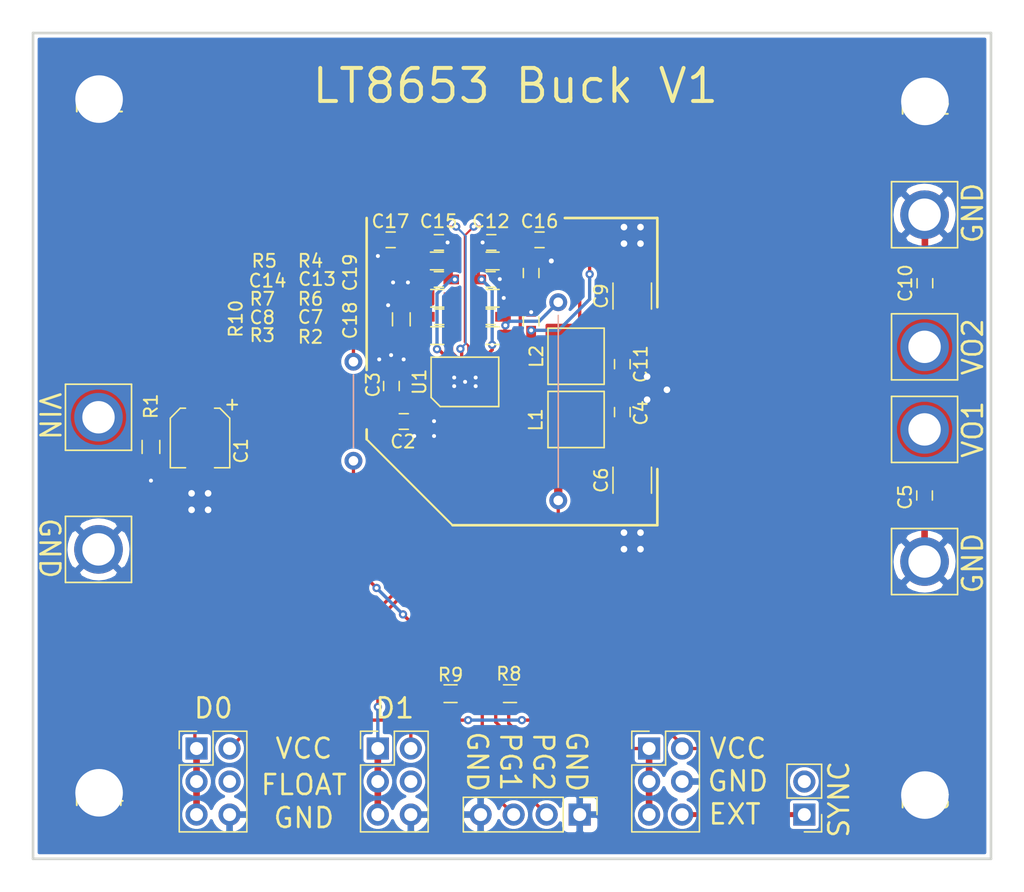
<source format=kicad_pcb>
(kicad_pcb (version 20171130) (host pcbnew "(5.1.5)-3")

  (general
    (thickness 1.5494)
    (drawings 31)
    (tracks 263)
    (zones 0)
    (modules 49)
    (nets 26)
  )

  (page A4)
  (layers
    (0 F.Cu signal)
    (31 B.Cu signal)
    (36 B.SilkS user hide)
    (37 F.SilkS user)
    (38 B.Mask user hide)
    (39 F.Mask user hide)
    (44 Edge.Cuts user)
    (45 Margin user hide)
    (46 B.CrtYd user hide)
    (47 F.CrtYd user hide)
    (48 B.Fab user hide)
    (49 F.Fab user hide)
  )

  (setup
    (last_trace_width 0.381)
    (trace_clearance 0.254)
    (zone_clearance 0.2032)
    (zone_45_only no)
    (trace_min 0.1524)
    (via_size 1.016)
    (via_drill 0.508)
    (via_min_size 0.635)
    (via_min_drill 0.3048)
    (uvia_size 1.524)
    (uvia_drill 0.7874)
    (uvias_allowed no)
    (uvia_min_size 0.635)
    (uvia_min_drill 0.3048)
    (edge_width 0.1016)
    (segment_width 0.2032)
    (pcb_text_width 0.3048)
    (pcb_text_size 1.524 1.524)
    (mod_edge_width 0.1524)
    (mod_text_size 1.016 1.016)
    (mod_text_width 0.1524)
    (pad_size 1.27 1.27)
    (pad_drill 0.7366)
    (pad_to_mask_clearance 0.2032)
    (solder_mask_min_width 0.254)
    (aux_axis_origin 0 0)
    (visible_elements 7EFFFE7F)
    (pcbplotparams
      (layerselection 0x010e0_ffffffff)
      (usegerberextensions false)
      (usegerberattributes false)
      (usegerberadvancedattributes false)
      (creategerberjobfile false)
      (excludeedgelayer true)
      (linewidth 0.100000)
      (plotframeref false)
      (viasonmask false)
      (mode 1)
      (useauxorigin false)
      (hpglpennumber 1)
      (hpglpenspeed 20)
      (hpglpendiameter 15.000000)
      (psnegative false)
      (psa4output false)
      (plotreference true)
      (plotvalue true)
      (plotinvisibletext false)
      (padsonsilk false)
      (subtractmaskfromsilk false)
      (outputformat 1)
      (mirror false)
      (drillshape 0)
      (scaleselection 1)
      (outputdirectory "PCB-Order/"))
  )

  (net 0 "")
  (net 1 GND)
  (net 2 "Net-(C15-Pad1)")
  (net 3 Vout2)
  (net 4 "Net-(C12-Pad1)")
  (net 5 PG1)
  (net 6 Vout1)
  (net 7 PG2)
  (net 8 VCC)
  (net 9 SYNC)
  (net 10 D0)
  (net 11 D1)
  (net 12 "Net-(J1-Pad6)")
  (net 13 /VIN)
  (net 14 /VC1)
  (net 15 /VC2)
  (net 16 /SS1)
  (net 17 /SS2)
  (net 18 /BIAS)
  (net 19 /FB1)
  (net 20 /FB2)
  (net 21 /SW2)
  (net 22 /SW1)
  (net 23 /RT)
  (net 24 "Net-(JP1-Pad2)")
  (net 25 VO1PG)

  (net_class Default "This is the default net class."
    (clearance 0.254)
    (trace_width 0.381)
    (via_dia 1.016)
    (via_drill 0.508)
    (uvia_dia 1.524)
    (uvia_drill 0.7874)
    (diff_pair_width 2.54)
    (diff_pair_gap 2.54)
    (add_net GND)
    (add_net "Net-(C12-Pad1)")
    (add_net "Net-(C15-Pad1)")
    (add_net "Net-(J1-Pad6)")
    (add_net "Net-(JP1-Pad2)")
    (add_net VO1PG)
  )

  (net_class SMT ""
    (clearance 0.2032)
    (trace_width 0.254)
    (via_dia 0.635)
    (via_drill 0.3048)
    (uvia_dia 0.635)
    (uvia_drill 0.3048)
    (diff_pair_width 2.54)
    (diff_pair_gap 2.54)
    (add_net /BIAS)
    (add_net /FB1)
    (add_net /FB2)
    (add_net /RT)
    (add_net /SS1)
    (add_net /SS2)
    (add_net /SW1)
    (add_net /SW2)
    (add_net /VC1)
    (add_net /VC2)
    (add_net /VIN)
    (add_net D0)
    (add_net D1)
    (add_net PG1)
    (add_net PG2)
    (add_net SYNC)
    (add_net VCC)
    (add_net Vout1)
    (add_net Vout2)
  )

  (module "Rays Footprints:Jumper_0.6" (layer B.Cu) (tedit 5E1A3551) (tstamp 5E1A47CB)
    (at 108.6866 68.0466 270)
    (descr "Resistor, Axial_DIN0207 series, Axial, Horizontal, pin pitch=10.16mm, 0.25W = 1/4W, length*diameter=6.3*2.5mm^2, http://cdn-reichelt.de/documents/datenblatt/B400/1_4W%23YAG.pdf")
    (tags "Resistor Axial_DIN0207 series Axial Horizontal pin pitch 10.16mm 0.25W = 1/4W length 6.3mm diameter 2.5mm")
    (path /5E4E30E3)
    (fp_text reference JP2 (at 9.398 2.286 270) (layer B.SilkS) hide
      (effects (font (size 1 1) (thickness 0.15)) (justify mirror))
    )
    (fp_text value Jumper (at 5.08 -2.31 270) (layer B.Fab)
      (effects (font (size 1 1) (thickness 0.15)) (justify mirror))
    )
    (fp_line (start -0.762 0.762) (end -0.762 -0.762) (layer B.Fab) (width 0.0508))
    (fp_line (start -0.762 -0.762) (end 16.002 -0.762) (layer B.Fab) (width 0.0508))
    (fp_line (start 16.002 -0.762) (end 16.002 0.762) (layer B.Fab) (width 0.0508))
    (fp_line (start 16.002 0.762) (end -0.762 0.762) (layer B.Fab) (width 0.0508))
    (fp_line (start 10.16 0) (end 8.23 0) (layer B.Fab) (width 0.1))
    (fp_line (start 1.016 0) (end 14.224 0) (layer B.SilkS) (width 0.12))
    (fp_line (start -0.8128 0.8128) (end -0.8128 -0.8128) (layer B.CrtYd) (width 0.0508))
    (fp_line (start -0.8128 -0.8128) (end 16.0528 -0.8128) (layer B.CrtYd) (width 0.0508))
    (fp_line (start 16.0528 -0.8128) (end 16.0528 0.8128) (layer B.CrtYd) (width 0.0508))
    (fp_line (start 16.0528 0.8128) (end -0.8128 0.8128) (layer B.CrtYd) (width 0.0508))
    (pad 1 thru_hole circle (at 0 0 270) (size 1.3716 1.3716) (drill 0.7366) (layers *.Cu *.Mask)
      (net 25 VO1PG))
    (pad 2 thru_hole circle (at 15.24 0 270) (size 1.3716 1.3716) (drill 0.7366) (layers *.Cu *.Mask)
      (net 6 Vout1))
    (model ${KISYS3DMOD}/Resistors_THT.3dshapes/R_Axial_DIN0207_L6.3mm_D2.5mm_P10.16mm_Horizontal.wrl
      (at (xyz 0 0 0))
      (scale (xyz 0.393701 0.393701 0.393701))
      (rotate (xyz 0 0 0))
    )
  )

  (module "Rays Footprints:Jumper_0.3" (layer B.Cu) (tedit 5E1A1DF7) (tstamp 5E1A1965)
    (at 92.9386 72.6186 270)
    (descr "Resistor, Axial_DIN0207 series, Axial, Horizontal, pin pitch=10.16mm, 0.25W = 1/4W, length*diameter=6.3*2.5mm^2, http://cdn-reichelt.de/documents/datenblatt/B400/1_4W%23YAG.pdf")
    (tags "Resistor Axial_DIN0207 series Axial Horizontal pin pitch 10.16mm 0.25W = 1/4W length 6.3mm diameter 2.5mm")
    (path /5E4D0142)
    (fp_text reference JP1 (at 3.81 0.635 270) (layer B.SilkS) hide
      (effects (font (size 0.762 0.762) (thickness 0.1016)) (justify mirror))
    )
    (fp_text value Jumper (at 3.7084 -2.159 270) (layer B.Fab)
      (effects (font (size 1 1) (thickness 0.1016)) (justify mirror))
    )
    (fp_line (start 8.382 1.016) (end 8.382 -1.016) (layer B.Fab) (width 0.0508))
    (fp_line (start -0.762 1.016) (end -0.762 -1.016) (layer B.Fab) (width 0.0508))
    (fp_line (start -0.762 -1.016) (end 8.382 -1.016) (layer B.Fab) (width 0.0508))
    (fp_line (start 8.382 1.016) (end -0.762 1.016) (layer B.Fab) (width 0.0508))
    (fp_line (start 1.016 0) (end 6.604 0) (layer B.SilkS) (width 0.12))
    (fp_line (start -0.8128 1.0668) (end -0.8128 -1.0668) (layer B.CrtYd) (width 0.0508))
    (fp_line (start -0.8128 -1.0668) (end 8.4328 -1.0668) (layer B.CrtYd) (width 0.0508))
    (fp_line (start 8.4328 -1.0668) (end 8.4328 1.0668) (layer B.CrtYd) (width 0.0508))
    (fp_line (start 8.4328 1.0668) (end -0.8128 1.0668) (layer B.CrtYd) (width 0.0508))
    (pad 1 thru_hole circle (at 0 0 270) (size 1.3716 1.3716) (drill 0.7366) (layers *.Cu *.Mask)
      (net 3 Vout2))
    (pad 2 thru_hole circle (at 7.62 0 270) (size 1.3716 1.3716) (drill 0.7366) (layers *.Cu *.Mask)
      (net 24 "Net-(JP1-Pad2)"))
    (model ${KISYS3DMOD}/Resistors_THT.3dshapes/R_Axial_DIN0207_L6.3mm_D2.5mm_P10.16mm_Horizontal.wrl
      (at (xyz 0 0 0))
      (scale (xyz 0.393701 0.393701 0.393701))
      (rotate (xyz 0 0 0))
    )
  )

  (module "Rays Footprints:LinearTech-LT-LQFN-20-4mmx3mm" (layer F.Cu) (tedit 5E19F9D9) (tstamp 5E183873)
    (at 101.5111 74.168 90)
    (path /5E2E091D)
    (fp_text reference U1 (at 0 -3.4925 90) (layer F.SilkS)
      (effects (font (size 1 1) (thickness 0.15)))
    )
    (fp_text value LT8653S (at 0 4 90) (layer F.Fab)
      (effects (font (size 1 1) (thickness 0.15)))
    )
    (fp_line (start -2 -2.7) (end 2 -2.7) (layer F.CrtYd) (width 0.0508))
    (fp_line (start 2 -2.7) (end 2 2.7) (layer F.CrtYd) (width 0.0508))
    (fp_line (start 2 2.7) (end -2 2.7) (layer F.CrtYd) (width 0.0508))
    (fp_line (start -2 2.7) (end -2 -2.7) (layer F.CrtYd) (width 0.0508))
    (fp_line (start 1.9 -2.6) (end -1.2 -2.6) (layer F.SilkS) (width 0.127))
    (fp_line (start -1.9 -1.9) (end -1.9 2.6) (layer F.SilkS) (width 0.127))
    (fp_line (start 1.9 -2.6) (end 1.9 2.6) (layer F.SilkS) (width 0.127))
    (fp_line (start 1.9 2.6) (end -1.9 2.6) (layer F.SilkS) (width 0.127))
    (fp_poly (pts (xy 0.7 1.2) (xy -0.7 1.2) (xy -0.7 -0.95) (xy -0.45 -1.2)
      (xy 0.7 -1.2)) (layer F.Cu) (width 0))
    (fp_poly (pts (xy 1.5 1.9) (xy 1.42 2) (xy 1.125 2) (xy 1.125 1.625)
      (xy 1.5 1.625)) (layer F.Cu) (width 0))
    (fp_poly (pts (xy -1.4 2) (xy -1.5 1.92) (xy -1.5 1.625) (xy -1.125 1.625)
      (xy -1.125 2)) (layer F.Cu) (width 0))
    (fp_poly (pts (xy -1.5 -1.9) (xy -1.42 -2) (xy -1.125 -2) (xy -1.125 -1.625)
      (xy -1.5 -1.625)) (layer F.Cu) (width 0))
    (fp_poly (pts (xy 1.4 -2) (xy 1.5 -1.92) (xy 1.5 -1.625) (xy 1.125 -1.625)
      (xy 1.125 -2)) (layer F.Cu) (width 0))
    (fp_line (start -1.2 -2.6) (end -1.9 -1.9) (layer F.SilkS) (width 0.127))
    (fp_poly (pts (xy 0.7 1.2) (xy -0.7 1.2) (xy -0.7 -0.95) (xy -0.45 -1.2)
      (xy 0.7 -1.2)) (layer F.Mask) (width 0))
    (pad 21 smd rect (at 0 0 90) (size 1.4 1.9) (layers F.Cu F.Paste F.Mask)
      (net 1 GND))
    (pad 13 smd rect (at 1.4 0.25 90) (size 0.7 0.25) (layers F.Cu F.Paste F.Mask)
      (net 16 /SS1))
    (pad 6 smd rect (at -1.4 1.25 90) (size 0.7 0.25) (layers F.Cu F.Paste F.Mask))
    (pad 12 smd rect (at 1.4 0.75 90) (size 0.7 0.25) (layers F.Cu F.Paste F.Mask)
      (net 19 /FB1))
    (pad 14 smd rect (at 1.4 -0.25 90) (size 0.7 0.25) (layers F.Cu F.Paste F.Mask)
      (net 17 /SS2))
    (pad 15 smd rect (at 1.4 -0.75 90) (size 0.7 0.25) (layers F.Cu F.Paste F.Mask)
      (net 20 /FB2))
    (pad 16 smd rect (at 1.4 -1.25 90) (size 0.7 0.25) (layers F.Cu F.Paste F.Mask)
      (net 15 /VC2))
    (pad 11 smd rect (at 1.4 1.25 90) (size 0.7 0.25) (layers F.Cu F.Paste F.Mask)
      (net 14 /VC1))
    (pad 5 smd rect (at -1.4 0.75 90) (size 0.7 0.25) (layers F.Cu F.Paste F.Mask)
      (net 9 SYNC))
    (pad 4 smd rect (at -1.4 0.25 90) (size 0.7 0.25) (layers F.Cu F.Paste F.Mask)
      (net 5 PG1))
    (pad 3 smd rect (at -1.4 -0.25 90) (size 0.7 0.25) (layers F.Cu F.Paste F.Mask)
      (net 7 PG2))
    (pad 2 smd rect (at -1.4 -0.75 90) (size 0.7 0.25) (layers F.Cu F.Paste F.Mask)
      (net 11 D1))
    (pad 1 smd rect (at -1.4 -1.25 90) (size 0.7 0.25) (layers F.Cu F.Paste F.Mask)
      (net 10 D0))
    (pad 10 smd rect (at 0.75 2.125 90) (size 0.25 0.7) (layers F.Cu F.Paste F.Mask)
      (net 18 /BIAS))
    (pad 9 smd rect (at 0.25 2.125 90) (size 0.25 0.7) (layers F.Cu F.Paste F.Mask)
      (net 8 VCC))
    (pad 8 smd rect (at -0.25 2.125 90) (size 0.25 0.7) (layers F.Cu F.Paste F.Mask)
      (net 21 /SW2))
    (pad 7 smd rect (at -0.75 2.125 90) (size 0.25 0.7) (layers F.Cu F.Paste F.Mask)
      (net 22 /SW1))
    (pad 20 smd rect (at -0.75 -2.125 90) (size 0.25 0.7) (layers F.Cu F.Paste F.Mask)
      (net 13 /VIN))
    (pad 19 smd rect (at -0.25 -2.125 90) (size 0.25 0.7) (layers F.Cu F.Paste F.Mask)
      (net 13 /VIN))
    (pad 18 smd rect (at 0.25 -2.125 90) (size 0.25 0.7) (layers F.Cu F.Paste F.Mask)
      (net 13 /VIN))
    (pad 17 smd rect (at 0.75 -2.125 90) (size 0.25 0.7) (layers F.Cu F.Paste F.Mask)
      (net 23 /RT))
  )

  (module Resistors_SMD:R_0603_HandSoldering (layer F.Cu) (tedit 58E0A804) (tstamp 5E1832EB)
    (at 99.3824 67.7418 180)
    (descr "Resistor SMD 0603, hand soldering")
    (tags "resistor 0603")
    (path /5E631010)
    (attr smd)
    (fp_text reference R7 (at 13.4542 -0.0508) (layer F.SilkS)
      (effects (font (size 1 1) (thickness 0.15)))
    )
    (fp_text value 316k (at 0 1.55) (layer F.Fab)
      (effects (font (size 1 1) (thickness 0.15)))
    )
    (fp_text user %R (at 0 0) (layer F.Fab)
      (effects (font (size 0.4 0.4) (thickness 0.075)))
    )
    (fp_line (start -0.8 0.4) (end -0.8 -0.4) (layer F.Fab) (width 0.1))
    (fp_line (start 0.8 0.4) (end -0.8 0.4) (layer F.Fab) (width 0.1))
    (fp_line (start 0.8 -0.4) (end 0.8 0.4) (layer F.Fab) (width 0.1))
    (fp_line (start -0.8 -0.4) (end 0.8 -0.4) (layer F.Fab) (width 0.1))
    (fp_line (start 0.5 0.68) (end -0.5 0.68) (layer F.SilkS) (width 0.12))
    (fp_line (start -0.5 -0.68) (end 0.5 -0.68) (layer F.SilkS) (width 0.12))
    (fp_line (start -1.96 -0.7) (end 1.95 -0.7) (layer F.CrtYd) (width 0.05))
    (fp_line (start -1.96 -0.7) (end -1.96 0.7) (layer F.CrtYd) (width 0.05))
    (fp_line (start 1.95 0.7) (end 1.95 -0.7) (layer F.CrtYd) (width 0.05))
    (fp_line (start 1.95 0.7) (end -1.96 0.7) (layer F.CrtYd) (width 0.05))
    (pad 1 smd rect (at -1.1 0 180) (size 1.2 0.9) (layers F.Cu F.Paste F.Mask)
      (net 20 /FB2))
    (pad 2 smd rect (at 1.1 0 180) (size 1.2 0.9) (layers F.Cu F.Paste F.Mask)
      (net 1 GND))
    (model ${KISYS3DMOD}/Resistors_SMD.3dshapes/R_0603.wrl
      (at (xyz 0 0 0))
      (scale (xyz 1 1 1))
      (rotate (xyz 0 0 0))
    )
  )

  (module Capacitors_SMD:C_0603_HandSoldering (layer F.Cu) (tedit 58AA848B) (tstamp 5E19A076)
    (at 113.6142 76.4946 90)
    (descr "Capacitor SMD 0603, hand soldering")
    (tags "capacitor 0603")
    (path /5EFA1280)
    (attr smd)
    (fp_text reference C4 (at -0.061 1.4224 90) (layer F.SilkS)
      (effects (font (size 1 1) (thickness 0.15)))
    )
    (fp_text value 1u (at 0 1.5 90) (layer F.Fab)
      (effects (font (size 1 1) (thickness 0.15)))
    )
    (fp_line (start 1.8 0.65) (end -1.8 0.65) (layer F.CrtYd) (width 0.05))
    (fp_line (start 1.8 0.65) (end 1.8 -0.65) (layer F.CrtYd) (width 0.05))
    (fp_line (start -1.8 -0.65) (end -1.8 0.65) (layer F.CrtYd) (width 0.05))
    (fp_line (start -1.8 -0.65) (end 1.8 -0.65) (layer F.CrtYd) (width 0.05))
    (fp_line (start 0.35 0.6) (end -0.35 0.6) (layer F.SilkS) (width 0.12))
    (fp_line (start -0.35 -0.6) (end 0.35 -0.6) (layer F.SilkS) (width 0.12))
    (fp_line (start -0.8 -0.4) (end 0.8 -0.4) (layer F.Fab) (width 0.1))
    (fp_line (start 0.8 -0.4) (end 0.8 0.4) (layer F.Fab) (width 0.1))
    (fp_line (start 0.8 0.4) (end -0.8 0.4) (layer F.Fab) (width 0.1))
    (fp_line (start -0.8 0.4) (end -0.8 -0.4) (layer F.Fab) (width 0.1))
    (fp_text user %R (at 0 -1.25 90) (layer F.Fab)
      (effects (font (size 1 1) (thickness 0.15)))
    )
    (pad 2 smd rect (at 0.95 0 90) (size 1.2 0.75) (layers F.Cu F.Paste F.Mask)
      (net 1 GND))
    (pad 1 smd rect (at -0.95 0 90) (size 1.2 0.75) (layers F.Cu F.Paste F.Mask)
      (net 6 Vout1))
    (model Capacitors_SMD.3dshapes/C_0603.wrl
      (at (xyz 0 0 0))
      (scale (xyz 1 1 1))
      (rotate (xyz 0 0 0))
    )
  )

  (module Capacitors_SMD:C_0603_HandSoldering (layer F.Cu) (tedit 58AA848B) (tstamp 5E19EEAA)
    (at 136.8552 82.9056 270)
    (descr "Capacitor SMD 0603, hand soldering")
    (tags "capacitor 0603")
    (path /5EFA1296)
    (attr smd)
    (fp_text reference C5 (at 0.127 1.4986 90) (layer F.SilkS)
      (effects (font (size 1 1) (thickness 0.15)))
    )
    (fp_text value 10u (at 0 1.5 90) (layer F.Fab)
      (effects (font (size 1 1) (thickness 0.15)))
    )
    (fp_text user %R (at 0 -1.25 90) (layer F.Fab)
      (effects (font (size 1 1) (thickness 0.15)))
    )
    (fp_line (start -0.8 0.4) (end -0.8 -0.4) (layer F.Fab) (width 0.1))
    (fp_line (start 0.8 0.4) (end -0.8 0.4) (layer F.Fab) (width 0.1))
    (fp_line (start 0.8 -0.4) (end 0.8 0.4) (layer F.Fab) (width 0.1))
    (fp_line (start -0.8 -0.4) (end 0.8 -0.4) (layer F.Fab) (width 0.1))
    (fp_line (start -0.35 -0.6) (end 0.35 -0.6) (layer F.SilkS) (width 0.12))
    (fp_line (start 0.35 0.6) (end -0.35 0.6) (layer F.SilkS) (width 0.12))
    (fp_line (start -1.8 -0.65) (end 1.8 -0.65) (layer F.CrtYd) (width 0.05))
    (fp_line (start -1.8 -0.65) (end -1.8 0.65) (layer F.CrtYd) (width 0.05))
    (fp_line (start 1.8 0.65) (end 1.8 -0.65) (layer F.CrtYd) (width 0.05))
    (fp_line (start 1.8 0.65) (end -1.8 0.65) (layer F.CrtYd) (width 0.05))
    (pad 1 smd rect (at -0.95 0 270) (size 1.2 0.75) (layers F.Cu F.Paste F.Mask)
      (net 6 Vout1))
    (pad 2 smd rect (at 0.95 0 270) (size 1.2 0.75) (layers F.Cu F.Paste F.Mask)
      (net 1 GND))
    (model Capacitors_SMD.3dshapes/C_0603.wrl
      (at (xyz 0 0 0))
      (scale (xyz 1 1 1))
      (rotate (xyz 0 0 0))
    )
  )

  (module Capacitors_SMD:C_1210_HandSoldering (layer F.Cu) (tedit 58AA84FB) (tstamp 5E183197)
    (at 114.3762 81.7306 270)
    (descr "Capacitor SMD 1210, hand soldering")
    (tags "capacitor 1210")
    (path /5EFA125E)
    (attr smd)
    (fp_text reference C6 (at 0 2.3876 90) (layer F.SilkS)
      (effects (font (size 1 1) (thickness 0.15)))
    )
    (fp_text value 100u (at 0 2.5 90) (layer F.Fab)
      (effects (font (size 1 1) (thickness 0.15)))
    )
    (fp_text user %R (at 0 -2.25 90) (layer F.Fab)
      (effects (font (size 1 1) (thickness 0.15)))
    )
    (fp_line (start -1.6 1.25) (end -1.6 -1.25) (layer F.Fab) (width 0.1))
    (fp_line (start 1.6 1.25) (end -1.6 1.25) (layer F.Fab) (width 0.1))
    (fp_line (start 1.6 -1.25) (end 1.6 1.25) (layer F.Fab) (width 0.1))
    (fp_line (start -1.6 -1.25) (end 1.6 -1.25) (layer F.Fab) (width 0.1))
    (fp_line (start 1 -1.48) (end -1 -1.48) (layer F.SilkS) (width 0.12))
    (fp_line (start -1 1.48) (end 1 1.48) (layer F.SilkS) (width 0.12))
    (fp_line (start -3.25 -1.5) (end 3.25 -1.5) (layer F.CrtYd) (width 0.05))
    (fp_line (start -3.25 -1.5) (end -3.25 1.5) (layer F.CrtYd) (width 0.05))
    (fp_line (start 3.25 1.5) (end 3.25 -1.5) (layer F.CrtYd) (width 0.05))
    (fp_line (start 3.25 1.5) (end -3.25 1.5) (layer F.CrtYd) (width 0.05))
    (pad 1 smd rect (at -2 0 270) (size 2 2.5) (layers F.Cu F.Paste F.Mask)
      (net 6 Vout1))
    (pad 2 smd rect (at 2 0 270) (size 2 2.5) (layers F.Cu F.Paste F.Mask)
      (net 1 GND))
    (model Capacitors_SMD.3dshapes/C_1210.wrl
      (at (xyz 0 0 0))
      (scale (xyz 1 1 1))
      (rotate (xyz 0 0 0))
    )
  )

  (module Capacitors_SMD:C_0603_HandSoldering (layer F.Cu) (tedit 58AA848B) (tstamp 5E19EC47)
    (at 103.4898 69.1642 180)
    (descr "Capacitor SMD 0603, hand soldering")
    (tags "capacitor 0603")
    (path /5E9578A0)
    (attr smd)
    (fp_text reference C7 (at 13.8532 -0.0254) (layer F.SilkS)
      (effects (font (size 1 1) (thickness 0.15)))
    )
    (fp_text value 4.7p (at 0 1.5) (layer F.Fab)
      (effects (font (size 1 1) (thickness 0.15)))
    )
    (fp_text user %R (at 0 -1.25) (layer F.Fab)
      (effects (font (size 1 1) (thickness 0.15)))
    )
    (fp_line (start -0.8 0.4) (end -0.8 -0.4) (layer F.Fab) (width 0.1))
    (fp_line (start 0.8 0.4) (end -0.8 0.4) (layer F.Fab) (width 0.1))
    (fp_line (start 0.8 -0.4) (end 0.8 0.4) (layer F.Fab) (width 0.1))
    (fp_line (start -0.8 -0.4) (end 0.8 -0.4) (layer F.Fab) (width 0.1))
    (fp_line (start -0.35 -0.6) (end 0.35 -0.6) (layer F.SilkS) (width 0.12))
    (fp_line (start 0.35 0.6) (end -0.35 0.6) (layer F.SilkS) (width 0.12))
    (fp_line (start -1.8 -0.65) (end 1.8 -0.65) (layer F.CrtYd) (width 0.05))
    (fp_line (start -1.8 -0.65) (end -1.8 0.65) (layer F.CrtYd) (width 0.05))
    (fp_line (start 1.8 0.65) (end 1.8 -0.65) (layer F.CrtYd) (width 0.05))
    (fp_line (start 1.8 0.65) (end -1.8 0.65) (layer F.CrtYd) (width 0.05))
    (pad 1 smd rect (at -0.95 0 180) (size 1.2 0.75) (layers F.Cu F.Paste F.Mask)
      (net 25 VO1PG))
    (pad 2 smd rect (at 0.95 0 180) (size 1.2 0.75) (layers F.Cu F.Paste F.Mask)
      (net 19 /FB1))
    (model Capacitors_SMD.3dshapes/C_0603.wrl
      (at (xyz 0 0 0))
      (scale (xyz 1 1 1))
      (rotate (xyz 0 0 0))
    )
  )

  (module Capacitors_SMD:C_0603_HandSoldering (layer F.Cu) (tedit 58AA848B) (tstamp 5E1831B9)
    (at 99.5324 69.1642)
    (descr "Capacitor SMD 0603, hand soldering")
    (tags "capacitor 0603")
    (path /5E7D9973)
    (attr smd)
    (fp_text reference C8 (at -13.6042 0.0508) (layer F.SilkS)
      (effects (font (size 1 1) (thickness 0.15)))
    )
    (fp_text value 4.7p (at 0 1.5) (layer F.Fab)
      (effects (font (size 1 1) (thickness 0.15)))
    )
    (fp_line (start 1.8 0.65) (end -1.8 0.65) (layer F.CrtYd) (width 0.05))
    (fp_line (start 1.8 0.65) (end 1.8 -0.65) (layer F.CrtYd) (width 0.05))
    (fp_line (start -1.8 -0.65) (end -1.8 0.65) (layer F.CrtYd) (width 0.05))
    (fp_line (start -1.8 -0.65) (end 1.8 -0.65) (layer F.CrtYd) (width 0.05))
    (fp_line (start 0.35 0.6) (end -0.35 0.6) (layer F.SilkS) (width 0.12))
    (fp_line (start -0.35 -0.6) (end 0.35 -0.6) (layer F.SilkS) (width 0.12))
    (fp_line (start -0.8 -0.4) (end 0.8 -0.4) (layer F.Fab) (width 0.1))
    (fp_line (start 0.8 -0.4) (end 0.8 0.4) (layer F.Fab) (width 0.1))
    (fp_line (start 0.8 0.4) (end -0.8 0.4) (layer F.Fab) (width 0.1))
    (fp_line (start -0.8 0.4) (end -0.8 -0.4) (layer F.Fab) (width 0.1))
    (fp_text user %R (at 0 -1.25) (layer F.Fab)
      (effects (font (size 1 1) (thickness 0.15)))
    )
    (pad 2 smd rect (at 0.95 0) (size 1.2 0.75) (layers F.Cu F.Paste F.Mask)
      (net 20 /FB2))
    (pad 1 smd rect (at -0.95 0) (size 1.2 0.75) (layers F.Cu F.Paste F.Mask)
      (net 3 Vout2))
    (model Capacitors_SMD.3dshapes/C_0603.wrl
      (at (xyz 0 0 0))
      (scale (xyz 1 1 1))
      (rotate (xyz 0 0 0))
    )
  )

  (module Capacitors_SMD:C_1210_HandSoldering (layer F.Cu) (tedit 58AA84FB) (tstamp 5E1831CA)
    (at 114.3762 67.5706 90)
    (descr "Capacitor SMD 1210, hand soldering")
    (tags "capacitor 1210")
    (path /5EF715B3)
    (attr smd)
    (fp_text reference C9 (at 0 -2.3876 90) (layer F.SilkS)
      (effects (font (size 1 1) (thickness 0.15)))
    )
    (fp_text value 100u (at 0 2.5 90) (layer F.Fab)
      (effects (font (size 1 1) (thickness 0.15)))
    )
    (fp_line (start 3.25 1.5) (end -3.25 1.5) (layer F.CrtYd) (width 0.05))
    (fp_line (start 3.25 1.5) (end 3.25 -1.5) (layer F.CrtYd) (width 0.05))
    (fp_line (start -3.25 -1.5) (end -3.25 1.5) (layer F.CrtYd) (width 0.05))
    (fp_line (start -3.25 -1.5) (end 3.25 -1.5) (layer F.CrtYd) (width 0.05))
    (fp_line (start -1 1.48) (end 1 1.48) (layer F.SilkS) (width 0.12))
    (fp_line (start 1 -1.48) (end -1 -1.48) (layer F.SilkS) (width 0.12))
    (fp_line (start -1.6 -1.25) (end 1.6 -1.25) (layer F.Fab) (width 0.1))
    (fp_line (start 1.6 -1.25) (end 1.6 1.25) (layer F.Fab) (width 0.1))
    (fp_line (start 1.6 1.25) (end -1.6 1.25) (layer F.Fab) (width 0.1))
    (fp_line (start -1.6 1.25) (end -1.6 -1.25) (layer F.Fab) (width 0.1))
    (fp_text user %R (at 0 -2.25 90) (layer F.Fab)
      (effects (font (size 1 1) (thickness 0.15)))
    )
    (pad 2 smd rect (at 2 0 90) (size 2 2.5) (layers F.Cu F.Paste F.Mask)
      (net 1 GND))
    (pad 1 smd rect (at -2 0 90) (size 2 2.5) (layers F.Cu F.Paste F.Mask)
      (net 3 Vout2))
    (model Capacitors_SMD.3dshapes/C_1210.wrl
      (at (xyz 0 0 0))
      (scale (xyz 1 1 1))
      (rotate (xyz 0 0 0))
    )
  )

  (module Capacitors_SMD:C_0603_HandSoldering (layer F.Cu) (tedit 58AA848B) (tstamp 5E1831DB)
    (at 136.8806 66.5836 90)
    (descr "Capacitor SMD 0603, hand soldering")
    (tags "capacitor 0603")
    (path /5EF82824)
    (attr smd)
    (fp_text reference C10 (at 0 -1.4986 90) (layer F.SilkS)
      (effects (font (size 1 1) (thickness 0.15)))
    )
    (fp_text value 10u (at 0 1.5 90) (layer F.Fab)
      (effects (font (size 1 1) (thickness 0.15)))
    )
    (fp_line (start 1.8 0.65) (end -1.8 0.65) (layer F.CrtYd) (width 0.05))
    (fp_line (start 1.8 0.65) (end 1.8 -0.65) (layer F.CrtYd) (width 0.05))
    (fp_line (start -1.8 -0.65) (end -1.8 0.65) (layer F.CrtYd) (width 0.05))
    (fp_line (start -1.8 -0.65) (end 1.8 -0.65) (layer F.CrtYd) (width 0.05))
    (fp_line (start 0.35 0.6) (end -0.35 0.6) (layer F.SilkS) (width 0.12))
    (fp_line (start -0.35 -0.6) (end 0.35 -0.6) (layer F.SilkS) (width 0.12))
    (fp_line (start -0.8 -0.4) (end 0.8 -0.4) (layer F.Fab) (width 0.1))
    (fp_line (start 0.8 -0.4) (end 0.8 0.4) (layer F.Fab) (width 0.1))
    (fp_line (start 0.8 0.4) (end -0.8 0.4) (layer F.Fab) (width 0.1))
    (fp_line (start -0.8 0.4) (end -0.8 -0.4) (layer F.Fab) (width 0.1))
    (fp_text user %R (at 0 -1.25 90) (layer F.Fab)
      (effects (font (size 1 1) (thickness 0.15)))
    )
    (pad 2 smd rect (at 0.95 0 90) (size 1.2 0.75) (layers F.Cu F.Paste F.Mask)
      (net 1 GND))
    (pad 1 smd rect (at -0.95 0 90) (size 1.2 0.75) (layers F.Cu F.Paste F.Mask)
      (net 3 Vout2))
    (model Capacitors_SMD.3dshapes/C_0603.wrl
      (at (xyz 0 0 0))
      (scale (xyz 1 1 1))
      (rotate (xyz 0 0 0))
    )
  )

  (module Capacitors_SMD:C_0603_HandSoldering (layer F.Cu) (tedit 58AA848B) (tstamp 5E19A0A6)
    (at 113.6142 72.8066 270)
    (descr "Capacitor SMD 0603, hand soldering")
    (tags "capacitor 0603")
    (path /5EF94359)
    (attr smd)
    (fp_text reference C11 (at 0 -1.4224 90) (layer F.SilkS)
      (effects (font (size 1 1) (thickness 0.15)))
    )
    (fp_text value 1u (at 0 1.5 90) (layer F.Fab)
      (effects (font (size 1 1) (thickness 0.15)))
    )
    (fp_line (start 1.8 0.65) (end -1.8 0.65) (layer F.CrtYd) (width 0.05))
    (fp_line (start 1.8 0.65) (end 1.8 -0.65) (layer F.CrtYd) (width 0.05))
    (fp_line (start -1.8 -0.65) (end -1.8 0.65) (layer F.CrtYd) (width 0.05))
    (fp_line (start -1.8 -0.65) (end 1.8 -0.65) (layer F.CrtYd) (width 0.05))
    (fp_line (start 0.35 0.6) (end -0.35 0.6) (layer F.SilkS) (width 0.12))
    (fp_line (start -0.35 -0.6) (end 0.35 -0.6) (layer F.SilkS) (width 0.12))
    (fp_line (start -0.8 -0.4) (end 0.8 -0.4) (layer F.Fab) (width 0.1))
    (fp_line (start 0.8 -0.4) (end 0.8 0.4) (layer F.Fab) (width 0.1))
    (fp_line (start 0.8 0.4) (end -0.8 0.4) (layer F.Fab) (width 0.1))
    (fp_line (start -0.8 0.4) (end -0.8 -0.4) (layer F.Fab) (width 0.1))
    (fp_text user %R (at 0 -1.25 90) (layer F.Fab)
      (effects (font (size 1 1) (thickness 0.15)))
    )
    (pad 2 smd rect (at 0.95 0 270) (size 1.2 0.75) (layers F.Cu F.Paste F.Mask)
      (net 1 GND))
    (pad 1 smd rect (at -0.95 0 270) (size 1.2 0.75) (layers F.Cu F.Paste F.Mask)
      (net 3 Vout2))
    (model Capacitors_SMD.3dshapes/C_0603.wrl
      (at (xyz 0 0 0))
      (scale (xyz 1 1 1))
      (rotate (xyz 0 0 0))
    )
  )

  (module Capacitors_SMD:C_0603_HandSoldering (layer F.Cu) (tedit 58AA848B) (tstamp 5E1831FD)
    (at 103.5406 63.4492 180)
    (descr "Capacitor SMD 0603, hand soldering")
    (tags "capacitor 0603")
    (path /5E54507E)
    (attr smd)
    (fp_text reference C12 (at 0.0356 1.6256) (layer F.SilkS)
      (effects (font (size 1 1) (thickness 0.15)))
    )
    (fp_text value 470p (at 0 1.5) (layer F.Fab)
      (effects (font (size 1 1) (thickness 0.15)))
    )
    (fp_line (start 1.8 0.65) (end -1.8 0.65) (layer F.CrtYd) (width 0.05))
    (fp_line (start 1.8 0.65) (end 1.8 -0.65) (layer F.CrtYd) (width 0.05))
    (fp_line (start -1.8 -0.65) (end -1.8 0.65) (layer F.CrtYd) (width 0.05))
    (fp_line (start -1.8 -0.65) (end 1.8 -0.65) (layer F.CrtYd) (width 0.05))
    (fp_line (start 0.35 0.6) (end -0.35 0.6) (layer F.SilkS) (width 0.12))
    (fp_line (start -0.35 -0.6) (end 0.35 -0.6) (layer F.SilkS) (width 0.12))
    (fp_line (start -0.8 -0.4) (end 0.8 -0.4) (layer F.Fab) (width 0.1))
    (fp_line (start 0.8 -0.4) (end 0.8 0.4) (layer F.Fab) (width 0.1))
    (fp_line (start 0.8 0.4) (end -0.8 0.4) (layer F.Fab) (width 0.1))
    (fp_line (start -0.8 0.4) (end -0.8 -0.4) (layer F.Fab) (width 0.1))
    (fp_text user %R (at 0 -1.25) (layer F.Fab)
      (effects (font (size 1 1) (thickness 0.15)))
    )
    (pad 2 smd rect (at 0.95 0 180) (size 1.2 0.75) (layers F.Cu F.Paste F.Mask)
      (net 1 GND))
    (pad 1 smd rect (at -0.95 0 180) (size 1.2 0.75) (layers F.Cu F.Paste F.Mask)
      (net 4 "Net-(C12-Pad1)"))
    (model Capacitors_SMD.3dshapes/C_0603.wrl
      (at (xyz 0 0 0))
      (scale (xyz 1 1 1))
      (rotate (xyz 0 0 0))
    )
  )

  (module Capacitors_SMD:C_0603_HandSoldering (layer F.Cu) (tedit 58AA848B) (tstamp 5E18320E)
    (at 103.4898 66.294)
    (descr "Capacitor SMD 0603, hand soldering")
    (tags "capacitor 0603")
    (path /5E545088)
    (attr smd)
    (fp_text reference C13 (at -13.3452 -0.0254) (layer F.SilkS)
      (effects (font (size 1 1) (thickness 0.15)))
    )
    (fp_text value 4.7p (at 0 1.5) (layer F.Fab)
      (effects (font (size 1 1) (thickness 0.15)))
    )
    (fp_text user %R (at 0 -1.25) (layer F.Fab)
      (effects (font (size 1 1) (thickness 0.15)))
    )
    (fp_line (start -0.8 0.4) (end -0.8 -0.4) (layer F.Fab) (width 0.1))
    (fp_line (start 0.8 0.4) (end -0.8 0.4) (layer F.Fab) (width 0.1))
    (fp_line (start 0.8 -0.4) (end 0.8 0.4) (layer F.Fab) (width 0.1))
    (fp_line (start -0.8 -0.4) (end 0.8 -0.4) (layer F.Fab) (width 0.1))
    (fp_line (start -0.35 -0.6) (end 0.35 -0.6) (layer F.SilkS) (width 0.12))
    (fp_line (start 0.35 0.6) (end -0.35 0.6) (layer F.SilkS) (width 0.12))
    (fp_line (start -1.8 -0.65) (end 1.8 -0.65) (layer F.CrtYd) (width 0.05))
    (fp_line (start -1.8 -0.65) (end -1.8 0.65) (layer F.CrtYd) (width 0.05))
    (fp_line (start 1.8 0.65) (end 1.8 -0.65) (layer F.CrtYd) (width 0.05))
    (fp_line (start 1.8 0.65) (end -1.8 0.65) (layer F.CrtYd) (width 0.05))
    (pad 1 smd rect (at -0.95 0) (size 1.2 0.75) (layers F.Cu F.Paste F.Mask)
      (net 14 /VC1))
    (pad 2 smd rect (at 0.95 0) (size 1.2 0.75) (layers F.Cu F.Paste F.Mask)
      (net 1 GND))
    (model Capacitors_SMD.3dshapes/C_0603.wrl
      (at (xyz 0 0 0))
      (scale (xyz 1 1 1))
      (rotate (xyz 0 0 0))
    )
  )

  (module Capacitors_SMD:C_0603_HandSoldering (layer F.Cu) (tedit 58AA848B) (tstamp 5E18321F)
    (at 99.507 66.294 180)
    (descr "Capacitor SMD 0603, hand soldering")
    (tags "capacitor 0603")
    (path /5E4AEA4F)
    (attr smd)
    (fp_text reference C14 (at 13.1724 -0.1016) (layer F.SilkS)
      (effects (font (size 1 1) (thickness 0.15)))
    )
    (fp_text value 4.7p (at 0 1.5) (layer F.Fab)
      (effects (font (size 1 1) (thickness 0.15)))
    )
    (fp_line (start 1.8 0.65) (end -1.8 0.65) (layer F.CrtYd) (width 0.05))
    (fp_line (start 1.8 0.65) (end 1.8 -0.65) (layer F.CrtYd) (width 0.05))
    (fp_line (start -1.8 -0.65) (end -1.8 0.65) (layer F.CrtYd) (width 0.05))
    (fp_line (start -1.8 -0.65) (end 1.8 -0.65) (layer F.CrtYd) (width 0.05))
    (fp_line (start 0.35 0.6) (end -0.35 0.6) (layer F.SilkS) (width 0.12))
    (fp_line (start -0.35 -0.6) (end 0.35 -0.6) (layer F.SilkS) (width 0.12))
    (fp_line (start -0.8 -0.4) (end 0.8 -0.4) (layer F.Fab) (width 0.1))
    (fp_line (start 0.8 -0.4) (end 0.8 0.4) (layer F.Fab) (width 0.1))
    (fp_line (start 0.8 0.4) (end -0.8 0.4) (layer F.Fab) (width 0.1))
    (fp_line (start -0.8 0.4) (end -0.8 -0.4) (layer F.Fab) (width 0.1))
    (fp_text user %R (at 0 -1.25) (layer F.Fab)
      (effects (font (size 1 1) (thickness 0.15)))
    )
    (pad 2 smd rect (at 0.95 0 180) (size 1.2 0.75) (layers F.Cu F.Paste F.Mask)
      (net 1 GND))
    (pad 1 smd rect (at -0.95 0 180) (size 1.2 0.75) (layers F.Cu F.Paste F.Mask)
      (net 15 /VC2))
    (model Capacitors_SMD.3dshapes/C_0603.wrl
      (at (xyz 0 0 0))
      (scale (xyz 1 1 1))
      (rotate (xyz 0 0 0))
    )
  )

  (module Capacitors_SMD:C_0603_HandSoldering (layer F.Cu) (tedit 58AA848B) (tstamp 5E183230)
    (at 99.507 63.4492)
    (descr "Capacitor SMD 0603, hand soldering")
    (tags "capacitor 0603")
    (path /5E4AEDAA)
    (attr smd)
    (fp_text reference C15 (at -0.0152 -1.6256) (layer F.SilkS)
      (effects (font (size 1 1) (thickness 0.15)))
    )
    (fp_text value 470p (at 0 1.5) (layer F.Fab)
      (effects (font (size 1 1) (thickness 0.15)))
    )
    (fp_text user %R (at 0 -1.25) (layer F.Fab)
      (effects (font (size 1 1) (thickness 0.15)))
    )
    (fp_line (start -0.8 0.4) (end -0.8 -0.4) (layer F.Fab) (width 0.1))
    (fp_line (start 0.8 0.4) (end -0.8 0.4) (layer F.Fab) (width 0.1))
    (fp_line (start 0.8 -0.4) (end 0.8 0.4) (layer F.Fab) (width 0.1))
    (fp_line (start -0.8 -0.4) (end 0.8 -0.4) (layer F.Fab) (width 0.1))
    (fp_line (start -0.35 -0.6) (end 0.35 -0.6) (layer F.SilkS) (width 0.12))
    (fp_line (start 0.35 0.6) (end -0.35 0.6) (layer F.SilkS) (width 0.12))
    (fp_line (start -1.8 -0.65) (end 1.8 -0.65) (layer F.CrtYd) (width 0.05))
    (fp_line (start -1.8 -0.65) (end -1.8 0.65) (layer F.CrtYd) (width 0.05))
    (fp_line (start 1.8 0.65) (end 1.8 -0.65) (layer F.CrtYd) (width 0.05))
    (fp_line (start 1.8 0.65) (end -1.8 0.65) (layer F.CrtYd) (width 0.05))
    (pad 1 smd rect (at -0.95 0) (size 1.2 0.75) (layers F.Cu F.Paste F.Mask)
      (net 2 "Net-(C15-Pad1)"))
    (pad 2 smd rect (at 0.95 0) (size 1.2 0.75) (layers F.Cu F.Paste F.Mask)
      (net 1 GND))
    (model Capacitors_SMD.3dshapes/C_0603.wrl
      (at (xyz 0 0 0))
      (scale (xyz 1 1 1))
      (rotate (xyz 0 0 0))
    )
  )

  (module Capacitors_SMD:C_0603_HandSoldering (layer F.Cu) (tedit 58AA848B) (tstamp 5E183241)
    (at 107.249 63.246)
    (descr "Capacitor SMD 0603, hand soldering")
    (tags "capacitor 0603")
    (path /5E3DADC9)
    (attr smd)
    (fp_text reference C16 (at 0 -1.4224) (layer F.SilkS)
      (effects (font (size 1 1) (thickness 0.15)))
    )
    (fp_text value 0.01u (at 0 1.5) (layer F.Fab)
      (effects (font (size 1 1) (thickness 0.15)))
    )
    (fp_line (start 1.8 0.65) (end -1.8 0.65) (layer F.CrtYd) (width 0.05))
    (fp_line (start 1.8 0.65) (end 1.8 -0.65) (layer F.CrtYd) (width 0.05))
    (fp_line (start -1.8 -0.65) (end -1.8 0.65) (layer F.CrtYd) (width 0.05))
    (fp_line (start -1.8 -0.65) (end 1.8 -0.65) (layer F.CrtYd) (width 0.05))
    (fp_line (start 0.35 0.6) (end -0.35 0.6) (layer F.SilkS) (width 0.12))
    (fp_line (start -0.35 -0.6) (end 0.35 -0.6) (layer F.SilkS) (width 0.12))
    (fp_line (start -0.8 -0.4) (end 0.8 -0.4) (layer F.Fab) (width 0.1))
    (fp_line (start 0.8 -0.4) (end 0.8 0.4) (layer F.Fab) (width 0.1))
    (fp_line (start 0.8 0.4) (end -0.8 0.4) (layer F.Fab) (width 0.1))
    (fp_line (start -0.8 0.4) (end -0.8 -0.4) (layer F.Fab) (width 0.1))
    (fp_text user %R (at 0 -1.25) (layer F.Fab)
      (effects (font (size 1 1) (thickness 0.15)))
    )
    (pad 2 smd rect (at 0.95 0) (size 1.2 0.75) (layers F.Cu F.Paste F.Mask)
      (net 1 GND))
    (pad 1 smd rect (at -0.95 0) (size 1.2 0.75) (layers F.Cu F.Paste F.Mask)
      (net 16 /SS1))
    (model Capacitors_SMD.3dshapes/C_0603.wrl
      (at (xyz 0 0 0))
      (scale (xyz 1 1 1))
      (rotate (xyz 0 0 0))
    )
  )

  (module Capacitors_SMD:C_0603_HandSoldering (layer F.Cu) (tedit 58AA848B) (tstamp 5E183252)
    (at 95.7986 63.246 180)
    (descr "Capacitor SMD 0603, hand soldering")
    (tags "capacitor 0603")
    (path /5E466074)
    (attr smd)
    (fp_text reference C17 (at 0.0152 1.4224) (layer F.SilkS)
      (effects (font (size 1 1) (thickness 0.15)))
    )
    (fp_text value 0.01u (at 0 1.5) (layer F.Fab)
      (effects (font (size 1 1) (thickness 0.15)))
    )
    (fp_text user %R (at 0 -1.25) (layer F.Fab)
      (effects (font (size 1 1) (thickness 0.15)))
    )
    (fp_line (start -0.8 0.4) (end -0.8 -0.4) (layer F.Fab) (width 0.1))
    (fp_line (start 0.8 0.4) (end -0.8 0.4) (layer F.Fab) (width 0.1))
    (fp_line (start 0.8 -0.4) (end 0.8 0.4) (layer F.Fab) (width 0.1))
    (fp_line (start -0.8 -0.4) (end 0.8 -0.4) (layer F.Fab) (width 0.1))
    (fp_line (start -0.35 -0.6) (end 0.35 -0.6) (layer F.SilkS) (width 0.12))
    (fp_line (start 0.35 0.6) (end -0.35 0.6) (layer F.SilkS) (width 0.12))
    (fp_line (start -1.8 -0.65) (end 1.8 -0.65) (layer F.CrtYd) (width 0.05))
    (fp_line (start -1.8 -0.65) (end -1.8 0.65) (layer F.CrtYd) (width 0.05))
    (fp_line (start 1.8 0.65) (end 1.8 -0.65) (layer F.CrtYd) (width 0.05))
    (fp_line (start 1.8 0.65) (end -1.8 0.65) (layer F.CrtYd) (width 0.05))
    (pad 1 smd rect (at -0.95 0 180) (size 1.2 0.75) (layers F.Cu F.Paste F.Mask)
      (net 17 /SS2))
    (pad 2 smd rect (at 0.95 0 180) (size 1.2 0.75) (layers F.Cu F.Paste F.Mask)
      (net 1 GND))
    (model Capacitors_SMD.3dshapes/C_0603.wrl
      (at (xyz 0 0 0))
      (scale (xyz 1 1 1))
      (rotate (xyz 0 0 0))
    )
  )

  (module Capacitors_SMD:C_0603_HandSoldering (layer F.Cu) (tedit 58AA848B) (tstamp 5E19ED13)
    (at 106.6038 69.5096 90)
    (descr "Capacitor SMD 0603, hand soldering")
    (tags "capacitor 0603")
    (path /5E3AB7E8)
    (attr smd)
    (fp_text reference C18 (at 0.066 -13.9192 270) (layer F.SilkS)
      (effects (font (size 1 1) (thickness 0.15)))
    )
    (fp_text value 0.1u (at 0 1.5 90) (layer F.Fab)
      (effects (font (size 1 1) (thickness 0.15)))
    )
    (fp_text user %R (at 0 -1.25 90) (layer F.Fab)
      (effects (font (size 1 1) (thickness 0.15)))
    )
    (fp_line (start -0.8 0.4) (end -0.8 -0.4) (layer F.Fab) (width 0.1))
    (fp_line (start 0.8 0.4) (end -0.8 0.4) (layer F.Fab) (width 0.1))
    (fp_line (start 0.8 -0.4) (end 0.8 0.4) (layer F.Fab) (width 0.1))
    (fp_line (start -0.8 -0.4) (end 0.8 -0.4) (layer F.Fab) (width 0.1))
    (fp_line (start -0.35 -0.6) (end 0.35 -0.6) (layer F.SilkS) (width 0.12))
    (fp_line (start 0.35 0.6) (end -0.35 0.6) (layer F.SilkS) (width 0.12))
    (fp_line (start -1.8 -0.65) (end 1.8 -0.65) (layer F.CrtYd) (width 0.05))
    (fp_line (start -1.8 -0.65) (end -1.8 0.65) (layer F.CrtYd) (width 0.05))
    (fp_line (start 1.8 0.65) (end 1.8 -0.65) (layer F.CrtYd) (width 0.05))
    (fp_line (start 1.8 0.65) (end -1.8 0.65) (layer F.CrtYd) (width 0.05))
    (pad 1 smd rect (at -0.95 0 90) (size 1.2 0.75) (layers F.Cu F.Paste F.Mask)
      (net 8 VCC))
    (pad 2 smd rect (at 0.95 0 90) (size 1.2 0.75) (layers F.Cu F.Paste F.Mask)
      (net 1 GND))
    (model Capacitors_SMD.3dshapes/C_0603.wrl
      (at (xyz 0 0 0))
      (scale (xyz 1 1 1))
      (rotate (xyz 0 0 0))
    )
  )

  (module Capacitors_SMD:C_0603_HandSoldering (layer F.Cu) (tedit 58AA848B) (tstamp 5E183274)
    (at 106.6038 65.8012 90)
    (descr "Capacitor SMD 0603, hand soldering")
    (tags "capacitor 0603")
    (path /5ED83F07)
    (attr smd)
    (fp_text reference C19 (at 0.0406 -13.9192 90) (layer F.SilkS)
      (effects (font (size 1 1) (thickness 0.15)))
    )
    (fp_text value 1u (at 0 1.5 90) (layer F.Fab)
      (effects (font (size 1 1) (thickness 0.15)))
    )
    (fp_text user %R (at 0 -1.25 90) (layer F.Fab)
      (effects (font (size 1 1) (thickness 0.15)))
    )
    (fp_line (start -0.8 0.4) (end -0.8 -0.4) (layer F.Fab) (width 0.1))
    (fp_line (start 0.8 0.4) (end -0.8 0.4) (layer F.Fab) (width 0.1))
    (fp_line (start 0.8 -0.4) (end 0.8 0.4) (layer F.Fab) (width 0.1))
    (fp_line (start -0.8 -0.4) (end 0.8 -0.4) (layer F.Fab) (width 0.1))
    (fp_line (start -0.35 -0.6) (end 0.35 -0.6) (layer F.SilkS) (width 0.12))
    (fp_line (start 0.35 0.6) (end -0.35 0.6) (layer F.SilkS) (width 0.12))
    (fp_line (start -1.8 -0.65) (end 1.8 -0.65) (layer F.CrtYd) (width 0.05))
    (fp_line (start -1.8 -0.65) (end -1.8 0.65) (layer F.CrtYd) (width 0.05))
    (fp_line (start 1.8 0.65) (end 1.8 -0.65) (layer F.CrtYd) (width 0.05))
    (fp_line (start 1.8 0.65) (end -1.8 0.65) (layer F.CrtYd) (width 0.05))
    (pad 1 smd rect (at -0.95 0 90) (size 1.2 0.75) (layers F.Cu F.Paste F.Mask)
      (net 18 /BIAS))
    (pad 2 smd rect (at 0.95 0 90) (size 1.2 0.75) (layers F.Cu F.Paste F.Mask)
      (net 1 GND))
    (model Capacitors_SMD.3dshapes/C_0603.wrl
      (at (xyz 0 0 0))
      (scale (xyz 1 1 1))
      (rotate (xyz 0 0 0))
    )
  )

  (module Resistors_SMD:R_0603_HandSoldering (layer F.Cu) (tedit 58E0A804) (tstamp 5E1A4ADD)
    (at 77.3684 79.1718 90)
    (descr "Resistor SMD 0603, hand soldering")
    (tags "resistor 0603")
    (path /5E281FA0)
    (attr smd)
    (fp_text reference R1 (at 3.1242 0 90) (layer F.SilkS)
      (effects (font (size 1 1) (thickness 0.15)))
    )
    (fp_text value 100k (at 0 1.55 90) (layer F.Fab)
      (effects (font (size 1 1) (thickness 0.15)))
    )
    (fp_text user %R (at 0 0 90) (layer F.Fab)
      (effects (font (size 0.4 0.4) (thickness 0.075)))
    )
    (fp_line (start -0.8 0.4) (end -0.8 -0.4) (layer F.Fab) (width 0.1))
    (fp_line (start 0.8 0.4) (end -0.8 0.4) (layer F.Fab) (width 0.1))
    (fp_line (start 0.8 -0.4) (end 0.8 0.4) (layer F.Fab) (width 0.1))
    (fp_line (start -0.8 -0.4) (end 0.8 -0.4) (layer F.Fab) (width 0.1))
    (fp_line (start 0.5 0.68) (end -0.5 0.68) (layer F.SilkS) (width 0.12))
    (fp_line (start -0.5 -0.68) (end 0.5 -0.68) (layer F.SilkS) (width 0.12))
    (fp_line (start -1.96 -0.7) (end 1.95 -0.7) (layer F.CrtYd) (width 0.05))
    (fp_line (start -1.96 -0.7) (end -1.96 0.7) (layer F.CrtYd) (width 0.05))
    (fp_line (start 1.95 0.7) (end 1.95 -0.7) (layer F.CrtYd) (width 0.05))
    (fp_line (start 1.95 0.7) (end -1.96 0.7) (layer F.CrtYd) (width 0.05))
    (pad 1 smd rect (at -1.1 0 90) (size 1.2 0.9) (layers F.Cu F.Paste F.Mask)
      (net 1 GND))
    (pad 2 smd rect (at 1.1 0 90) (size 1.2 0.9) (layers F.Cu F.Paste F.Mask)
      (net 13 /VIN))
    (model ${KISYS3DMOD}/Resistors_SMD.3dshapes/R_0603.wrl
      (at (xyz 0 0 0))
      (scale (xyz 1 1 1))
      (rotate (xyz 0 0 0))
    )
  )

  (module Resistors_SMD:R_0603_HandSoldering (layer F.Cu) (tedit 58E0A804) (tstamp 5E183296)
    (at 103.6398 70.612 180)
    (descr "Resistor SMD 0603, hand soldering")
    (tags "resistor 0603")
    (path /5E957895)
    (attr smd)
    (fp_text reference R2 (at 14.0032 -0.1016) (layer F.SilkS)
      (effects (font (size 1 1) (thickness 0.15)))
    )
    (fp_text value 1M (at 0 1.55) (layer F.Fab)
      (effects (font (size 1 1) (thickness 0.15)))
    )
    (fp_line (start 1.95 0.7) (end -1.96 0.7) (layer F.CrtYd) (width 0.05))
    (fp_line (start 1.95 0.7) (end 1.95 -0.7) (layer F.CrtYd) (width 0.05))
    (fp_line (start -1.96 -0.7) (end -1.96 0.7) (layer F.CrtYd) (width 0.05))
    (fp_line (start -1.96 -0.7) (end 1.95 -0.7) (layer F.CrtYd) (width 0.05))
    (fp_line (start -0.5 -0.68) (end 0.5 -0.68) (layer F.SilkS) (width 0.12))
    (fp_line (start 0.5 0.68) (end -0.5 0.68) (layer F.SilkS) (width 0.12))
    (fp_line (start -0.8 -0.4) (end 0.8 -0.4) (layer F.Fab) (width 0.1))
    (fp_line (start 0.8 -0.4) (end 0.8 0.4) (layer F.Fab) (width 0.1))
    (fp_line (start 0.8 0.4) (end -0.8 0.4) (layer F.Fab) (width 0.1))
    (fp_line (start -0.8 0.4) (end -0.8 -0.4) (layer F.Fab) (width 0.1))
    (fp_text user %R (at 0 0) (layer F.Fab)
      (effects (font (size 0.4 0.4) (thickness 0.075)))
    )
    (pad 2 smd rect (at 1.1 0 180) (size 1.2 0.9) (layers F.Cu F.Paste F.Mask)
      (net 19 /FB1))
    (pad 1 smd rect (at -1.1 0 180) (size 1.2 0.9) (layers F.Cu F.Paste F.Mask)
      (net 25 VO1PG))
    (model ${KISYS3DMOD}/Resistors_SMD.3dshapes/R_0603.wrl
      (at (xyz 0 0 0))
      (scale (xyz 1 1 1))
      (rotate (xyz 0 0 0))
    )
  )

  (module Resistors_SMD:R_0603_HandSoldering (layer F.Cu) (tedit 58E0A804) (tstamp 5E1832A7)
    (at 99.3824 70.612)
    (descr "Resistor SMD 0603, hand soldering")
    (tags "resistor 0603")
    (path /5E6141A0)
    (attr smd)
    (fp_text reference R3 (at -13.4542 -0.0254) (layer F.SilkS)
      (effects (font (size 1 1) (thickness 0.15)))
    )
    (fp_text value 1M (at 0 1.55) (layer F.Fab)
      (effects (font (size 1 1) (thickness 0.15)))
    )
    (fp_line (start 1.95 0.7) (end -1.96 0.7) (layer F.CrtYd) (width 0.05))
    (fp_line (start 1.95 0.7) (end 1.95 -0.7) (layer F.CrtYd) (width 0.05))
    (fp_line (start -1.96 -0.7) (end -1.96 0.7) (layer F.CrtYd) (width 0.05))
    (fp_line (start -1.96 -0.7) (end 1.95 -0.7) (layer F.CrtYd) (width 0.05))
    (fp_line (start -0.5 -0.68) (end 0.5 -0.68) (layer F.SilkS) (width 0.12))
    (fp_line (start 0.5 0.68) (end -0.5 0.68) (layer F.SilkS) (width 0.12))
    (fp_line (start -0.8 -0.4) (end 0.8 -0.4) (layer F.Fab) (width 0.1))
    (fp_line (start 0.8 -0.4) (end 0.8 0.4) (layer F.Fab) (width 0.1))
    (fp_line (start 0.8 0.4) (end -0.8 0.4) (layer F.Fab) (width 0.1))
    (fp_line (start -0.8 0.4) (end -0.8 -0.4) (layer F.Fab) (width 0.1))
    (fp_text user %R (at 0 0) (layer F.Fab)
      (effects (font (size 0.4 0.4) (thickness 0.075)))
    )
    (pad 2 smd rect (at 1.1 0) (size 1.2 0.9) (layers F.Cu F.Paste F.Mask)
      (net 20 /FB2))
    (pad 1 smd rect (at -1.1 0) (size 1.2 0.9) (layers F.Cu F.Paste F.Mask)
      (net 3 Vout2))
    (model ${KISYS3DMOD}/Resistors_SMD.3dshapes/R_0603.wrl
      (at (xyz 0 0 0))
      (scale (xyz 1 1 1))
      (rotate (xyz 0 0 0))
    )
  )

  (module Resistors_SMD:R_0603_HandSoldering (layer F.Cu) (tedit 58E0A804) (tstamp 5E1832B8)
    (at 103.6398 64.8716 180)
    (descr "Resistor SMD 0603, hand soldering")
    (tags "resistor 0603")
    (path /5E5450A6)
    (attr smd)
    (fp_text reference R4 (at 14.0032 0) (layer F.SilkS)
      (effects (font (size 1 1) (thickness 0.15)))
    )
    (fp_text value 22.1k (at 0 1.55) (layer F.Fab)
      (effects (font (size 1 1) (thickness 0.15)))
    )
    (fp_text user %R (at 0 0) (layer F.Fab)
      (effects (font (size 0.4 0.4) (thickness 0.075)))
    )
    (fp_line (start -0.8 0.4) (end -0.8 -0.4) (layer F.Fab) (width 0.1))
    (fp_line (start 0.8 0.4) (end -0.8 0.4) (layer F.Fab) (width 0.1))
    (fp_line (start 0.8 -0.4) (end 0.8 0.4) (layer F.Fab) (width 0.1))
    (fp_line (start -0.8 -0.4) (end 0.8 -0.4) (layer F.Fab) (width 0.1))
    (fp_line (start 0.5 0.68) (end -0.5 0.68) (layer F.SilkS) (width 0.12))
    (fp_line (start -0.5 -0.68) (end 0.5 -0.68) (layer F.SilkS) (width 0.12))
    (fp_line (start -1.96 -0.7) (end 1.95 -0.7) (layer F.CrtYd) (width 0.05))
    (fp_line (start -1.96 -0.7) (end -1.96 0.7) (layer F.CrtYd) (width 0.05))
    (fp_line (start 1.95 0.7) (end 1.95 -0.7) (layer F.CrtYd) (width 0.05))
    (fp_line (start 1.95 0.7) (end -1.96 0.7) (layer F.CrtYd) (width 0.05))
    (pad 1 smd rect (at -1.1 0 180) (size 1.2 0.9) (layers F.Cu F.Paste F.Mask)
      (net 4 "Net-(C12-Pad1)"))
    (pad 2 smd rect (at 1.1 0 180) (size 1.2 0.9) (layers F.Cu F.Paste F.Mask)
      (net 14 /VC1))
    (model ${KISYS3DMOD}/Resistors_SMD.3dshapes/R_0603.wrl
      (at (xyz 0 0 0))
      (scale (xyz 1 1 1))
      (rotate (xyz 0 0 0))
    )
  )

  (module Resistors_SMD:R_0603_HandSoldering (layer F.Cu) (tedit 58E0A804) (tstamp 5E1832C9)
    (at 99.357 64.8716 180)
    (descr "Resistor SMD 0603, hand soldering")
    (tags "resistor 0603")
    (path /5E4AF74E)
    (attr smd)
    (fp_text reference R5 (at 13.2764 0) (layer F.SilkS)
      (effects (font (size 1 1) (thickness 0.15)))
    )
    (fp_text value 34.8k (at 0 1.55) (layer F.Fab)
      (effects (font (size 1 1) (thickness 0.15)))
    )
    (fp_text user %R (at 0 0) (layer F.Fab)
      (effects (font (size 0.4 0.4) (thickness 0.075)))
    )
    (fp_line (start -0.8 0.4) (end -0.8 -0.4) (layer F.Fab) (width 0.1))
    (fp_line (start 0.8 0.4) (end -0.8 0.4) (layer F.Fab) (width 0.1))
    (fp_line (start 0.8 -0.4) (end 0.8 0.4) (layer F.Fab) (width 0.1))
    (fp_line (start -0.8 -0.4) (end 0.8 -0.4) (layer F.Fab) (width 0.1))
    (fp_line (start 0.5 0.68) (end -0.5 0.68) (layer F.SilkS) (width 0.12))
    (fp_line (start -0.5 -0.68) (end 0.5 -0.68) (layer F.SilkS) (width 0.12))
    (fp_line (start -1.96 -0.7) (end 1.95 -0.7) (layer F.CrtYd) (width 0.05))
    (fp_line (start -1.96 -0.7) (end -1.96 0.7) (layer F.CrtYd) (width 0.05))
    (fp_line (start 1.95 0.7) (end 1.95 -0.7) (layer F.CrtYd) (width 0.05))
    (fp_line (start 1.95 0.7) (end -1.96 0.7) (layer F.CrtYd) (width 0.05))
    (pad 1 smd rect (at -1.1 0 180) (size 1.2 0.9) (layers F.Cu F.Paste F.Mask)
      (net 15 /VC2))
    (pad 2 smd rect (at 1.1 0 180) (size 1.2 0.9) (layers F.Cu F.Paste F.Mask)
      (net 2 "Net-(C15-Pad1)"))
    (model ${KISYS3DMOD}/Resistors_SMD.3dshapes/R_0603.wrl
      (at (xyz 0 0 0))
      (scale (xyz 1 1 1))
      (rotate (xyz 0 0 0))
    )
  )

  (module Resistors_SMD:R_0603_HandSoldering (layer F.Cu) (tedit 58E0A804) (tstamp 5E19EBF6)
    (at 103.6398 67.7418)
    (descr "Resistor SMD 0603, hand soldering")
    (tags "resistor 0603")
    (path /5EAD28E8)
    (attr smd)
    (fp_text reference R6 (at -14.0032 0.0508) (layer F.SilkS)
      (effects (font (size 1 1) (thickness 0.15)))
    )
    (fp_text value 316k (at 0 1.55) (layer F.Fab)
      (effects (font (size 1 1) (thickness 0.15)))
    )
    (fp_text user %R (at 0 0) (layer F.Fab)
      (effects (font (size 0.4 0.4) (thickness 0.075)))
    )
    (fp_line (start -0.8 0.4) (end -0.8 -0.4) (layer F.Fab) (width 0.1))
    (fp_line (start 0.8 0.4) (end -0.8 0.4) (layer F.Fab) (width 0.1))
    (fp_line (start 0.8 -0.4) (end 0.8 0.4) (layer F.Fab) (width 0.1))
    (fp_line (start -0.8 -0.4) (end 0.8 -0.4) (layer F.Fab) (width 0.1))
    (fp_line (start 0.5 0.68) (end -0.5 0.68) (layer F.SilkS) (width 0.12))
    (fp_line (start -0.5 -0.68) (end 0.5 -0.68) (layer F.SilkS) (width 0.12))
    (fp_line (start -1.96 -0.7) (end 1.95 -0.7) (layer F.CrtYd) (width 0.05))
    (fp_line (start -1.96 -0.7) (end -1.96 0.7) (layer F.CrtYd) (width 0.05))
    (fp_line (start 1.95 0.7) (end 1.95 -0.7) (layer F.CrtYd) (width 0.05))
    (fp_line (start 1.95 0.7) (end -1.96 0.7) (layer F.CrtYd) (width 0.05))
    (pad 1 smd rect (at -1.1 0) (size 1.2 0.9) (layers F.Cu F.Paste F.Mask)
      (net 19 /FB1))
    (pad 2 smd rect (at 1.1 0) (size 1.2 0.9) (layers F.Cu F.Paste F.Mask)
      (net 1 GND))
    (model ${KISYS3DMOD}/Resistors_SMD.3dshapes/R_0603.wrl
      (at (xyz 0 0 0))
      (scale (xyz 1 1 1))
      (rotate (xyz 0 0 0))
    )
  )

  (module Resistors_SMD:R_0603_HandSoldering (layer F.Cu) (tedit 58E0A804) (tstamp 5E1832FC)
    (at 104.9782 98.1456 180)
    (descr "Resistor SMD 0603, hand soldering")
    (tags "resistor 0603")
    (path /5EE14C0D)
    (attr smd)
    (fp_text reference R8 (at 0.084 1.524) (layer F.SilkS)
      (effects (font (size 1 1) (thickness 0.15)))
    )
    (fp_text value 100k (at 0 1.55) (layer F.Fab)
      (effects (font (size 1 1) (thickness 0.15)))
    )
    (fp_line (start 1.95 0.7) (end -1.96 0.7) (layer F.CrtYd) (width 0.05))
    (fp_line (start 1.95 0.7) (end 1.95 -0.7) (layer F.CrtYd) (width 0.05))
    (fp_line (start -1.96 -0.7) (end -1.96 0.7) (layer F.CrtYd) (width 0.05))
    (fp_line (start -1.96 -0.7) (end 1.95 -0.7) (layer F.CrtYd) (width 0.05))
    (fp_line (start -0.5 -0.68) (end 0.5 -0.68) (layer F.SilkS) (width 0.12))
    (fp_line (start 0.5 0.68) (end -0.5 0.68) (layer F.SilkS) (width 0.12))
    (fp_line (start -0.8 -0.4) (end 0.8 -0.4) (layer F.Fab) (width 0.1))
    (fp_line (start 0.8 -0.4) (end 0.8 0.4) (layer F.Fab) (width 0.1))
    (fp_line (start 0.8 0.4) (end -0.8 0.4) (layer F.Fab) (width 0.1))
    (fp_line (start -0.8 0.4) (end -0.8 -0.4) (layer F.Fab) (width 0.1))
    (fp_text user %R (at 0 0) (layer F.Fab)
      (effects (font (size 0.4 0.4) (thickness 0.075)))
    )
    (pad 2 smd rect (at 1.1 0 180) (size 1.2 0.9) (layers F.Cu F.Paste F.Mask)
      (net 5 PG1))
    (pad 1 smd rect (at -1.1 0 180) (size 1.2 0.9) (layers F.Cu F.Paste F.Mask)
      (net 6 Vout1))
    (model ${KISYS3DMOD}/Resistors_SMD.3dshapes/R_0603.wrl
      (at (xyz 0 0 0))
      (scale (xyz 1 1 1))
      (rotate (xyz 0 0 0))
    )
  )

  (module Resistors_SMD:R_0603_HandSoldering (layer F.Cu) (tedit 58E0A804) (tstamp 5E18330D)
    (at 100.4062 98.1456)
    (descr "Resistor SMD 0603, hand soldering")
    (tags "resistor 0603")
    (path /5EECC3DE)
    (attr smd)
    (fp_text reference R9 (at 0 -1.45) (layer F.SilkS)
      (effects (font (size 1 1) (thickness 0.15)))
    )
    (fp_text value 100k (at 0 1.55) (layer F.Fab)
      (effects (font (size 1 1) (thickness 0.15)))
    )
    (fp_line (start 1.95 0.7) (end -1.96 0.7) (layer F.CrtYd) (width 0.05))
    (fp_line (start 1.95 0.7) (end 1.95 -0.7) (layer F.CrtYd) (width 0.05))
    (fp_line (start -1.96 -0.7) (end -1.96 0.7) (layer F.CrtYd) (width 0.05))
    (fp_line (start -1.96 -0.7) (end 1.95 -0.7) (layer F.CrtYd) (width 0.05))
    (fp_line (start -0.5 -0.68) (end 0.5 -0.68) (layer F.SilkS) (width 0.12))
    (fp_line (start 0.5 0.68) (end -0.5 0.68) (layer F.SilkS) (width 0.12))
    (fp_line (start -0.8 -0.4) (end 0.8 -0.4) (layer F.Fab) (width 0.1))
    (fp_line (start 0.8 -0.4) (end 0.8 0.4) (layer F.Fab) (width 0.1))
    (fp_line (start 0.8 0.4) (end -0.8 0.4) (layer F.Fab) (width 0.1))
    (fp_line (start -0.8 0.4) (end -0.8 -0.4) (layer F.Fab) (width 0.1))
    (fp_text user %R (at 0 0) (layer F.Fab)
      (effects (font (size 0.4 0.4) (thickness 0.075)))
    )
    (pad 2 smd rect (at 1.1 0) (size 1.2 0.9) (layers F.Cu F.Paste F.Mask)
      (net 7 PG2))
    (pad 1 smd rect (at -1.1 0) (size 1.2 0.9) (layers F.Cu F.Paste F.Mask)
      (net 24 "Net-(JP1-Pad2)"))
    (model ${KISYS3DMOD}/Resistors_SMD.3dshapes/R_0603.wrl
      (at (xyz 0 0 0))
      (scale (xyz 1 1 1))
      (rotate (xyz 0 0 0))
    )
  )

  (module Resistors_SMD:R_0603_HandSoldering (layer F.Cu) (tedit 58E0A804) (tstamp 5E18331E)
    (at 96.6216 69.3596 270)
    (descr "Resistor SMD 0603, hand soldering")
    (tags "resistor 0603")
    (path /5E37D9F2)
    (attr smd)
    (fp_text reference R10 (at -0.043 12.7254 90) (layer F.SilkS)
      (effects (font (size 1 1) (thickness 0.15)))
    )
    (fp_text value 15k (at 0 1.55 90) (layer F.Fab)
      (effects (font (size 1 1) (thickness 0.15)))
    )
    (fp_line (start 1.95 0.7) (end -1.96 0.7) (layer F.CrtYd) (width 0.05))
    (fp_line (start 1.95 0.7) (end 1.95 -0.7) (layer F.CrtYd) (width 0.05))
    (fp_line (start -1.96 -0.7) (end -1.96 0.7) (layer F.CrtYd) (width 0.05))
    (fp_line (start -1.96 -0.7) (end 1.95 -0.7) (layer F.CrtYd) (width 0.05))
    (fp_line (start -0.5 -0.68) (end 0.5 -0.68) (layer F.SilkS) (width 0.12))
    (fp_line (start 0.5 0.68) (end -0.5 0.68) (layer F.SilkS) (width 0.12))
    (fp_line (start -0.8 -0.4) (end 0.8 -0.4) (layer F.Fab) (width 0.1))
    (fp_line (start 0.8 -0.4) (end 0.8 0.4) (layer F.Fab) (width 0.1))
    (fp_line (start 0.8 0.4) (end -0.8 0.4) (layer F.Fab) (width 0.1))
    (fp_line (start -0.8 0.4) (end -0.8 -0.4) (layer F.Fab) (width 0.1))
    (fp_text user %R (at 0 0 90) (layer F.Fab)
      (effects (font (size 0.4 0.4) (thickness 0.075)))
    )
    (pad 2 smd rect (at 1.1 0 270) (size 1.2 0.9) (layers F.Cu F.Paste F.Mask)
      (net 23 /RT))
    (pad 1 smd rect (at -1.1 0 270) (size 1.2 0.9) (layers F.Cu F.Paste F.Mask)
      (net 1 GND))
    (model ${KISYS3DMOD}/Resistors_SMD.3dshapes/R_0603.wrl
      (at (xyz 0 0 0))
      (scale (xyz 1 1 1))
      (rotate (xyz 0 0 0))
    )
  )

  (module Pin_Headers:Pin_Header_Straight_1x02_Pitch2.54mm (layer F.Cu) (tedit 59650532) (tstamp 5E194F55)
    (at 127.6096 107.442 180)
    (descr "Through hole straight pin header, 1x02, 2.54mm pitch, single row")
    (tags "Through hole pin header THT 1x02 2.54mm single row")
    (path /5E286045)
    (fp_text reference J2 (at 0 -2.33) (layer F.SilkS) hide
      (effects (font (size 1 1) (thickness 0.15)))
    )
    (fp_text value Conn_01x01 (at 0 4.87) (layer F.Fab)
      (effects (font (size 1 1) (thickness 0.15)))
    )
    (fp_text user %R (at 0 1.27 90) (layer F.Fab)
      (effects (font (size 1 1) (thickness 0.15)))
    )
    (fp_line (start 1.8 -1.8) (end -1.8 -1.8) (layer F.CrtYd) (width 0.05))
    (fp_line (start 1.8 4.35) (end 1.8 -1.8) (layer F.CrtYd) (width 0.05))
    (fp_line (start -1.8 4.35) (end 1.8 4.35) (layer F.CrtYd) (width 0.05))
    (fp_line (start -1.8 -1.8) (end -1.8 4.35) (layer F.CrtYd) (width 0.05))
    (fp_line (start -1.33 -1.33) (end 0 -1.33) (layer F.SilkS) (width 0.12))
    (fp_line (start -1.33 0) (end -1.33 -1.33) (layer F.SilkS) (width 0.12))
    (fp_line (start -1.33 1.27) (end 1.33 1.27) (layer F.SilkS) (width 0.12))
    (fp_line (start 1.33 1.27) (end 1.33 3.87) (layer F.SilkS) (width 0.12))
    (fp_line (start -1.33 1.27) (end -1.33 3.87) (layer F.SilkS) (width 0.12))
    (fp_line (start -1.33 3.87) (end 1.33 3.87) (layer F.SilkS) (width 0.12))
    (fp_line (start -1.27 -0.635) (end -0.635 -1.27) (layer F.Fab) (width 0.1))
    (fp_line (start -1.27 3.81) (end -1.27 -0.635) (layer F.Fab) (width 0.1))
    (fp_line (start 1.27 3.81) (end -1.27 3.81) (layer F.Fab) (width 0.1))
    (fp_line (start 1.27 -1.27) (end 1.27 3.81) (layer F.Fab) (width 0.1))
    (fp_line (start -0.635 -1.27) (end 1.27 -1.27) (layer F.Fab) (width 0.1))
    (pad 2 thru_hole oval (at 0 2.54 180) (size 1.7 1.7) (drill 1) (layers *.Cu *.Mask))
    (pad 1 thru_hole rect (at 0 0 180) (size 1.7 1.7) (drill 1) (layers *.Cu *.Mask)
      (net 12 "Net-(J1-Pad6)"))
    (model ${KISYS3DMOD}/Pin_Headers.3dshapes/Pin_Header_Straight_1x02_Pitch2.54mm.wrl
      (at (xyz 0 0 0))
      (scale (xyz 1 1 1))
      (rotate (xyz 0 0 0))
    )
  )

  (module "Rays Footprints:Pin-MILMAX_2501-2-00-80-00-00-07-0" (layer F.Cu) (tedit 5E1956DB) (tstamp 5E196B35)
    (at 73.334199 76.890199 180)
    (path /5E3C52D5)
    (fp_text reference J5 (at 0.635285 -4.701025) (layer F.SilkS) hide
      (effects (font (size 1.400606 1.400606) (thickness 0.015)))
    )
    (fp_text value Turret (at 22.9018 4.198645) (layer F.Fab)
      (effects (font (size 1.402559 1.402559) (thickness 0.015)))
    )
    (fp_line (start -2.54 -2.54) (end 2.54 -2.54) (layer F.Fab) (width 0.127))
    (fp_line (start 2.54 -2.54) (end 2.54 2.54) (layer F.Fab) (width 0.127))
    (fp_line (start 2.54 2.54) (end -2.54 2.54) (layer F.Fab) (width 0.127))
    (fp_line (start -2.54 2.54) (end -2.54 -2.54) (layer F.Fab) (width 0.127))
    (fp_line (start -2.54 -2.54) (end 2.54 -2.54) (layer F.SilkS) (width 0.127))
    (fp_line (start 2.54 -2.54) (end 2.54 2.54) (layer F.SilkS) (width 0.127))
    (fp_line (start 2.54 2.54) (end -2.54 2.54) (layer F.SilkS) (width 0.127))
    (fp_line (start -2.54 2.54) (end -2.54 -2.54) (layer F.SilkS) (width 0.127))
    (fp_line (start -2.79 -2.79) (end 2.79 -2.79) (layer F.CrtYd) (width 0.05))
    (fp_line (start 2.79 -2.79) (end 2.79 2.79) (layer F.CrtYd) (width 0.05))
    (fp_line (start 2.79 2.79) (end -2.79 2.79) (layer F.CrtYd) (width 0.05))
    (fp_line (start -2.79 2.79) (end -2.79 -2.79) (layer F.CrtYd) (width 0.05))
    (pad 1 thru_hole circle (at 0 0 180) (size 3.74 3.74) (drill 2.49) (layers *.Cu *.Mask)
      (net 13 /VIN))
  )

  (module "Rays Footprints:Pin-MILMAX_2501-2-00-80-00-00-07-0" (layer F.Cu) (tedit 5E1956DB) (tstamp 5E196B46)
    (at 73.334199 87.050199 180)
    (path /5E3C52CB)
    (fp_text reference J6 (at 0.635285 -4.701025) (layer F.SilkS) hide
      (effects (font (size 1.400606 1.400606) (thickness 0.015)))
    )
    (fp_text value Turret (at 22.9018 4.198645) (layer F.Fab)
      (effects (font (size 1.402559 1.402559) (thickness 0.015)))
    )
    (fp_line (start -2.54 -2.54) (end 2.54 -2.54) (layer F.Fab) (width 0.127))
    (fp_line (start 2.54 -2.54) (end 2.54 2.54) (layer F.Fab) (width 0.127))
    (fp_line (start 2.54 2.54) (end -2.54 2.54) (layer F.Fab) (width 0.127))
    (fp_line (start -2.54 2.54) (end -2.54 -2.54) (layer F.Fab) (width 0.127))
    (fp_line (start -2.54 -2.54) (end 2.54 -2.54) (layer F.SilkS) (width 0.127))
    (fp_line (start 2.54 -2.54) (end 2.54 2.54) (layer F.SilkS) (width 0.127))
    (fp_line (start 2.54 2.54) (end -2.54 2.54) (layer F.SilkS) (width 0.127))
    (fp_line (start -2.54 2.54) (end -2.54 -2.54) (layer F.SilkS) (width 0.127))
    (fp_line (start -2.79 -2.79) (end 2.79 -2.79) (layer F.CrtYd) (width 0.05))
    (fp_line (start 2.79 -2.79) (end 2.79 2.79) (layer F.CrtYd) (width 0.05))
    (fp_line (start 2.79 2.79) (end -2.79 2.79) (layer F.CrtYd) (width 0.05))
    (fp_line (start -2.79 2.79) (end -2.79 -2.79) (layer F.CrtYd) (width 0.05))
    (pad 1 thru_hole circle (at 0 0 180) (size 3.74 3.74) (drill 2.49) (layers *.Cu *.Mask)
      (net 1 GND))
  )

  (module "Rays Footprints:Pin-MILMAX_2501-2-00-80-00-00-07-0" (layer F.Cu) (tedit 5E1956DB) (tstamp 5E196B57)
    (at 136.8552 77.8256)
    (path /5E3B5032)
    (fp_text reference J7 (at 0.635285 -4.701025) (layer F.SilkS) hide
      (effects (font (size 1.400606 1.400606) (thickness 0.015)))
    )
    (fp_text value Turret (at 22.9018 4.198645) (layer F.Fab)
      (effects (font (size 1.402559 1.402559) (thickness 0.015)))
    )
    (fp_line (start -2.79 2.79) (end -2.79 -2.79) (layer F.CrtYd) (width 0.05))
    (fp_line (start 2.79 2.79) (end -2.79 2.79) (layer F.CrtYd) (width 0.05))
    (fp_line (start 2.79 -2.79) (end 2.79 2.79) (layer F.CrtYd) (width 0.05))
    (fp_line (start -2.79 -2.79) (end 2.79 -2.79) (layer F.CrtYd) (width 0.05))
    (fp_line (start -2.54 2.54) (end -2.54 -2.54) (layer F.SilkS) (width 0.127))
    (fp_line (start 2.54 2.54) (end -2.54 2.54) (layer F.SilkS) (width 0.127))
    (fp_line (start 2.54 -2.54) (end 2.54 2.54) (layer F.SilkS) (width 0.127))
    (fp_line (start -2.54 -2.54) (end 2.54 -2.54) (layer F.SilkS) (width 0.127))
    (fp_line (start -2.54 2.54) (end -2.54 -2.54) (layer F.Fab) (width 0.127))
    (fp_line (start 2.54 2.54) (end -2.54 2.54) (layer F.Fab) (width 0.127))
    (fp_line (start 2.54 -2.54) (end 2.54 2.54) (layer F.Fab) (width 0.127))
    (fp_line (start -2.54 -2.54) (end 2.54 -2.54) (layer F.Fab) (width 0.127))
    (pad 1 thru_hole circle (at 0 0) (size 3.74 3.74) (drill 2.49) (layers *.Cu *.Mask)
      (net 6 Vout1))
  )

  (module "Rays Footprints:Pin-MILMAX_2501-2-00-80-00-00-07-0" (layer F.Cu) (tedit 5E1956DB) (tstamp 5E196B68)
    (at 136.8552 71.4756)
    (path /5E3AD295)
    (fp_text reference J8 (at 0.635285 -4.701025) (layer F.SilkS) hide
      (effects (font (size 1.400606 1.400606) (thickness 0.015)))
    )
    (fp_text value Turret (at 22.9018 4.198645) (layer F.Fab)
      (effects (font (size 1.402559 1.402559) (thickness 0.015)))
    )
    (fp_line (start -2.54 -2.54) (end 2.54 -2.54) (layer F.Fab) (width 0.127))
    (fp_line (start 2.54 -2.54) (end 2.54 2.54) (layer F.Fab) (width 0.127))
    (fp_line (start 2.54 2.54) (end -2.54 2.54) (layer F.Fab) (width 0.127))
    (fp_line (start -2.54 2.54) (end -2.54 -2.54) (layer F.Fab) (width 0.127))
    (fp_line (start -2.54 -2.54) (end 2.54 -2.54) (layer F.SilkS) (width 0.127))
    (fp_line (start 2.54 -2.54) (end 2.54 2.54) (layer F.SilkS) (width 0.127))
    (fp_line (start 2.54 2.54) (end -2.54 2.54) (layer F.SilkS) (width 0.127))
    (fp_line (start -2.54 2.54) (end -2.54 -2.54) (layer F.SilkS) (width 0.127))
    (fp_line (start -2.79 -2.79) (end 2.79 -2.79) (layer F.CrtYd) (width 0.05))
    (fp_line (start 2.79 -2.79) (end 2.79 2.79) (layer F.CrtYd) (width 0.05))
    (fp_line (start 2.79 2.79) (end -2.79 2.79) (layer F.CrtYd) (width 0.05))
    (fp_line (start -2.79 2.79) (end -2.79 -2.79) (layer F.CrtYd) (width 0.05))
    (pad 1 thru_hole circle (at 0 0) (size 3.74 3.74) (drill 2.49) (layers *.Cu *.Mask)
      (net 3 Vout2))
  )

  (module "Rays Footprints:Pin-MILMAX_2501-2-00-80-00-00-07-0" (layer F.Cu) (tedit 5E1956DB) (tstamp 5E196B79)
    (at 136.8552 61.3156)
    (path /5E3B5028)
    (fp_text reference J9 (at 0.635285 -4.701025) (layer F.SilkS) hide
      (effects (font (size 1.400606 1.400606) (thickness 0.015)))
    )
    (fp_text value Turret (at 22.9018 4.198645) (layer F.Fab)
      (effects (font (size 1.402559 1.402559) (thickness 0.015)))
    )
    (fp_line (start -2.54 -2.54) (end 2.54 -2.54) (layer F.Fab) (width 0.127))
    (fp_line (start 2.54 -2.54) (end 2.54 2.54) (layer F.Fab) (width 0.127))
    (fp_line (start 2.54 2.54) (end -2.54 2.54) (layer F.Fab) (width 0.127))
    (fp_line (start -2.54 2.54) (end -2.54 -2.54) (layer F.Fab) (width 0.127))
    (fp_line (start -2.54 -2.54) (end 2.54 -2.54) (layer F.SilkS) (width 0.127))
    (fp_line (start 2.54 -2.54) (end 2.54 2.54) (layer F.SilkS) (width 0.127))
    (fp_line (start 2.54 2.54) (end -2.54 2.54) (layer F.SilkS) (width 0.127))
    (fp_line (start -2.54 2.54) (end -2.54 -2.54) (layer F.SilkS) (width 0.127))
    (fp_line (start -2.79 -2.79) (end 2.79 -2.79) (layer F.CrtYd) (width 0.05))
    (fp_line (start 2.79 -2.79) (end 2.79 2.79) (layer F.CrtYd) (width 0.05))
    (fp_line (start 2.79 2.79) (end -2.79 2.79) (layer F.CrtYd) (width 0.05))
    (fp_line (start -2.79 2.79) (end -2.79 -2.79) (layer F.CrtYd) (width 0.05))
    (pad 1 thru_hole circle (at 0 0) (size 3.74 3.74) (drill 2.49) (layers *.Cu *.Mask)
      (net 1 GND))
  )

  (module "Rays Footprints:Pin-MILMAX_2501-2-00-80-00-00-07-0" (layer F.Cu) (tedit 5E1956DB) (tstamp 5E196B8A)
    (at 136.8552 87.9856)
    (path /5E3AD29F)
    (fp_text reference J10 (at 0.635285 -4.701025) (layer F.SilkS) hide
      (effects (font (size 1.400606 1.400606) (thickness 0.015)))
    )
    (fp_text value Turret (at 22.9018 4.198645) (layer F.Fab)
      (effects (font (size 1.402559 1.402559) (thickness 0.015)))
    )
    (fp_line (start -2.79 2.79) (end -2.79 -2.79) (layer F.CrtYd) (width 0.05))
    (fp_line (start 2.79 2.79) (end -2.79 2.79) (layer F.CrtYd) (width 0.05))
    (fp_line (start 2.79 -2.79) (end 2.79 2.79) (layer F.CrtYd) (width 0.05))
    (fp_line (start -2.79 -2.79) (end 2.79 -2.79) (layer F.CrtYd) (width 0.05))
    (fp_line (start -2.54 2.54) (end -2.54 -2.54) (layer F.SilkS) (width 0.127))
    (fp_line (start 2.54 2.54) (end -2.54 2.54) (layer F.SilkS) (width 0.127))
    (fp_line (start 2.54 -2.54) (end 2.54 2.54) (layer F.SilkS) (width 0.127))
    (fp_line (start -2.54 -2.54) (end 2.54 -2.54) (layer F.SilkS) (width 0.127))
    (fp_line (start -2.54 2.54) (end -2.54 -2.54) (layer F.Fab) (width 0.127))
    (fp_line (start 2.54 2.54) (end -2.54 2.54) (layer F.Fab) (width 0.127))
    (fp_line (start 2.54 -2.54) (end 2.54 2.54) (layer F.Fab) (width 0.127))
    (fp_line (start -2.54 -2.54) (end 2.54 -2.54) (layer F.Fab) (width 0.127))
    (pad 1 thru_hole circle (at 0 0) (size 3.74 3.74) (drill 2.49) (layers *.Cu *.Mask)
      (net 1 GND))
  )

  (module Pin_Headers:Pin_Header_Straight_1x04_Pitch2.54mm (layer F.Cu) (tedit 59650532) (tstamp 5E196E73)
    (at 110.3376 107.442 270)
    (descr "Through hole straight pin header, 1x04, 2.54mm pitch, single row")
    (tags "Through hole pin header THT 1x04 2.54mm single row")
    (path /5E3D483E)
    (fp_text reference J11 (at 0 -2.33 90) (layer F.SilkS) hide
      (effects (font (size 1 1) (thickness 0.15)))
    )
    (fp_text value Pin_Headers (at 0 9.95 90) (layer F.Fab)
      (effects (font (size 1 1) (thickness 0.15)))
    )
    (fp_text user %R (at 0 3.81) (layer F.Fab)
      (effects (font (size 1 1) (thickness 0.15)))
    )
    (fp_line (start 1.8 -1.8) (end -1.8 -1.8) (layer F.CrtYd) (width 0.05))
    (fp_line (start 1.8 9.4) (end 1.8 -1.8) (layer F.CrtYd) (width 0.05))
    (fp_line (start -1.8 9.4) (end 1.8 9.4) (layer F.CrtYd) (width 0.05))
    (fp_line (start -1.8 -1.8) (end -1.8 9.4) (layer F.CrtYd) (width 0.05))
    (fp_line (start -1.33 -1.33) (end 0 -1.33) (layer F.SilkS) (width 0.12))
    (fp_line (start -1.33 0) (end -1.33 -1.33) (layer F.SilkS) (width 0.12))
    (fp_line (start -1.33 1.27) (end 1.33 1.27) (layer F.SilkS) (width 0.12))
    (fp_line (start 1.33 1.27) (end 1.33 8.95) (layer F.SilkS) (width 0.12))
    (fp_line (start -1.33 1.27) (end -1.33 8.95) (layer F.SilkS) (width 0.12))
    (fp_line (start -1.33 8.95) (end 1.33 8.95) (layer F.SilkS) (width 0.12))
    (fp_line (start -1.27 -0.635) (end -0.635 -1.27) (layer F.Fab) (width 0.1))
    (fp_line (start -1.27 8.89) (end -1.27 -0.635) (layer F.Fab) (width 0.1))
    (fp_line (start 1.27 8.89) (end -1.27 8.89) (layer F.Fab) (width 0.1))
    (fp_line (start 1.27 -1.27) (end 1.27 8.89) (layer F.Fab) (width 0.1))
    (fp_line (start -0.635 -1.27) (end 1.27 -1.27) (layer F.Fab) (width 0.1))
    (pad 4 thru_hole oval (at 0 7.62 270) (size 1.7 1.7) (drill 1) (layers *.Cu *.Mask)
      (net 1 GND))
    (pad 3 thru_hole oval (at 0 5.08 270) (size 1.7 1.7) (drill 1) (layers *.Cu *.Mask)
      (net 7 PG2))
    (pad 2 thru_hole oval (at 0 2.54 270) (size 1.7 1.7) (drill 1) (layers *.Cu *.Mask)
      (net 5 PG1))
    (pad 1 thru_hole rect (at 0 0 270) (size 1.7 1.7) (drill 1) (layers *.Cu *.Mask)
      (net 1 GND))
    (model ${KISYS3DMOD}/Pin_Headers.3dshapes/Pin_Header_Straight_1x04_Pitch2.54mm.wrl
      (at (xyz 0 0 0))
      (scale (xyz 1 1 1))
      (rotate (xyz 0 0 0))
    )
  )

  (module Pin_Headers:Pin_Header_Straight_2x03_Pitch2.54mm (layer F.Cu) (tedit 59650532) (tstamp 5E1972E3)
    (at 115.6716 102.362)
    (descr "Through hole straight pin header, 2x03, 2.54mm pitch, double rows")
    (tags "Through hole pin header THT 2x03 2.54mm double row")
    (path /5E432C24)
    (fp_text reference J1 (at 1.27 -2.33) (layer F.SilkS) hide
      (effects (font (size 1 1) (thickness 0.15)))
    )
    (fp_text value Conn_02x03_Odd_Even (at 1.27 7.41) (layer F.Fab)
      (effects (font (size 1 1) (thickness 0.15)))
    )
    (fp_line (start 0 -1.27) (end 3.81 -1.27) (layer F.Fab) (width 0.1))
    (fp_line (start 3.81 -1.27) (end 3.81 6.35) (layer F.Fab) (width 0.1))
    (fp_line (start 3.81 6.35) (end -1.27 6.35) (layer F.Fab) (width 0.1))
    (fp_line (start -1.27 6.35) (end -1.27 0) (layer F.Fab) (width 0.1))
    (fp_line (start -1.27 0) (end 0 -1.27) (layer F.Fab) (width 0.1))
    (fp_line (start -1.33 6.41) (end 3.87 6.41) (layer F.SilkS) (width 0.12))
    (fp_line (start -1.33 1.27) (end -1.33 6.41) (layer F.SilkS) (width 0.12))
    (fp_line (start 3.87 -1.33) (end 3.87 6.41) (layer F.SilkS) (width 0.12))
    (fp_line (start -1.33 1.27) (end 1.27 1.27) (layer F.SilkS) (width 0.12))
    (fp_line (start 1.27 1.27) (end 1.27 -1.33) (layer F.SilkS) (width 0.12))
    (fp_line (start 1.27 -1.33) (end 3.87 -1.33) (layer F.SilkS) (width 0.12))
    (fp_line (start -1.33 0) (end -1.33 -1.33) (layer F.SilkS) (width 0.12))
    (fp_line (start -1.33 -1.33) (end 0 -1.33) (layer F.SilkS) (width 0.12))
    (fp_line (start -1.8 -1.8) (end -1.8 6.85) (layer F.CrtYd) (width 0.05))
    (fp_line (start -1.8 6.85) (end 4.35 6.85) (layer F.CrtYd) (width 0.05))
    (fp_line (start 4.35 6.85) (end 4.35 -1.8) (layer F.CrtYd) (width 0.05))
    (fp_line (start 4.35 -1.8) (end -1.8 -1.8) (layer F.CrtYd) (width 0.05))
    (fp_text user %R (at 1.27 2.54 90) (layer F.Fab)
      (effects (font (size 1 1) (thickness 0.15)))
    )
    (pad 1 thru_hole rect (at 0 0) (size 1.7 1.7) (drill 1) (layers *.Cu *.Mask)
      (net 9 SYNC))
    (pad 2 thru_hole oval (at 2.54 0) (size 1.7 1.7) (drill 1) (layers *.Cu *.Mask)
      (net 8 VCC))
    (pad 3 thru_hole oval (at 0 2.54) (size 1.7 1.7) (drill 1) (layers *.Cu *.Mask)
      (net 9 SYNC))
    (pad 4 thru_hole oval (at 2.54 2.54) (size 1.7 1.7) (drill 1) (layers *.Cu *.Mask)
      (net 1 GND))
    (pad 5 thru_hole oval (at 0 5.08) (size 1.7 1.7) (drill 1) (layers *.Cu *.Mask)
      (net 9 SYNC))
    (pad 6 thru_hole oval (at 2.54 5.08) (size 1.7 1.7) (drill 1) (layers *.Cu *.Mask)
      (net 12 "Net-(J1-Pad6)"))
    (model ${KISYS3DMOD}/Pin_Headers.3dshapes/Pin_Header_Straight_2x03_Pitch2.54mm.wrl
      (at (xyz 0 0 0))
      (scale (xyz 1 1 1))
      (rotate (xyz 0 0 0))
    )
  )

  (module Pin_Headers:Pin_Header_Straight_2x03_Pitch2.54mm (layer F.Cu) (tedit 59650532) (tstamp 5E1972FF)
    (at 80.8736 102.362)
    (descr "Through hole straight pin header, 2x03, 2.54mm pitch, double rows")
    (tags "Through hole pin header THT 2x03 2.54mm double row")
    (path /5E433F07)
    (fp_text reference J3 (at 1.27 -2.33) (layer F.SilkS) hide
      (effects (font (size 1 1) (thickness 0.15)))
    )
    (fp_text value Conn_02x03_Odd_Even (at 1.27 7.41) (layer F.Fab)
      (effects (font (size 1 1) (thickness 0.15)))
    )
    (fp_text user %R (at 1.27 2.54 90) (layer F.Fab)
      (effects (font (size 1 1) (thickness 0.15)))
    )
    (fp_line (start 4.35 -1.8) (end -1.8 -1.8) (layer F.CrtYd) (width 0.05))
    (fp_line (start 4.35 6.85) (end 4.35 -1.8) (layer F.CrtYd) (width 0.05))
    (fp_line (start -1.8 6.85) (end 4.35 6.85) (layer F.CrtYd) (width 0.05))
    (fp_line (start -1.8 -1.8) (end -1.8 6.85) (layer F.CrtYd) (width 0.05))
    (fp_line (start -1.33 -1.33) (end 0 -1.33) (layer F.SilkS) (width 0.12))
    (fp_line (start -1.33 0) (end -1.33 -1.33) (layer F.SilkS) (width 0.12))
    (fp_line (start 1.27 -1.33) (end 3.87 -1.33) (layer F.SilkS) (width 0.12))
    (fp_line (start 1.27 1.27) (end 1.27 -1.33) (layer F.SilkS) (width 0.12))
    (fp_line (start -1.33 1.27) (end 1.27 1.27) (layer F.SilkS) (width 0.12))
    (fp_line (start 3.87 -1.33) (end 3.87 6.41) (layer F.SilkS) (width 0.12))
    (fp_line (start -1.33 1.27) (end -1.33 6.41) (layer F.SilkS) (width 0.12))
    (fp_line (start -1.33 6.41) (end 3.87 6.41) (layer F.SilkS) (width 0.12))
    (fp_line (start -1.27 0) (end 0 -1.27) (layer F.Fab) (width 0.1))
    (fp_line (start -1.27 6.35) (end -1.27 0) (layer F.Fab) (width 0.1))
    (fp_line (start 3.81 6.35) (end -1.27 6.35) (layer F.Fab) (width 0.1))
    (fp_line (start 3.81 -1.27) (end 3.81 6.35) (layer F.Fab) (width 0.1))
    (fp_line (start 0 -1.27) (end 3.81 -1.27) (layer F.Fab) (width 0.1))
    (pad 6 thru_hole oval (at 2.54 5.08) (size 1.7 1.7) (drill 1) (layers *.Cu *.Mask)
      (net 1 GND))
    (pad 5 thru_hole oval (at 0 5.08) (size 1.7 1.7) (drill 1) (layers *.Cu *.Mask)
      (net 10 D0))
    (pad 4 thru_hole oval (at 2.54 2.54) (size 1.7 1.7) (drill 1) (layers *.Cu *.Mask))
    (pad 3 thru_hole oval (at 0 2.54) (size 1.7 1.7) (drill 1) (layers *.Cu *.Mask)
      (net 10 D0))
    (pad 2 thru_hole oval (at 2.54 0) (size 1.7 1.7) (drill 1) (layers *.Cu *.Mask)
      (net 8 VCC))
    (pad 1 thru_hole rect (at 0 0) (size 1.7 1.7) (drill 1) (layers *.Cu *.Mask)
      (net 10 D0))
    (model ${KISYS3DMOD}/Pin_Headers.3dshapes/Pin_Header_Straight_2x03_Pitch2.54mm.wrl
      (at (xyz 0 0 0))
      (scale (xyz 1 1 1))
      (rotate (xyz 0 0 0))
    )
  )

  (module Pin_Headers:Pin_Header_Straight_2x03_Pitch2.54mm (layer F.Cu) (tedit 59650532) (tstamp 5E19731B)
    (at 94.812601 102.362)
    (descr "Through hole straight pin header, 2x03, 2.54mm pitch, double rows")
    (tags "Through hole pin header THT 2x03 2.54mm double row")
    (path /5E434471)
    (fp_text reference J4 (at 1.27 -2.33) (layer F.SilkS) hide
      (effects (font (size 1 1) (thickness 0.15)))
    )
    (fp_text value Conn_02x03_Odd_Even (at 1.27 7.41) (layer F.Fab)
      (effects (font (size 1 1) (thickness 0.15)))
    )
    (fp_text user %R (at 1.27 2.54 90) (layer F.Fab)
      (effects (font (size 1 1) (thickness 0.15)))
    )
    (fp_line (start 4.35 -1.8) (end -1.8 -1.8) (layer F.CrtYd) (width 0.05))
    (fp_line (start 4.35 6.85) (end 4.35 -1.8) (layer F.CrtYd) (width 0.05))
    (fp_line (start -1.8 6.85) (end 4.35 6.85) (layer F.CrtYd) (width 0.05))
    (fp_line (start -1.8 -1.8) (end -1.8 6.85) (layer F.CrtYd) (width 0.05))
    (fp_line (start -1.33 -1.33) (end 0 -1.33) (layer F.SilkS) (width 0.12))
    (fp_line (start -1.33 0) (end -1.33 -1.33) (layer F.SilkS) (width 0.12))
    (fp_line (start 1.27 -1.33) (end 3.87 -1.33) (layer F.SilkS) (width 0.12))
    (fp_line (start 1.27 1.27) (end 1.27 -1.33) (layer F.SilkS) (width 0.12))
    (fp_line (start -1.33 1.27) (end 1.27 1.27) (layer F.SilkS) (width 0.12))
    (fp_line (start 3.87 -1.33) (end 3.87 6.41) (layer F.SilkS) (width 0.12))
    (fp_line (start -1.33 1.27) (end -1.33 6.41) (layer F.SilkS) (width 0.12))
    (fp_line (start -1.33 6.41) (end 3.87 6.41) (layer F.SilkS) (width 0.12))
    (fp_line (start -1.27 0) (end 0 -1.27) (layer F.Fab) (width 0.1))
    (fp_line (start -1.27 6.35) (end -1.27 0) (layer F.Fab) (width 0.1))
    (fp_line (start 3.81 6.35) (end -1.27 6.35) (layer F.Fab) (width 0.1))
    (fp_line (start 3.81 -1.27) (end 3.81 6.35) (layer F.Fab) (width 0.1))
    (fp_line (start 0 -1.27) (end 3.81 -1.27) (layer F.Fab) (width 0.1))
    (pad 6 thru_hole oval (at 2.54 5.08) (size 1.7 1.7) (drill 1) (layers *.Cu *.Mask)
      (net 1 GND))
    (pad 5 thru_hole oval (at 0 5.08) (size 1.7 1.7) (drill 1) (layers *.Cu *.Mask)
      (net 11 D1))
    (pad 4 thru_hole oval (at 2.54 2.54) (size 1.7 1.7) (drill 1) (layers *.Cu *.Mask))
    (pad 3 thru_hole oval (at 0 2.54) (size 1.7 1.7) (drill 1) (layers *.Cu *.Mask)
      (net 11 D1))
    (pad 2 thru_hole oval (at 2.54 0) (size 1.7 1.7) (drill 1) (layers *.Cu *.Mask)
      (net 8 VCC))
    (pad 1 thru_hole rect (at 0 0) (size 1.7 1.7) (drill 1) (layers *.Cu *.Mask)
      (net 11 D1))
    (model ${KISYS3DMOD}/Pin_Headers.3dshapes/Pin_Header_Straight_2x03_Pitch2.54mm.wrl
      (at (xyz 0 0 0))
      (scale (xyz 1 1 1))
      (rotate (xyz 0 0 0))
    )
  )

  (module Capacitors_SMD:C_0603_HandSoldering (layer F.Cu) (tedit 58AA848B) (tstamp 5E197673)
    (at 95.8596 74.488 90)
    (descr "Capacitor SMD 0603, hand soldering")
    (tags "capacitor 0603")
    (path /5E196DB0)
    (attr smd)
    (fp_text reference C3 (at 0.0914 -1.4224 90) (layer F.SilkS)
      (effects (font (size 1 1) (thickness 0.15)))
    )
    (fp_text value 0.1u (at 0 1.5 90) (layer F.Fab)
      (effects (font (size 1 1) (thickness 0.15)))
    )
    (fp_line (start 1.8 0.65) (end -1.8 0.65) (layer F.CrtYd) (width 0.05))
    (fp_line (start 1.8 0.65) (end 1.8 -0.65) (layer F.CrtYd) (width 0.05))
    (fp_line (start -1.8 -0.65) (end -1.8 0.65) (layer F.CrtYd) (width 0.05))
    (fp_line (start -1.8 -0.65) (end 1.8 -0.65) (layer F.CrtYd) (width 0.05))
    (fp_line (start 0.35 0.6) (end -0.35 0.6) (layer F.SilkS) (width 0.12))
    (fp_line (start -0.35 -0.6) (end 0.35 -0.6) (layer F.SilkS) (width 0.12))
    (fp_line (start -0.8 -0.4) (end 0.8 -0.4) (layer F.Fab) (width 0.1))
    (fp_line (start 0.8 -0.4) (end 0.8 0.4) (layer F.Fab) (width 0.1))
    (fp_line (start 0.8 0.4) (end -0.8 0.4) (layer F.Fab) (width 0.1))
    (fp_line (start -0.8 0.4) (end -0.8 -0.4) (layer F.Fab) (width 0.1))
    (fp_text user %R (at 0 -1.25 90) (layer F.Fab)
      (effects (font (size 1 1) (thickness 0.15)))
    )
    (pad 2 smd rect (at 0.95 0 90) (size 1.2 0.75) (layers F.Cu F.Paste F.Mask)
      (net 1 GND))
    (pad 1 smd rect (at -0.95 0 90) (size 1.2 0.75) (layers F.Cu F.Paste F.Mask)
      (net 13 /VIN))
    (model Capacitors_SMD.3dshapes/C_0603.wrl
      (at (xyz 0 0 0))
      (scale (xyz 1 1 1))
      (rotate (xyz 0 0 0))
    )
  )

  (module Capacitors_SMD:C_0603_HandSoldering (layer F.Cu) (tedit 58AA848B) (tstamp 5E19784E)
    (at 96.8096 77.216)
    (descr "Capacitor SMD 0603, hand soldering")
    (tags "capacitor 0603")
    (path /5E1968F9)
    (attr smd)
    (fp_text reference C2 (at -0.061 1.5494) (layer F.SilkS)
      (effects (font (size 1 1) (thickness 0.15)))
    )
    (fp_text value 4.7u/35V (at 0 1.5) (layer F.Fab)
      (effects (font (size 1 1) (thickness 0.15)))
    )
    (fp_line (start 1.8 0.65) (end -1.8 0.65) (layer F.CrtYd) (width 0.05))
    (fp_line (start 1.8 0.65) (end 1.8 -0.65) (layer F.CrtYd) (width 0.05))
    (fp_line (start -1.8 -0.65) (end -1.8 0.65) (layer F.CrtYd) (width 0.05))
    (fp_line (start -1.8 -0.65) (end 1.8 -0.65) (layer F.CrtYd) (width 0.05))
    (fp_line (start 0.35 0.6) (end -0.35 0.6) (layer F.SilkS) (width 0.12))
    (fp_line (start -0.35 -0.6) (end 0.35 -0.6) (layer F.SilkS) (width 0.12))
    (fp_line (start -0.8 -0.4) (end 0.8 -0.4) (layer F.Fab) (width 0.1))
    (fp_line (start 0.8 -0.4) (end 0.8 0.4) (layer F.Fab) (width 0.1))
    (fp_line (start 0.8 0.4) (end -0.8 0.4) (layer F.Fab) (width 0.1))
    (fp_line (start -0.8 0.4) (end -0.8 -0.4) (layer F.Fab) (width 0.1))
    (fp_text user %R (at 0 -1.25) (layer F.Fab)
      (effects (font (size 1 1) (thickness 0.15)))
    )
    (pad 2 smd rect (at 0.95 0) (size 1.2 0.75) (layers F.Cu F.Paste F.Mask)
      (net 1 GND))
    (pad 1 smd rect (at -0.95 0) (size 1.2 0.75) (layers F.Cu F.Paste F.Mask)
      (net 13 /VIN))
    (model Capacitors_SMD.3dshapes/C_0603.wrl
      (at (xyz 0 0 0))
      (scale (xyz 1 1 1))
      (rotate (xyz 0 0 0))
    )
  )

  (module "Rays Footprints:Inductor_Coilcraft_XFL4020-222ME" (layer F.Cu) (tedit 5E196E76) (tstamp 5E199F0C)
    (at 110.0582 77.0636 90)
    (path /5E95707D)
    (fp_text reference L1 (at -0.0254 -3.0988 90) (layer F.SilkS)
      (effects (font (size 1 1) (thickness 0.15)))
    )
    (fp_text value 2.2u (at 0 4.318 90) (layer F.Fab)
      (effects (font (size 1 1) (thickness 0.15)))
    )
    (fp_line (start -2.286 2.286) (end -2.286 -2.2352) (layer F.CrtYd) (width 0.0508))
    (fp_line (start 2.286 2.286) (end -2.286 2.286) (layer F.CrtYd) (width 0.0508))
    (fp_line (start 2.286 -2.2352) (end 2.286 2.286) (layer F.CrtYd) (width 0.0508))
    (fp_line (start -2.286 -2.2352) (end 2.286 -2.2352) (layer F.CrtYd) (width 0.0508))
    (fp_line (start -2.159 2.159) (end -2.159 -2.159) (layer F.SilkS) (width 0.127))
    (fp_line (start 2.159 2.159) (end -2.159 2.159) (layer F.SilkS) (width 0.127))
    (fp_line (start 2.159 -2.159) (end 2.159 2.159) (layer F.SilkS) (width 0.127))
    (fp_line (start -2.159 -2.159) (end 2.159 -2.159) (layer F.SilkS) (width 0.127))
    (pad 2 smd rect (at 1.1811 0 90) (size 0.9652 3.4036) (layers F.Cu F.Paste F.Mask)
      (net 22 /SW1))
    (pad 1 smd rect (at -1.1811 0 90) (size 0.9652 3.4036) (layers F.Cu F.Paste F.Mask)
      (net 6 Vout1))
  )

  (module "Rays Footprints:Inductor_Coilcraft_XFL4020-222ME" (layer F.Cu) (tedit 5E196E76) (tstamp 5E199F1A)
    (at 110.0582 72.1995 90)
    (path /5E5A3FD7)
    (fp_text reference L2 (at -0.0127 -3.048 90) (layer F.SilkS)
      (effects (font (size 1 1) (thickness 0.15)))
    )
    (fp_text value 2.2u (at 0 4.318 90) (layer F.Fab)
      (effects (font (size 1 1) (thickness 0.15)))
    )
    (fp_line (start -2.159 -2.159) (end 2.159 -2.159) (layer F.SilkS) (width 0.127))
    (fp_line (start 2.159 -2.159) (end 2.159 2.159) (layer F.SilkS) (width 0.127))
    (fp_line (start 2.159 2.159) (end -2.159 2.159) (layer F.SilkS) (width 0.127))
    (fp_line (start -2.159 2.159) (end -2.159 -2.159) (layer F.SilkS) (width 0.127))
    (fp_line (start -2.286 -2.2352) (end 2.286 -2.2352) (layer F.CrtYd) (width 0.0508))
    (fp_line (start 2.286 -2.2352) (end 2.286 2.286) (layer F.CrtYd) (width 0.0508))
    (fp_line (start 2.286 2.286) (end -2.286 2.286) (layer F.CrtYd) (width 0.0508))
    (fp_line (start -2.286 2.286) (end -2.286 -2.2352) (layer F.CrtYd) (width 0.0508))
    (pad 1 smd rect (at -1.1811 0 90) (size 0.9652 3.4036) (layers F.Cu F.Paste F.Mask)
      (net 21 /SW2))
    (pad 2 smd rect (at 1.1811 0 90) (size 0.9652 3.4036) (layers F.Cu F.Paste F.Mask)
      (net 3 Vout2))
  )

  (module "Rays Footprints:Mount-Hole-#6" (layer F.Cu) (tedit 5DF25A94) (tstamp 5E1A3544)
    (at 73.3806 52.4256)
    (path /5E56EB34)
    (fp_text reference MTH1 (at 0 0.5) (layer F.SilkS)
      (effects (font (size 1 1) (thickness 0.15)))
    )
    (fp_text value MTH#6 (at -2.159 -4.064) (layer F.Fab)
      (effects (font (size 1 1) (thickness 0.15)))
    )
    (fp_circle (center 0 0) (end 3.558267 0) (layer F.CrtYd) (width 0.127))
    (pad 1 thru_hole circle (at 0 0) (size 6.985 6.985) (drill 3.6576) (layers *.Cu *.Mask)
      (net 1 GND) (zone_connect 2))
  )

  (module "Rays Footprints:Mount-Hole-#6" (layer F.Cu) (tedit 5DF25A94) (tstamp 5E1A354A)
    (at 136.8806 52.603368)
    (path /5E56E8CE)
    (fp_text reference MTH2 (at 0 0.5) (layer F.SilkS)
      (effects (font (size 1 1) (thickness 0.15)))
    )
    (fp_text value MTH#6 (at -2.159 -4.064) (layer F.Fab)
      (effects (font (size 1 1) (thickness 0.15)))
    )
    (fp_circle (center 0 0) (end 3.558267 0) (layer F.CrtYd) (width 0.127))
    (pad 1 thru_hole circle (at 0 0) (size 6.985 6.985) (drill 3.6576) (layers *.Cu *.Mask)
      (net 1 GND) (zone_connect 2))
  )

  (module "Rays Footprints:Mount-Hole-#6" (layer F.Cu) (tedit 5DF25A94) (tstamp 5E1A3550)
    (at 136.8806 105.943368)
    (path /5E56E590)
    (fp_text reference MTH3 (at 0 0.5) (layer F.SilkS)
      (effects (font (size 1 1) (thickness 0.15)))
    )
    (fp_text value MTH#6 (at -2.159 -4.064) (layer F.Fab)
      (effects (font (size 1 1) (thickness 0.15)))
    )
    (fp_circle (center 0 0) (end 3.558267 0) (layer F.CrtYd) (width 0.127))
    (pad 1 thru_hole circle (at 0 0) (size 6.985 6.985) (drill 3.6576) (layers *.Cu *.Mask)
      (net 1 GND) (zone_connect 2))
  )

  (module "Rays Footprints:Mount-Hole-#6" (layer F.Cu) (tedit 5DF25A94) (tstamp 5E1A3556)
    (at 73.3806 105.7656)
    (path /5E569732)
    (fp_text reference MTH4 (at 0 0.5) (layer F.SilkS)
      (effects (font (size 1 1) (thickness 0.15)))
    )
    (fp_text value MTH#6 (at -2.159 -4.064) (layer F.Fab)
      (effects (font (size 1 1) (thickness 0.15)))
    )
    (fp_circle (center 0 0) (end 3.558267 0) (layer F.CrtYd) (width 0.127))
    (pad 1 thru_hole circle (at 0 0) (size 6.985 6.985) (drill 3.6576) (layers *.Cu *.Mask)
      (net 1 GND) (zone_connect 2))
  )

  (module Capacitors_SMD:CP_Elec_4x4.5 (layer F.Cu) (tedit 58AA85E3) (tstamp 5E1A40A9)
    (at 81.1276 78.4826 270)
    (descr "SMT capacitor, aluminium electrolytic, 4x4.5")
    (path /5E591D71)
    (attr smd)
    (fp_text reference C1 (at 0.994 -3.175 270) (layer F.SilkS)
      (effects (font (size 1 1) (thickness 0.15)))
    )
    (fp_text value 22u/35V (at 0 -3.45 270) (layer F.Fab)
      (effects (font (size 1 1) (thickness 0.15)))
    )
    (fp_line (start 3.35 2.37) (end -3.35 2.37) (layer F.CrtYd) (width 0.05))
    (fp_line (start 3.35 2.37) (end 3.35 -2.4) (layer F.CrtYd) (width 0.05))
    (fp_line (start -3.35 -2.4) (end -3.35 2.37) (layer F.CrtYd) (width 0.05))
    (fp_line (start -3.35 -2.4) (end 3.35 -2.4) (layer F.CrtYd) (width 0.05))
    (fp_line (start -1.52 2.27) (end -2.29 1.51) (layer F.SilkS) (width 0.12))
    (fp_line (start -1.52 2.27) (end 2.29 2.27) (layer F.SilkS) (width 0.12))
    (fp_line (start -1.52 -2.3) (end -2.29 -1.54) (layer F.SilkS) (width 0.12))
    (fp_line (start -1.52 -2.3) (end 2.29 -2.3) (layer F.SilkS) (width 0.12))
    (fp_line (start -2.29 -1.54) (end -2.29 -1.13) (layer F.SilkS) (width 0.12))
    (fp_line (start -2.29 1.51) (end -2.29 1.1) (layer F.SilkS) (width 0.12))
    (fp_line (start 2.29 2.27) (end 2.29 1.1) (layer F.SilkS) (width 0.12))
    (fp_line (start 2.29 -2.3) (end 2.29 -1.13) (layer F.SilkS) (width 0.12))
    (fp_line (start 2.13 -2.15) (end -1.46 -2.15) (layer F.Fab) (width 0.1))
    (fp_line (start -1.46 -2.15) (end -2.13 -1.47) (layer F.Fab) (width 0.1))
    (fp_line (start -2.13 -1.47) (end -2.13 1.45) (layer F.Fab) (width 0.1))
    (fp_line (start -2.13 1.45) (end -1.46 2.12) (layer F.Fab) (width 0.1))
    (fp_line (start -1.46 2.12) (end 2.13 2.12) (layer F.Fab) (width 0.1))
    (fp_line (start 2.13 2.12) (end 2.13 -2.15) (layer F.Fab) (width 0.1))
    (fp_text user %R (at 0 3.58 270) (layer F.Fab)
      (effects (font (size 1 1) (thickness 0.15)))
    )
    (fp_text user + (at -2.562 -2.413 270) (layer F.SilkS)
      (effects (font (size 1 1) (thickness 0.15)))
    )
    (fp_text user + (at -1.24 -0.08 90) (layer F.Fab)
      (effects (font (size 1 1) (thickness 0.15)))
    )
    (fp_circle (center 0 0) (end 0.1 2.1) (layer F.Fab) (width 0.1))
    (pad 2 smd rect (at 1.8 0 90) (size 2.6 1.6) (layers F.Cu F.Paste F.Mask)
      (net 1 GND))
    (pad 1 smd rect (at -1.8 0 90) (size 2.6 1.6) (layers F.Cu F.Paste F.Mask)
      (net 13 /VIN))
    (model Capacitors_SMD.3dshapes/CP_Elec_4x4.5.wrl
      (at (xyz 0 0 0))
      (scale (xyz 1 1 1))
      (rotate (xyz 0 0 180))
    )
  )

  (gr_line (start 93.9546 78.5876) (end 93.9546 77.8256) (layer F.SilkS) (width 0.2032) (tstamp 5E1A48CD))
  (gr_line (start 116.3066 80.8736) (end 116.3066 85.1916) (layer F.SilkS) (width 0.2032) (tstamp 5E1A48B7))
  (gr_line (start 93.9546 78.5876) (end 100.5586 85.1916) (layer F.SilkS) (width 0.1524))
  (gr_line (start 93.9546 73.2536) (end 93.9546 61.5696) (layer F.SilkS) (width 0.2032) (tstamp 5E1A483C))
  (gr_line (start 116.3066 85.1916) (end 100.5586 85.1916) (layer F.SilkS) (width 0.2032))
  (gr_line (start 116.3066 61.5696) (end 116.3066 68.4276) (layer F.SilkS) (width 0.2032))
  (gr_line (start 109.1946 61.5696) (end 116.3066 61.5696) (layer F.SilkS) (width 0.2032))
  (gr_text GND (at 69.5706 86.9696 270) (layer F.SilkS) (tstamp 5E1A07F2)
    (effects (font (size 1.524 1.524) (thickness 0.2032)))
  )
  (gr_text VIN (at 69.5706 76.8096 270) (layer F.SilkS) (tstamp 5E1A17D2)
    (effects (font (size 1.524 1.524) (thickness 0.2032)))
  )
  (gr_text SYNC (at 130.2766 106.2736 90) (layer F.SilkS) (tstamp 5E19F4D7)
    (effects (font (size 1.524 1.524) (thickness 0.2032)))
  )
  (gr_text EXT (at 122.2502 107.4166) (layer F.SilkS) (tstamp 5E19F4D0)
    (effects (font (size 1.524 1.524) (thickness 0.2032)))
  )
  (gr_text GND (at 122.5042 104.8766) (layer F.SilkS) (tstamp 5E19F4CD)
    (effects (font (size 1.524 1.524) (thickness 0.2032)))
  )
  (gr_text VCC (at 122.5042 102.362) (layer F.SilkS) (tstamp 5E19F4C6)
    (effects (font (size 1.524 1.524) (thickness 0.2032)))
  )
  (gr_text D1 (at 96.1136 99.2632) (layer F.SilkS) (tstamp 5E1A0B0D)
    (effects (font (size 1.524 1.524) (thickness 0.2032)))
  )
  (gr_text D0 (at 82.169 99.2632) (layer F.SilkS) (tstamp 5E1A0B08)
    (effects (font (size 1.524 1.524) (thickness 0.2032)))
  )
  (gr_text VO1 (at 140.5636 77.8256 90) (layer F.SilkS) (tstamp 5E1A17DA)
    (effects (font (size 1.524 1.524) (thickness 0.2032)))
  )
  (gr_text GND (at 140.5636 88.1126 90) (layer F.SilkS) (tstamp 5E19EDB3)
    (effects (font (size 1.524 1.524) (thickness 0.2032)))
  )
  (gr_text GND (at 140.5636 61.1886 90) (layer F.SilkS) (tstamp 5E19EDAA)
    (effects (font (size 1.524 1.524) (thickness 0.2032)))
  )
  (gr_text VO2 (at 140.5636 71.4756 90) (layer F.SilkS) (tstamp 5E19EDA2)
    (effects (font (size 1.524 1.524) (thickness 0.2032)))
  )
  (gr_text FLOAT (at 89.1286 105.156) (layer F.SilkS) (tstamp 5E1971D9)
    (effects (font (size 1.524 1.524) (thickness 0.2032)))
  )
  (gr_text VCC (at 89.1286 102.362) (layer F.SilkS) (tstamp 5E1971D5)
    (effects (font (size 1.524 1.524) (thickness 0.2032)))
  )
  (gr_text GND (at 89.1286 107.696) (layer F.SilkS) (tstamp 5E1971CF)
    (effects (font (size 1.524 1.524) (thickness 0.2032)))
  )
  (gr_text GND (at 110.0836 103.378 270) (layer F.SilkS) (tstamp 5E19717B)
    (effects (font (size 1.524 1.524) (thickness 0.2032)))
  )
  (gr_text PG2 (at 107.5436 103.378 270) (layer F.SilkS) (tstamp 5E197177)
    (effects (font (size 1.524 1.524) (thickness 0.2032)))
  )
  (gr_text PG1 (at 105.0036 103.378 270) (layer F.SilkS) (tstamp 5E197174)
    (effects (font (size 1.524 1.524) (thickness 0.2032)))
  )
  (gr_text GND (at 102.4636 103.378 270) (layer F.SilkS) (tstamp 5E197164)
    (effects (font (size 1.524 1.524) (thickness 0.2032)))
  )
  (gr_text "LT8653 Buck V1" (at 105.3846 51.4096) (layer F.SilkS) (tstamp 5E0A0771)
    (effects (font (size 2.54 2.54) (thickness 0.3048)))
  )
  (gr_line (start 141.9606 47.3456) (end 68.3006 47.3456) (layer Edge.Cuts) (width 0.2) (tstamp 5E03EFC9))
  (gr_line (start 141.9606 110.8456) (end 141.9606 47.3456) (layer Edge.Cuts) (width 0.2) (tstamp 5E03EF72))
  (gr_line (start 68.3006 110.8456) (end 141.9606 110.8456) (layer Edge.Cuts) (width 0.2) (tstamp 5E03EF75))
  (gr_line (start 68.3006 47.3456) (end 68.3006 110.8456) (layer Edge.Cuts) (width 0.2) (tstamp 5E03EF69))

  (via (at 97.6122 78.3336) (size 0.635) (drill 0.3048) (layers F.Cu B.Cu) (net 1))
  (via (at 99.1362 78.3336) (size 0.635) (drill 0.3048) (layers F.Cu B.Cu) (net 1) (tstamp 5E197AA3))
  (via (at 99.1362 77.1906) (size 0.635) (drill 0.3048) (layers F.Cu B.Cu) (net 1) (tstamp 5E197AAE))
  (segment (start 105.161 66.294) (end 106.6038 64.8512) (width 0.381) (layer F.Cu) (net 1) (status 20))
  (segment (start 104.4398 66.294) (end 105.161 66.294) (width 0.381) (layer F.Cu) (net 1) (status 10))
  (via (at 104.4956 67.7164) (size 0.635) (drill 0.3048) (layers F.Cu B.Cu) (net 1) (status 30))
  (segment (start 104.7398 67.7418) (end 104.7398 67.7262) (width 0.381) (layer F.Cu) (net 1) (status 30))
  (segment (start 104.7398 67.7262) (end 104.7496 67.7164) (width 0.381) (layer F.Cu) (net 1) (status 30))
  (via (at 104.1908 66.2686) (size 0.635) (drill 0.3048) (layers F.Cu B.Cu) (net 1) (status 30))
  (via (at 102.87 63.4492) (size 0.635) (drill 0.3048) (layers F.Cu B.Cu) (net 1) (tstamp 5E199017) (status 30))
  (via (at 100.1776 63.4492) (size 0.635) (drill 0.3048) (layers F.Cu B.Cu) (net 1) (tstamp 5E19901A) (status 30))
  (via (at 115.5192 73.7616) (size 1.016) (drill 0.508) (layers F.Cu B.Cu) (net 1) (tstamp 5E19F221))
  (via (at 115.5192 75.5396) (size 1.016) (drill 0.508) (layers F.Cu B.Cu) (net 1) (tstamp 5E19F223))
  (via (at 117.0432 74.7776) (size 1.016) (drill 0.508) (layers F.Cu B.Cu) (net 1) (tstamp 5E19F242))
  (via (at 95.8342 72.1106) (size 0.635) (drill 0.3048) (layers F.Cu B.Cu) (net 1) (tstamp 5E19F3AF))
  (segment (start 95.8596 72.136) (end 95.8342 72.1106) (width 0.381) (layer F.Cu) (net 1))
  (via (at 94.8182 64.4906) (size 0.635) (drill 0.3048) (layers F.Cu B.Cu) (net 1) (tstamp 5E19F3DA))
  (segment (start 94.8486 64.4602) (end 94.8182 64.4906) (width 0.381) (layer F.Cu) (net 1))
  (segment (start 94.8486 63.246) (end 94.8486 64.4602) (width 0.381) (layer F.Cu) (net 1) (status 10))
  (segment (start 98.4554 66.3956) (end 98.557 66.294) (width 0.381) (layer F.Cu) (net 1) (status 30))
  (via (at 106.6038 68.8086) (size 0.635) (drill 0.3048) (layers F.Cu B.Cu) (net 1) (tstamp 5E19F431) (status 30))
  (via (at 81.7626 82.7405) (size 1.016) (drill 0.508) (layers F.Cu B.Cu) (net 1) (tstamp 5E19F57B))
  (via (at 80.4926 84.0105) (size 1.016) (drill 0.508) (layers F.Cu B.Cu) (net 1) (tstamp 5E19F586))
  (via (at 81.7626 84.0105) (size 1.016) (drill 0.508) (layers F.Cu B.Cu) (net 1) (tstamp 5E19F587))
  (via (at 80.4926 82.7405) (size 1.016) (drill 0.508) (layers F.Cu B.Cu) (net 1) (tstamp 5E19F582))
  (via (at 113.7412 85.7631) (size 1.016) (drill 0.508) (layers F.Cu B.Cu) (net 1) (tstamp 5E19F603))
  (via (at 113.7412 87.0331) (size 1.016) (drill 0.508) (layers F.Cu B.Cu) (net 1) (tstamp 5E19F604))
  (via (at 115.0112 85.7631) (size 1.016) (drill 0.508) (layers F.Cu B.Cu) (net 1) (tstamp 5E19F605))
  (via (at 115.0112 87.0331) (size 1.016) (drill 0.508) (layers F.Cu B.Cu) (net 1) (tstamp 5E19F606))
  (via (at 115.0112 63.5381) (size 1.016) (drill 0.508) (layers F.Cu B.Cu) (net 1) (tstamp 5E19F62E))
  (via (at 113.7412 62.2681) (size 1.016) (drill 0.508) (layers F.Cu B.Cu) (net 1) (tstamp 5E19F62F))
  (via (at 113.7412 63.5381) (size 1.016) (drill 0.508) (layers F.Cu B.Cu) (net 1) (tstamp 5E19F630))
  (via (at 115.0112 62.2681) (size 1.016) (drill 0.508) (layers F.Cu B.Cu) (net 1) (tstamp 5E19F631))
  (via (at 108.1532 64.8716) (size 0.635) (drill 0.381) (layers F.Cu B.Cu) (net 1) (tstamp 5E19F66E))
  (segment (start 108.199 64.8258) (end 108.1532 64.8716) (width 0.381) (layer F.Cu) (net 1))
  (segment (start 108.199 63.246) (end 108.199 64.8258) (width 0.381) (layer F.Cu) (net 1) (status 10))
  (segment (start 108.1328 64.8512) (end 108.1532 64.8716) (width 0.381) (layer F.Cu) (net 1))
  (segment (start 106.6038 64.8512) (end 108.1328 64.8512) (width 0.381) (layer F.Cu) (net 1) (status 10))
  (segment (start 104.7398 66.594) (end 104.4398 66.294) (width 0.381) (layer F.Cu) (net 1) (status 30))
  (segment (start 104.7398 67.7418) (end 104.7398 66.594) (width 0.381) (layer F.Cu) (net 1) (status 30))
  (via (at 77.3684 81.7626) (size 0.635) (drill 0.3048) (layers F.Cu B.Cu) (net 1) (tstamp 5E1A4ACB))
  (segment (start 77.3684 81.7626) (end 77.3684 80.2718) (width 0.381) (layer F.Cu) (net 1) (tstamp 5E1A4AC8) (status 20))
  (via (at 100.6856 73.8378) (size 0.635) (drill 0.3048) (layers F.Cu B.Cu) (net 1) (tstamp 5E1A0992) (status 30))
  (via (at 102.3366 73.8378) (size 0.635) (drill 0.3048) (layers F.Cu B.Cu) (net 1) (tstamp 5E1A0996) (status 30))
  (via (at 102.3366 74.4982) (size 0.635) (drill 0.3048) (layers F.Cu B.Cu) (net 1) (tstamp 5E1A0A3F) (status 30))
  (via (at 100.6856 74.4982) (size 0.635) (drill 0.3048) (layers F.Cu B.Cu) (net 1) (tstamp 5E1A0A40) (status 30))
  (via (at 101.5238 74.168) (size 0.635) (drill 0.3048) (layers F.Cu B.Cu) (net 1) (tstamp 5E1A140E) (status 30))
  (via (at 94.9198 72.4408) (size 0.635) (drill 0.3048) (layers F.Cu B.Cu) (net 1) (tstamp 5E1A119A))
  (via (at 96.7994 72.4408) (size 0.635) (drill 0.3048) (layers F.Cu B.Cu) (net 1) (tstamp 5E1A1145))
  (segment (start 95.8596 73.538) (end 95.8596 73.3806) (width 0.381) (layer F.Cu) (net 1) (status 30))
  (via (at 97.1296 66.5226) (size 0.635) (drill 0.3048) (layers F.Cu B.Cu) (net 1) (tstamp 5E1990C9))
  (segment (start 96.6216 68.2596) (end 95.6212 68.2596) (width 0.381) (layer F.Cu) (net 1) (status 10))
  (via (at 95.6056 68.2752) (size 0.635) (drill 0.3048) (layers F.Cu B.Cu) (net 1))
  (segment (start 95.6212 68.2596) (end 95.6056 68.2752) (width 0.381) (layer F.Cu) (net 1))
  (via (at 95.9866 66.5226) (size 0.635) (drill 0.3048) (layers F.Cu B.Cu) (net 1) (tstamp 5E1A125C))
  (segment (start 136.8552 83.8556) (end 136.8552 87.9856) (width 0.508) (layer F.Cu) (net 1) (status 30))
  (segment (start 136.8806 61.341) (end 136.8552 61.3156) (width 0.381) (layer F.Cu) (net 1) (status 30))
  (segment (start 136.8806 65.6336) (end 136.8806 61.341) (width 0.508) (layer F.Cu) (net 1) (status 30))
  (segment (start 98.257 63.7492) (end 98.557 63.4492) (width 0.381) (layer F.Cu) (net 2) (status 30))
  (segment (start 98.257 64.8716) (end 98.257 63.7492) (width 0.381) (layer F.Cu) (net 2) (status 30))
  (segment (start 98.2824 69.4642) (end 98.5824 69.1642) (width 0.254) (layer F.Cu) (net 3) (status 30))
  (segment (start 98.2824 70.612) (end 98.2824 69.4642) (width 0.254) (layer F.Cu) (net 3) (status 30))
  (segment (start 114.2432 71.8566) (end 113.6142 71.8566) (width 0.254) (layer F.Cu) (net 3) (status 20))
  (segment (start 114.3762 71.7236) (end 114.2432 71.8566) (width 0.254) (layer F.Cu) (net 3))
  (segment (start 114.3762 69.5706) (end 114.3762 71.7236) (width 0.254) (layer F.Cu) (net 3) (status 10))
  (segment (start 114.3762 69.5706) (end 125.9332 69.5706) (width 0.254) (layer F.Cu) (net 3) (status 10))
  (segment (start 98.505999 69.240601) (end 98.5824 69.1642) (width 0.254) (layer F.Cu) (net 3) (status 30))
  (segment (start 95.758201 69.240601) (end 98.505999 69.240601) (width 0.254) (layer F.Cu) (net 3) (status 20))
  (segment (start 92.9386 71.4756) (end 92.9386 72.6186) (width 0.254) (layer F.Cu) (net 3) (status 20))
  (segment (start 95.758201 69.240601) (end 95.173599 69.240601) (width 0.254) (layer F.Cu) (net 3))
  (segment (start 95.173599 69.240601) (end 92.9386 71.4756) (width 0.254) (layer F.Cu) (net 3))
  (segment (start 95.148601 69.240601) (end 95.758201 69.240601) (width 0.254) (layer F.Cu) (net 3))
  (segment (start 112.776 71.0184) (end 110.3376 71.0184) (width 0.254) (layer F.Cu) (net 3) (status 20))
  (segment (start 112.9852 71.0026) (end 112.7918 71.0026) (width 0.254) (layer F.Cu) (net 3))
  (segment (start 113.6142 71.8566) (end 113.6142 71.6316) (width 0.254) (layer F.Cu) (net 3) (status 30))
  (segment (start 110.3376 71.0184) (end 110.3376 62.0776) (width 0.254) (layer F.Cu) (net 3) (status 10))
  (segment (start 93.1926 61.8236) (end 93.1926 67.2846) (width 0.254) (layer F.Cu) (net 3))
  (segment (start 112.7918 71.0026) (end 112.776 71.0184) (width 0.254) (layer F.Cu) (net 3))
  (segment (start 108.6866 60.4266) (end 94.5896 60.4266) (width 0.254) (layer F.Cu) (net 3))
  (segment (start 110.3376 62.0776) (end 108.6866 60.4266) (width 0.254) (layer F.Cu) (net 3))
  (segment (start 113.6142 71.6316) (end 112.9852 71.0026) (width 0.254) (layer F.Cu) (net 3) (status 10))
  (segment (start 94.5896 60.4266) (end 93.1926 61.8236) (width 0.254) (layer F.Cu) (net 3))
  (segment (start 93.1926 67.2846) (end 95.148601 69.240601) (width 0.254) (layer F.Cu) (net 3))
  (segment (start 135.4582 70.0786) (end 136.8552 71.4756) (width 0.254) (layer F.Cu) (net 3) (status 20))
  (segment (start 132.7912 70.0786) (end 135.4582 70.0786) (width 0.254) (layer F.Cu) (net 3))
  (segment (start 136.8552 67.559) (end 136.8806 67.5336) (width 0.254) (layer F.Cu) (net 3) (status 30))
  (segment (start 136.8552 71.4756) (end 136.8552 67.559) (width 0.508) (layer F.Cu) (net 3) (status 30))
  (segment (start 104.7398 63.6984) (end 104.4906 63.4492) (width 0.381) (layer F.Cu) (net 4) (status 30))
  (segment (start 104.7398 64.8716) (end 104.7398 63.6984) (width 0.381) (layer F.Cu) (net 4) (status 30))
  (segment (start 103.7082 98.1456) (end 103.8782 98.1456) (width 0.254) (layer F.Cu) (net 5) (status 30))
  (segment (start 106.947601 106.592001) (end 107.7976 107.442) (width 0.254) (layer F.Cu) (net 5) (status 20))
  (segment (start 104.787687 104.432087) (end 106.947601 106.592001) (width 0.254) (layer F.Cu) (net 5))
  (segment (start 104.787687 101.231687) (end 104.787687 104.432087) (width 0.254) (layer F.Cu) (net 5))
  (segment (start 103.8782 98.1456) (end 103.8782 100.3222) (width 0.254) (layer F.Cu) (net 5) (status 10))
  (segment (start 103.8782 100.3222) (end 104.787687 101.231687) (width 0.254) (layer F.Cu) (net 5))
  (segment (start 103.8782 96.8932) (end 103.8782 98.1456) (width 0.254) (layer F.Cu) (net 5) (status 20))
  (segment (start 101.7611 75.568) (end 101.7611 94.7761) (width 0.254) (layer F.Cu) (net 5) (status 10))
  (segment (start 101.7611 94.7761) (end 103.8782 96.8932) (width 0.254) (layer F.Cu) (net 5))
  (segment (start 114.2432 77.4446) (end 113.6142 77.4446) (width 0.254) (layer F.Cu) (net 6) (status 20))
  (segment (start 114.3762 77.5776) (end 114.2432 77.4446) (width 0.254) (layer F.Cu) (net 6))
  (segment (start 114.3762 79.7306) (end 114.3762 77.5776) (width 0.254) (layer F.Cu) (net 6) (status 10))
  (segment (start 114.3762 79.7306) (end 125.9992 79.7306) (width 0.254) (layer F.Cu) (net 6) (status 10))
  (segment (start 135.3922 79.2886) (end 136.8552 77.8256) (width 0.254) (layer F.Cu) (net 6) (status 20))
  (segment (start 132.7912 79.2886) (end 135.3922 79.2886) (width 0.254) (layer F.Cu) (net 6))
  (segment (start 107.0592 98.1456) (end 106.0782 98.1456) (width 0.254) (layer F.Cu) (net 6) (status 20))
  (segment (start 108.6866 83.2866) (end 108.6866 96.5182) (width 0.254) (layer F.Cu) (net 6) (status 10))
  (segment (start 108.6866 96.5182) (end 107.0592 98.1456) (width 0.254) (layer F.Cu) (net 6))
  (segment (start 108.6866 83.2866) (end 108.6866 79.8576) (width 0.635) (layer F.Cu) (net 6) (status 10))
  (segment (start 136.8552 80.470179) (end 136.8552 81.9556) (width 0.508) (layer F.Cu) (net 6) (status 20))
  (segment (start 136.8552 77.8256) (end 136.8552 80.470179) (width 0.508) (layer F.Cu) (net 6) (status 10))
  (segment (start 101.2611 75.568) (end 101.2611 82.8715) (width 0.254) (layer F.Cu) (net 7) (status 10))
  (segment (start 101.2611 97.9005) (end 101.5062 98.1456) (width 0.254) (layer F.Cu) (net 7) (status 30))
  (segment (start 101.2611 82.7191) (end 101.2611 97.9005) (width 0.254) (layer F.Cu) (net 7) (status 20))
  (segment (start 104.407601 106.592001) (end 105.2576 107.442) (width 0.254) (layer F.Cu) (net 7) (status 20))
  (segment (start 102.8446 105.029) (end 104.407601 106.592001) (width 0.254) (layer F.Cu) (net 7))
  (segment (start 102.8446 99.6696) (end 102.8446 105.029) (width 0.254) (layer F.Cu) (net 7))
  (segment (start 101.5062 98.1456) (end 101.5062 98.3312) (width 0.254) (layer F.Cu) (net 7) (status 30))
  (segment (start 101.5062 98.3312) (end 102.8446 99.6696) (width 0.254) (layer F.Cu) (net 7) (status 10))
  (segment (start 104.650001 73.911999) (end 103.6361 73.911999) (width 0.254) (layer F.Cu) (net 8) (status 20))
  (segment (start 106.4768 70.4596) (end 106.4768 72.0852) (width 0.254) (layer F.Cu) (net 8) (status 10))
  (segment (start 105.5878 72.9742) (end 104.650001 73.911999) (width 0.254) (layer F.Cu) (net 8))
  (segment (start 106.4768 72.0852) (end 105.5878 72.9742) (width 0.254) (layer F.Cu) (net 8))
  (segment (start 97.352601 100.273601) (end 97.352601 102.362) (width 0.254) (layer F.Cu) (net 8) (status 20))
  (segment (start 97.2566 100.1776) (end 97.352601 100.273601) (width 0.254) (layer F.Cu) (net 8))
  (segment (start 85.598 100.1776) (end 101.303392 100.1776) (width 0.254) (layer F.Cu) (net 8))
  (segment (start 101.303392 100.1776) (end 101.752404 100.1776) (width 0.254) (layer F.Cu) (net 8))
  (segment (start 83.4136 102.362) (end 85.598 100.1776) (width 0.254) (layer F.Cu) (net 8) (status 10))
  (via (at 101.752404 100.1776) (size 0.635) (drill 0.3048) (layers F.Cu B.Cu) (net 8))
  (segment (start 101.752404 100.1776) (end 105.8926 100.1776) (width 0.254) (layer B.Cu) (net 8))
  (via (at 105.8926 100.1776) (size 0.635) (drill 0.3048) (layers F.Cu B.Cu) (net 8))
  (via (at 106.6038 70.2056) (size 0.635) (drill 0.3048) (layers F.Cu B.Cu) (net 8) (status 30))
  (via (at 111.0996 65.8876) (size 0.635) (drill 0.3048) (layers F.Cu B.Cu) (net 8))
  (segment (start 111.0996 67.818) (end 111.0996 66.336612) (width 0.254) (layer B.Cu) (net 8))
  (segment (start 111.0996 66.336612) (end 111.0996 65.8876) (width 0.254) (layer B.Cu) (net 8))
  (segment (start 106.6038 70.2056) (end 108.712 70.2056) (width 0.254) (layer B.Cu) (net 8))
  (segment (start 108.712 70.2056) (end 111.0996 67.818) (width 0.254) (layer B.Cu) (net 8))
  (segment (start 111.0996 62.0776) (end 111.0996 65.8876) (width 0.254) (layer F.Cu) (net 8))
  (segment (start 128.8542 102.362) (end 141.1986 90.0176) (width 0.254) (layer F.Cu) (net 8))
  (segment (start 118.2116 102.362) (end 128.8542 102.362) (width 0.254) (layer F.Cu) (net 8) (status 10))
  (segment (start 141.1986 61.0616) (end 138.4046 58.2676) (width 0.254) (layer F.Cu) (net 8))
  (segment (start 138.4046 58.2676) (end 114.9096 58.2676) (width 0.254) (layer F.Cu) (net 8))
  (segment (start 114.9096 58.2676) (end 111.0996 62.0776) (width 0.254) (layer F.Cu) (net 8))
  (segment (start 141.1986 90.0176) (end 141.1986 61.0616) (width 0.254) (layer F.Cu) (net 8))
  (segment (start 106.341612 100.1776) (end 105.8926 100.1776) (width 0.254) (layer F.Cu) (net 8))
  (segment (start 116.2812 100.1522) (end 107.3912 100.1522) (width 0.254) (layer F.Cu) (net 8))
  (segment (start 107.3912 100.1522) (end 106.341612 100.1776) (width 0.254) (layer F.Cu) (net 8))
  (segment (start 118.2116 102.362) (end 118.2116 102.0826) (width 0.254) (layer F.Cu) (net 8) (status 30))
  (segment (start 118.2116 102.0826) (end 116.2812 100.1522) (width 0.254) (layer F.Cu) (net 8) (status 10))
  (segment (start 115.6716 102.362) (end 115.6716 104.902) (width 0.508) (layer F.Cu) (net 9) (status 30))
  (segment (start 115.6716 104.902) (end 115.6716 107.442) (width 0.508) (layer F.Cu) (net 9) (status 30))
  (segment (start 102.255099 93.238099) (end 102.255099 75.568) (width 0.254) (layer F.Cu) (net 9) (status 20))
  (segment (start 104.8766 95.8596) (end 102.255099 93.238099) (width 0.254) (layer F.Cu) (net 9))
  (segment (start 104.8766 100.4316) (end 104.8766 95.8596) (width 0.254) (layer F.Cu) (net 9))
  (segment (start 115.6716 102.362) (end 106.807 102.362) (width 0.254) (layer F.Cu) (net 9) (status 10))
  (segment (start 106.807 102.362) (end 104.8766 100.4316) (width 0.254) (layer F.Cu) (net 9))
  (segment (start 80.8736 102.362) (end 80.8736 104.902) (width 0.508) (layer F.Cu) (net 10) (status 30))
  (segment (start 80.8736 104.902) (end 80.8736 107.442) (width 0.508) (layer F.Cu) (net 10) (status 30))
  (segment (start 100.2611 75.568) (end 100.2611 78.8597) (width 0.254) (layer F.Cu) (net 10) (status 10))
  (segment (start 100.2611 78.6819) (end 100.2611 78.8597) (width 0.254) (layer F.Cu) (net 10))
  (segment (start 80.7466 102.362) (end 80.8736 102.362) (width 0.508) (layer F.Cu) (net 10) (status 30))
  (segment (start 100.2611 86.2511) (end 89.3826 97.1296) (width 0.254) (layer F.Cu) (net 10))
  (segment (start 100.2611 78.8597) (end 100.2611 86.2511) (width 0.254) (layer F.Cu) (net 10))
  (segment (start 80.7466 100.4316) (end 80.7466 102.362) (width 0.254) (layer F.Cu) (net 10) (status 20))
  (segment (start 89.3826 97.1296) (end 84.0486 97.1296) (width 0.254) (layer F.Cu) (net 10))
  (segment (start 84.0486 97.1296) (end 80.7466 100.4316) (width 0.254) (layer F.Cu) (net 10))
  (segment (start 94.812601 106.239919) (end 94.812601 104.902) (width 0.508) (layer F.Cu) (net 11) (status 20))
  (segment (start 94.812601 107.442) (end 94.812601 106.239919) (width 0.508) (layer F.Cu) (net 11) (status 10))
  (segment (start 94.812601 103.699919) (end 94.812601 102.362) (width 0.508) (layer F.Cu) (net 11) (status 20))
  (segment (start 94.812601 104.902) (end 94.812601 103.699919) (width 0.508) (layer F.Cu) (net 11) (status 10))
  (segment (start 94.812601 99.167195) (end 94.818196 99.1616) (width 0.254) (layer B.Cu) (net 11))
  (segment (start 94.812601 102.362) (end 94.812601 99.167195) (width 0.254) (layer B.Cu) (net 11) (status 10))
  (via (at 94.818196 99.1616) (size 0.635) (drill 0.3048) (layers F.Cu B.Cu) (net 11))
  (segment (start 94.818196 92.456004) (end 94.818196 99.1616) (width 0.254) (layer F.Cu) (net 11))
  (segment (start 100.7611 75.568) (end 100.7611 86.5131) (width 0.254) (layer F.Cu) (net 11) (status 10))
  (segment (start 100.7611 86.5131) (end 94.818196 92.456004) (width 0.254) (layer F.Cu) (net 11))
  (segment (start 118.2116 107.442) (end 127.6096 107.442) (width 0.381) (layer F.Cu) (net 12) (status 30))
  (segment (start 99.3861 73.918) (end 99.3861 74.418) (width 0.254) (layer F.Cu) (net 13) (status 30))
  (segment (start 99.3861 74.418) (end 99.3861 74.918) (width 0.254) (layer F.Cu) (net 13) (status 30))
  (segment (start 77.5716 75.438) (end 95.8596 75.438) (width 0.254) (layer F.Cu) (net 13) (status 20))
  (segment (start 99.3861 74.418) (end 97.2352 74.418) (width 0.254) (layer F.Cu) (net 13) (status 10))
  (segment (start 96.2152 75.438) (end 95.8596 75.438) (width 0.254) (layer F.Cu) (net 13) (status 30))
  (segment (start 97.2352 74.418) (end 96.2152 75.438) (width 0.254) (layer F.Cu) (net 13) (status 20))
  (via (at 103.6066 71.3232) (size 0.635) (drill 0.3048) (layers F.Cu B.Cu) (net 14))
  (segment (start 102.7611 72.768) (end 102.7611 72.5497) (width 0.254) (layer F.Cu) (net 14) (status 30))
  (segment (start 103.6066 71.7042) (end 103.6066 71.3232) (width 0.254) (layer F.Cu) (net 14))
  (segment (start 102.7611 72.5497) (end 103.6066 71.7042) (width 0.254) (layer F.Cu) (net 14) (status 10))
  (segment (start 102.5398 64.8716) (end 102.5398 66.294) (width 0.254) (layer F.Cu) (net 14) (status 30))
  (via (at 102.7938 66.294) (size 0.635) (drill 0.3048) (layers F.Cu B.Cu) (net 14) (tstamp 5E1A3DF5) (status 30))
  (segment (start 103.6066 67.1068) (end 102.7938 66.294) (width 0.254) (layer B.Cu) (net 14))
  (segment (start 103.6066 71.3232) (end 103.6066 67.1068) (width 0.254) (layer B.Cu) (net 14))
  (segment (start 100.457 64.8716) (end 100.457 66.294) (width 0.254) (layer F.Cu) (net 15) (status 30))
  (via (at 100.7364 66.294) (size 0.635) (drill 0.3048) (layers F.Cu B.Cu) (net 15) (status 30))
  (segment (start 99.3648 67.3862) (end 99.3648 71.204388) (width 0.254) (layer B.Cu) (net 15))
  (segment (start 99.3648 71.204388) (end 99.3648 71.6534) (width 0.254) (layer B.Cu) (net 15))
  (via (at 99.3648 71.6534) (size 0.635) (drill 0.3048) (layers F.Cu B.Cu) (net 15))
  (segment (start 100.457 66.294) (end 99.3648 67.3862) (width 0.254) (layer B.Cu) (net 15))
  (segment (start 99.4664 71.6534) (end 99.3648 71.6534) (width 0.254) (layer F.Cu) (net 15))
  (segment (start 100.2611 72.768) (end 100.2611 72.4481) (width 0.254) (layer F.Cu) (net 15) (status 30))
  (segment (start 100.2611 72.4481) (end 99.4664 71.6534) (width 0.254) (layer F.Cu) (net 15) (status 10))
  (segment (start 101.7611 72.768) (end 101.7611 72.6527) (width 0.254) (layer F.Cu) (net 16) (status 30))
  (via (at 102.1842 62.23) (size 0.635) (drill 0.3048) (layers F.Cu B.Cu) (net 16))
  (segment (start 101.866701 62.547499) (end 102.1842 62.23) (width 0.1524) (layer F.Cu) (net 16))
  (segment (start 101.4984 62.9158) (end 101.866701 62.547499) (width 0.1524) (layer F.Cu) (net 16))
  (segment (start 101.4984 71.1026) (end 101.4984 62.9158) (width 0.1524) (layer F.Cu) (net 16))
  (segment (start 101.7611 72.768) (end 101.7611 71.3653) (width 0.1524) (layer F.Cu) (net 16) (status 10))
  (segment (start 101.7611 71.3653) (end 101.4984 71.1026) (width 0.1524) (layer F.Cu) (net 16))
  (segment (start 106.299 62.7186) (end 106.299 63.246) (width 0.1524) (layer F.Cu) (net 16) (status 20))
  (segment (start 105.8104 62.23) (end 106.299 62.7186) (width 0.1524) (layer F.Cu) (net 16))
  (segment (start 102.1842 62.23) (end 105.8104 62.23) (width 0.1524) (layer F.Cu) (net 16))
  (via (at 100.838 62.23) (size 0.635) (drill 0.3048) (layers F.Cu B.Cu) (net 17))
  (segment (start 101.2611 72.768) (end 101.2611 71.72491) (width 0.254) (layer F.Cu) (net 17) (status 10))
  (segment (start 101.2611 71.72491) (end 101.16419 71.628) (width 0.254) (layer F.Cu) (net 17))
  (via (at 101.16419 71.628) (size 0.635) (drill 0.3048) (layers F.Cu B.Cu) (net 17))
  (segment (start 101.155499 62.547499) (end 100.838 62.23) (width 0.1524) (layer B.Cu) (net 17))
  (segment (start 101.5746 62.9666) (end 101.155499 62.547499) (width 0.1524) (layer B.Cu) (net 17))
  (segment (start 101.16419 71.628) (end 101.5746 71.21759) (width 0.1524) (layer B.Cu) (net 17))
  (segment (start 101.5746 71.21759) (end 101.5746 62.9666) (width 0.1524) (layer B.Cu) (net 17))
  (segment (start 96.7486 62.7186) (end 96.7486 63.246) (width 0.1524) (layer F.Cu) (net 17) (status 20))
  (segment (start 97.2372 62.23) (end 96.7486 62.7186) (width 0.1524) (layer F.Cu) (net 17))
  (segment (start 100.838 62.23) (end 97.2372 62.23) (width 0.1524) (layer F.Cu) (net 17))
  (segment (start 105.7656 67.5894) (end 106.6038 66.7512) (width 0.254) (layer F.Cu) (net 18) (status 20))
  (segment (start 105.7656 71.8925) (end 105.7656 67.5894) (width 0.254) (layer F.Cu) (net 18))
  (segment (start 103.6361 73.418) (end 104.2401 73.418) (width 0.254) (layer F.Cu) (net 18) (status 10))
  (segment (start 104.2401 73.418) (end 105.7656 71.8925) (width 0.254) (layer F.Cu) (net 18))
  (segment (start 102.5398 70.612) (end 102.5398 69.1642) (width 0.254) (layer F.Cu) (net 19) (status 30))
  (segment (start 102.5398 69.1642) (end 102.5398 67.7418) (width 0.254) (layer F.Cu) (net 19) (status 30))
  (segment (start 102.3881 70.7637) (end 102.5398 70.612) (width 0.254) (layer F.Cu) (net 19) (status 30))
  (segment (start 102.2611 70.8907) (end 102.5398 70.612) (width 0.254) (layer F.Cu) (net 19) (status 30))
  (segment (start 102.2611 72.768) (end 102.2611 70.8907) (width 0.254) (layer F.Cu) (net 19) (status 30))
  (segment (start 100.4824 70.612) (end 100.4824 69.1642) (width 0.254) (layer F.Cu) (net 20) (status 30))
  (segment (start 100.4824 69.1642) (end 100.4824 67.7418) (width 0.254) (layer F.Cu) (net 20) (status 30))
  (segment (start 100.6341 70.7637) (end 100.4824 70.612) (width 0.254) (layer F.Cu) (net 20) (status 30))
  (segment (start 100.7611 72.768) (end 100.7611 72.164) (width 0.254) (layer F.Cu) (net 20) (status 10))
  (segment (start 100.4824 71.8853) (end 100.4824 71.316) (width 0.254) (layer F.Cu) (net 20))
  (segment (start 100.7611 72.164) (end 100.4824 71.8853) (width 0.254) (layer F.Cu) (net 20))
  (segment (start 100.4824 71.316) (end 100.4824 70.612) (width 0.254) (layer F.Cu) (net 20) (status 20))
  (segment (start 104.2401 74.418) (end 103.6361 74.418) (width 0.254) (layer F.Cu) (net 21) (status 20))
  (segment (start 107.192 74.418) (end 104.2401 74.418) (width 0.1524) (layer F.Cu) (net 21))
  (segment (start 108.2294 73.3806) (end 107.192 74.418) (width 0.1524) (layer F.Cu) (net 21))
  (segment (start 110.1852 73.3806) (end 108.2294 73.3806) (width 0.1524) (layer F.Cu) (net 21) (status 10))
  (segment (start 107.176 74.918) (end 103.6361 74.918) (width 0.1524) (layer F.Cu) (net 22) (status 20))
  (segment (start 110.1852 75.8825) (end 108.1405 75.8825) (width 0.1524) (layer F.Cu) (net 22) (status 10))
  (segment (start 108.1405 75.8825) (end 107.176 74.918) (width 0.1524) (layer F.Cu) (net 22))
  (segment (start 96.7486 70.4596) (end 96.7486 71.0692) (width 0.254) (layer F.Cu) (net 23) (status 10))
  (segment (start 99.0974 73.418) (end 99.3861 73.418) (width 0.254) (layer F.Cu) (net 23) (status 30))
  (segment (start 96.7486 71.0692) (end 99.0974 73.418) (width 0.254) (layer F.Cu) (net 23) (status 20))
  (segment (start 96.7662 92.0672) (end 96.7486 92.0496) (width 0.254) (layer F.Cu) (net 24))
  (via (at 96.7486 92.0496) (size 0.635) (drill 0.3048) (layers F.Cu B.Cu) (net 24))
  (via (at 94.716596 90.0176) (size 0.635) (drill 0.3048) (layers F.Cu B.Cu) (net 24))
  (segment (start 96.7486 92.0496) (end 94.7166 90.0176) (width 0.254) (layer B.Cu) (net 24))
  (segment (start 94.7166 90.0176) (end 94.716596 90.0176) (width 0.254) (layer B.Cu) (net 24))
  (segment (start 94.716596 90.017596) (end 94.716596 90.0176) (width 0.254) (layer F.Cu) (net 24))
  (segment (start 92.9386 88.2396) (end 94.716596 90.017596) (width 0.254) (layer F.Cu) (net 24))
  (segment (start 92.9386 80.2386) (end 92.9386 88.2396) (width 0.254) (layer F.Cu) (net 24) (status 10))
  (segment (start 99.3062 94.6072) (end 96.7486 92.0496) (width 0.254) (layer F.Cu) (net 24))
  (segment (start 99.3062 98.1456) (end 99.3062 94.6072) (width 0.254) (layer F.Cu) (net 24) (status 10))
  (segment (start 104.5874 69.4896) (end 104.2874 69.1896) (width 0.254) (layer F.Cu) (net 25) (status 30))
  (segment (start 104.5874 70.612) (end 104.5874 69.4896) (width 0.254) (layer F.Cu) (net 25) (status 30))
  (via (at 104.6226 69.8246) (size 0.635) (drill 0.3048) (layers F.Cu B.Cu) (net 25))
  (segment (start 107.734101 68.999099) (end 108.6866 68.0466) (width 0.254) (layer B.Cu) (net 25) (status 20))
  (segment (start 107.226099 69.507101) (end 107.734101 68.999099) (width 0.254) (layer B.Cu) (net 25))
  (segment (start 104.940099 69.507101) (end 107.226099 69.507101) (width 0.254) (layer B.Cu) (net 25))
  (segment (start 104.6226 69.8246) (end 104.940099 69.507101) (width 0.254) (layer B.Cu) (net 25))

  (zone (net 13) (net_name /VIN) (layer F.Cu) (tstamp 5E1A4FC4) (hatch edge 0.508)
    (connect_pads yes (clearance 0.254))
    (min_thickness 0.254)
    (fill yes (arc_segments 16) (thermal_gap 0.508) (thermal_bridge_width 0.508))
    (polygon
      (pts
        (xy 99.7712 73.7616) (xy 99.7712 75.0824) (xy 98.298 75.0824) (xy 96.6724 76.60794) (xy 96.6724 78.180431)
        (xy 78.4606 78.160683) (xy 77.1906 79.0956) (xy 70.9676 79.083754) (xy 70.9676 74.687846) (xy 96.2406 74.7268)
        (xy 97.2566 73.7616)
      )
    )
    (filled_polygon
      (pts
        (xy 98.889592 73.896701) (xy 98.961411 73.918487) (xy 99.0361 73.925843) (xy 99.070859 73.925843) (xy 99.072453 73.926)
        (xy 99.072456 73.926) (xy 99.0974 73.928457) (xy 99.122344 73.926) (xy 99.411047 73.926) (xy 99.412641 73.925843)
        (xy 99.6442 73.925843) (xy 99.6442 74.912) (xy 99.5111 74.912) (xy 99.475396 74.915501) (xy 99.439708 74.918749)
        (xy 99.438429 74.919125) (xy 99.437097 74.919256) (xy 99.402732 74.929631) (xy 99.368375 74.939743) (xy 99.367192 74.940362)
        (xy 99.365912 74.940748) (xy 99.338356 74.9554) (xy 98.298 74.9554) (xy 98.273224 74.95784) (xy 98.249399 74.965067)
        (xy 98.227443 74.976803) (xy 98.211093 74.989793) (xy 96.585493 76.515333) (xy 96.569096 76.534067) (xy 96.556669 76.55564)
        (xy 96.548689 76.579223) (xy 96.5454 76.60794) (xy 96.5454 78.053293) (xy 78.460738 78.033683) (xy 78.435959 78.036096)
        (xy 78.412126 78.043298) (xy 78.385309 78.058407) (xy 77.149003 78.96852) (xy 71.0946 78.956995) (xy 71.0946 74.815042)
        (xy 96.240404 74.8538) (xy 96.265184 74.851398) (xy 96.28902 74.844207) (xy 96.310995 74.832505) (xy 96.328071 74.818875)
        (xy 97.307308 73.8886) (xy 98.874436 73.8886)
      )
    )
  )
  (zone (net 22) (net_name /SW1) (layer F.Cu) (tstamp 5E1A4FC1) (hatch edge 0.508)
    (connect_pads yes (clearance 0.2032))
    (min_thickness 0.254)
    (fill yes (arc_segments 16) (thermal_gap 0.508) (thermal_bridge_width 0.508))
    (polygon
      (pts
        (xy 112.014 76.581) (xy 105.6386 76.581) (xy 103.9876 75.057) (xy 103.2764 75.057) (xy 103.2764 74.7776)
        (xy 112.014 74.7776)
      )
    )
    (filled_polygon
      (pts
        (xy 111.887 76.454) (xy 105.688255 76.454) (xy 104.073742 74.96368) (xy 104.053881 74.948668) (xy 104.031472 74.937819)
        (xy 104.007378 74.93155) (xy 103.9876 74.93) (xy 103.4034 74.93) (xy 103.4034 74.9046) (xy 111.887 74.9046)
      )
    )
  )
  (zone (net 21) (net_name /SW2) (layer F.Cu) (tstamp 5E1A4FBE) (hatch edge 0.508)
    (connect_pads yes (clearance 0.2032))
    (min_thickness 0.254)
    (fill yes (arc_segments 16) (thermal_gap 0.508) (thermal_bridge_width 0.508))
    (polygon
      (pts
        (xy 112.018276 74.549) (xy 103.280676 74.549) (xy 103.280676 74.2696) (xy 103.991876 74.2696) (xy 105.642876 72.7456)
        (xy 112.018276 72.7456)
      )
    )
    (filled_polygon
      (pts
        (xy 111.891276 74.422) (xy 103.407676 74.422) (xy 103.407676 74.3966) (xy 103.991876 74.3966) (xy 104.016652 74.39416)
        (xy 104.040477 74.386933) (xy 104.062433 74.375197) (xy 104.070047 74.369199) (xy 104.627551 74.369199) (xy 104.650001 74.37141)
        (xy 104.672451 74.369199) (xy 104.672461 74.369199) (xy 104.739628 74.362584) (xy 104.82581 74.33644) (xy 104.905237 74.293986)
        (xy 104.974854 74.236852) (xy 104.989175 74.219402) (xy 105.92697 73.281608) (xy 105.926974 73.281603) (xy 106.335977 72.8726)
        (xy 111.891276 72.8726)
      )
    )
  )
  (zone (net 3) (net_name Vout2) (layer F.Cu) (tstamp 5E1A4FBB) (hatch edge 0.508)
    (connect_pads yes (clearance 0.2032))
    (min_thickness 0.254)
    (fill yes (arc_segments 16) (thermal_gap 0.508) (thermal_bridge_width 0.508))
    (polygon
      (pts
        (xy 116.5606 69.0626) (xy 139.2936 69.026411) (xy 139.2936 74.0156) (xy 127.9652 74.0156) (xy 125.223405 72.6821)
        (xy 113.0427 72.6821) (xy 112.2807 72.0471) (xy 107.7087 72.0471) (xy 107.7087 69.6976) (xy 109.8296 69.6976)
        (xy 111.0996 68.4276) (xy 115.9256 68.4276)
      )
    )
    (filled_polygon
      (pts
        (xy 116.470797 69.152403) (xy 116.490043 69.168197) (xy 116.511999 69.179933) (xy 116.535824 69.18716) (xy 116.560802 69.1896)
        (xy 139.1666 69.153613) (xy 139.1666 73.8886) (xy 127.994447 73.8886) (xy 125.278951 72.567891) (xy 125.255603 72.559249)
        (xy 125.223405 72.5551) (xy 113.08868 72.5551) (xy 112.362003 71.949536) (xy 112.341407 71.935549) (xy 112.318478 71.925849)
        (xy 112.294098 71.920809) (xy 112.2807 71.9201) (xy 107.8357 71.9201) (xy 107.8357 69.8246) (xy 109.8296 69.8246)
        (xy 109.854376 69.82216) (xy 109.878201 69.814933) (xy 109.900157 69.803197) (xy 109.919403 69.787403) (xy 111.152206 68.5546)
        (xy 115.872994 68.5546)
      )
    )
  )
  (zone (net 1) (net_name GND) (layer F.Cu) (tstamp 5E1A4FB8) (hatch edge 0.508)
    (connect_pads yes (clearance 0.2032))
    (min_thickness 0.254)
    (fill yes (arc_segments 16) (thermal_gap 0.508) (thermal_bridge_width 0.508))
    (polygon
      (pts
        (xy 118.0592 74.7776) (xy 116.6622 76.1746) (xy 113.2332 76.1746) (xy 113.2332 73.1266) (xy 116.6622 73.1266)
      )
    )
    (filled_polygon
      (pts
        (xy 117.886767 74.770427) (xy 116.609594 76.0476) (xy 113.3602 76.0476) (xy 113.3602 73.2536) (xy 116.603297 73.2536)
      )
    )
  )
  (zone (net 1) (net_name GND) (layer F.Cu) (tstamp 5E1A4FB5) (hatch edge 0.508)
    (connect_pads yes (clearance 0.2032))
    (min_thickness 0.254)
    (fill yes (arc_segments 16) (thermal_gap 0.508) (thermal_bridge_width 0.508))
    (polygon
      (pts
        (xy 79.8576 78.867) (xy 82.3976 78.867) (xy 82.3976 84.709) (xy 79.8576 84.709)
      )
    )
    (filled_polygon
      (pts
        (xy 82.2706 84.582) (xy 79.9846 84.582) (xy 79.9846 78.994) (xy 82.2706 78.994)
      )
    )
  )
  (zone (net 1) (net_name GND) (layer F.Cu) (tstamp 5E1A4FB2) (hatch edge 0.508)
    (connect_pads yes (clearance 0.2032))
    (min_thickness 0.254)
    (fill yes (arc_segments 16) (thermal_gap 0.508) (thermal_bridge_width 0.508))
    (polygon
      (pts
        (xy 99.5172 78.8416) (xy 97.0788 78.8416) (xy 97.0788 76.7588) (xy 99.5172 76.7588)
      )
    )
    (filled_polygon
      (pts
        (xy 99.3902 78.7146) (xy 97.2058 78.7146) (xy 97.2058 76.8858) (xy 99.3902 76.8858)
      )
    )
  )
  (zone (net 1) (net_name GND) (layer F.Cu) (tstamp 5E1A4FAF) (hatch edge 0.508)
    (connect_pads yes (clearance 0.2032))
    (min_thickness 0.254)
    (fill yes (arc_segments 16) (thermal_gap 0.508) (thermal_bridge_width 0.508))
    (polygon
      (pts
        (xy 113.1062 82.6516) (xy 115.6462 82.6516) (xy 115.6462 87.7316) (xy 113.1062 87.7316)
      )
    )
    (filled_polygon
      (pts
        (xy 115.5192 87.6046) (xy 113.2332 87.6046) (xy 113.2332 82.7786) (xy 115.5192 82.7786)
      )
    )
  )
  (zone (net 1) (net_name GND) (layer F.Cu) (tstamp 5E1A4FAC) (hatch edge 0.508)
    (connect_pads yes (clearance 0.2032))
    (min_thickness 0.254)
    (fill yes (arc_segments 16) (thermal_gap 0.508) (thermal_bridge_width 0.508))
    (polygon
      (pts
        (xy 115.6462 66.6496) (xy 113.1062 66.6496) (xy 113.1062 61.5696) (xy 115.6462 61.5696)
      )
    )
    (filled_polygon
      (pts
        (xy 115.5192 66.5226) (xy 113.2332 66.5226) (xy 113.2332 61.6966) (xy 115.5192 61.6966)
      )
    )
  )
  (zone (net 1) (net_name GND) (layer B.Cu) (tstamp 5E1A4FA9) (hatch edge 0.508)
    (connect_pads (clearance 0.254))
    (min_thickness 0.254)
    (fill yes (arc_segments 16) (thermal_gap 0.508) (thermal_bridge_width 0.508))
    (polygon
      (pts
        (xy 65.7606 44.8056) (xy 144.5006 44.8056) (xy 144.5006 113.3856) (xy 65.7606 113.3856)
      )
    )
    (filled_polygon
      (pts
        (xy 141.4796 110.3646) (xy 68.7816 110.3646) (xy 68.7816 107.320757) (xy 79.6426 107.320757) (xy 79.6426 107.563243)
        (xy 79.689907 107.801069) (xy 79.782702 108.025097) (xy 79.91742 108.226717) (xy 80.088883 108.39818) (xy 80.290503 108.532898)
        (xy 80.514531 108.625693) (xy 80.752357 108.673) (xy 80.994843 108.673) (xy 81.232669 108.625693) (xy 81.456697 108.532898)
        (xy 81.658317 108.39818) (xy 81.82978 108.226717) (xy 81.964498 108.025097) (xy 82.008509 107.918846) (xy 82.016775 107.946099)
        (xy 82.141959 108.20892) (xy 82.316012 108.442269) (xy 82.532245 108.637178) (xy 82.782348 108.786157) (xy 83.056709 108.883481)
        (xy 83.2866 108.762814) (xy 83.2866 107.569) (xy 83.5406 107.569) (xy 83.5406 108.762814) (xy 83.770491 108.883481)
        (xy 84.044852 108.786157) (xy 84.294955 108.637178) (xy 84.511188 108.442269) (xy 84.685241 108.20892) (xy 84.810425 107.946099)
        (xy 84.855076 107.79889) (xy 84.733755 107.569) (xy 83.5406 107.569) (xy 83.2866 107.569) (xy 83.2666 107.569)
        (xy 83.2666 107.320757) (xy 93.581601 107.320757) (xy 93.581601 107.563243) (xy 93.628908 107.801069) (xy 93.721703 108.025097)
        (xy 93.856421 108.226717) (xy 94.027884 108.39818) (xy 94.229504 108.532898) (xy 94.453532 108.625693) (xy 94.691358 108.673)
        (xy 94.933844 108.673) (xy 95.17167 108.625693) (xy 95.395698 108.532898) (xy 95.597318 108.39818) (xy 95.768781 108.226717)
        (xy 95.903499 108.025097) (xy 95.94751 107.918846) (xy 95.955776 107.946099) (xy 96.08096 108.20892) (xy 96.255013 108.442269)
        (xy 96.471246 108.637178) (xy 96.721349 108.786157) (xy 96.99571 108.883481) (xy 97.225601 108.762814) (xy 97.225601 107.569)
        (xy 97.479601 107.569) (xy 97.479601 108.762814) (xy 97.709492 108.883481) (xy 97.983853 108.786157) (xy 98.233956 108.637178)
        (xy 98.450189 108.442269) (xy 98.624242 108.20892) (xy 98.749426 107.946099) (xy 98.794076 107.798891) (xy 101.276119 107.798891)
        (xy 101.373443 108.073252) (xy 101.522422 108.323355) (xy 101.717331 108.539588) (xy 101.95068 108.713641) (xy 102.213501 108.838825)
        (xy 102.36071 108.883476) (xy 102.5906 108.762155) (xy 102.5906 107.569) (xy 101.396786 107.569) (xy 101.276119 107.798891)
        (xy 98.794076 107.798891) (xy 98.794077 107.79889) (xy 98.672756 107.569) (xy 97.479601 107.569) (xy 97.225601 107.569)
        (xy 97.205601 107.569) (xy 97.205601 107.315) (xy 97.225601 107.315) (xy 97.225601 107.295) (xy 97.479601 107.295)
        (xy 97.479601 107.315) (xy 98.672756 107.315) (xy 98.794077 107.08511) (xy 98.794077 107.085109) (xy 101.276119 107.085109)
        (xy 101.396786 107.315) (xy 102.5906 107.315) (xy 102.5906 106.121845) (xy 102.8446 106.121845) (xy 102.8446 107.315)
        (xy 102.8646 107.315) (xy 102.8646 107.569) (xy 102.8446 107.569) (xy 102.8446 108.762155) (xy 103.07449 108.883476)
        (xy 103.221699 108.838825) (xy 103.48452 108.713641) (xy 103.717869 108.539588) (xy 103.912778 108.323355) (xy 104.061757 108.073252)
        (xy 104.119372 107.910832) (xy 104.166702 108.025097) (xy 104.30142 108.226717) (xy 104.472883 108.39818) (xy 104.674503 108.532898)
        (xy 104.898531 108.625693) (xy 105.136357 108.673) (xy 105.378843 108.673) (xy 105.616669 108.625693) (xy 105.840697 108.532898)
        (xy 106.042317 108.39818) (xy 106.21378 108.226717) (xy 106.348498 108.025097) (xy 106.441293 107.801069) (xy 106.4886 107.563243)
        (xy 106.4886 107.320757) (xy 106.5666 107.320757) (xy 106.5666 107.563243) (xy 106.613907 107.801069) (xy 106.706702 108.025097)
        (xy 106.84142 108.226717) (xy 107.012883 108.39818) (xy 107.214503 108.532898) (xy 107.438531 108.625693) (xy 107.676357 108.673)
        (xy 107.918843 108.673) (xy 108.156669 108.625693) (xy 108.380697 108.532898) (xy 108.582317 108.39818) (xy 108.75378 108.226717)
        (xy 108.850673 108.081706) (xy 108.849528 108.292) (xy 108.861788 108.416482) (xy 108.898098 108.53618) (xy 108.957063 108.646494)
        (xy 109.036415 108.743185) (xy 109.133106 108.822537) (xy 109.24342 108.881502) (xy 109.363118 108.917812) (xy 109.4876 108.930072)
        (xy 110.05185 108.927) (xy 110.2106 108.76825) (xy 110.2106 107.569) (xy 110.4646 107.569) (xy 110.4646 108.76825)
        (xy 110.62335 108.927) (xy 111.1876 108.930072) (xy 111.312082 108.917812) (xy 111.43178 108.881502) (xy 111.542094 108.822537)
        (xy 111.638785 108.743185) (xy 111.718137 108.646494) (xy 111.777102 108.53618) (xy 111.813412 108.416482) (xy 111.825672 108.292)
        (xy 111.8226 107.72775) (xy 111.66385 107.569) (xy 110.4646 107.569) (xy 110.2106 107.569) (xy 110.1906 107.569)
        (xy 110.1906 107.320757) (xy 114.4406 107.320757) (xy 114.4406 107.563243) (xy 114.487907 107.801069) (xy 114.580702 108.025097)
        (xy 114.71542 108.226717) (xy 114.886883 108.39818) (xy 115.088503 108.532898) (xy 115.312531 108.625693) (xy 115.550357 108.673)
        (xy 115.792843 108.673) (xy 116.030669 108.625693) (xy 116.254697 108.532898) (xy 116.456317 108.39818) (xy 116.62778 108.226717)
        (xy 116.762498 108.025097) (xy 116.855293 107.801069) (xy 116.9026 107.563243) (xy 116.9026 107.320757) (xy 116.855293 107.082931)
        (xy 116.762498 106.858903) (xy 116.62778 106.657283) (xy 116.456317 106.48582) (xy 116.254697 106.351102) (xy 116.030669 106.258307)
        (xy 115.792843 106.211) (xy 115.550357 106.211) (xy 115.312531 106.258307) (xy 115.088503 106.351102) (xy 114.886883 106.48582)
        (xy 114.71542 106.657283) (xy 114.580702 106.858903) (xy 114.487907 107.082931) (xy 114.4406 107.320757) (xy 110.1906 107.320757)
        (xy 110.1906 107.315) (xy 110.2106 107.315) (xy 110.2106 106.11575) (xy 110.4646 106.11575) (xy 110.4646 107.315)
        (xy 111.66385 107.315) (xy 111.8226 107.15625) (xy 111.825672 106.592) (xy 111.813412 106.467518) (xy 111.777102 106.34782)
        (xy 111.718137 106.237506) (xy 111.638785 106.140815) (xy 111.542094 106.061463) (xy 111.43178 106.002498) (xy 111.312082 105.966188)
        (xy 111.1876 105.953928) (xy 110.62335 105.957) (xy 110.4646 106.11575) (xy 110.2106 106.11575) (xy 110.05185 105.957)
        (xy 109.4876 105.953928) (xy 109.363118 105.966188) (xy 109.24342 106.002498) (xy 109.133106 106.061463) (xy 109.036415 106.140815)
        (xy 108.957063 106.237506) (xy 108.898098 106.34782) (xy 108.861788 106.467518) (xy 108.849528 106.592) (xy 108.850673 106.802294)
        (xy 108.75378 106.657283) (xy 108.582317 106.48582) (xy 108.380697 106.351102) (xy 108.156669 106.258307) (xy 107.918843 106.211)
        (xy 107.676357 106.211) (xy 107.438531 106.258307) (xy 107.214503 106.351102) (xy 107.012883 106.48582) (xy 106.84142 106.657283)
        (xy 106.706702 106.858903) (xy 106.613907 107.082931) (xy 106.5666 107.320757) (xy 106.4886 107.320757) (xy 106.441293 107.082931)
        (xy 106.348498 106.858903) (xy 106.21378 106.657283) (xy 106.042317 106.48582) (xy 105.840697 106.351102) (xy 105.616669 106.258307)
        (xy 105.378843 106.211) (xy 105.136357 106.211) (xy 104.898531 106.258307) (xy 104.674503 106.351102) (xy 104.472883 106.48582)
        (xy 104.30142 106.657283) (xy 104.166702 106.858903) (xy 104.119372 106.973168) (xy 104.061757 106.810748) (xy 103.912778 106.560645)
        (xy 103.717869 106.344412) (xy 103.48452 106.170359) (xy 103.221699 106.045175) (xy 103.07449 106.000524) (xy 102.8446 106.121845)
        (xy 102.5906 106.121845) (xy 102.36071 106.000524) (xy 102.213501 106.045175) (xy 101.95068 106.170359) (xy 101.717331 106.344412)
        (xy 101.522422 106.560645) (xy 101.373443 106.810748) (xy 101.276119 107.085109) (xy 98.794077 107.085109) (xy 98.749426 106.937901)
        (xy 98.624242 106.67508) (xy 98.450189 106.441731) (xy 98.233956 106.246822) (xy 97.983853 106.097843) (xy 97.821433 106.040228)
        (xy 97.935698 105.992898) (xy 98.137318 105.85818) (xy 98.308781 105.686717) (xy 98.443499 105.485097) (xy 98.536294 105.261069)
        (xy 98.583601 105.023243) (xy 98.583601 104.780757) (xy 114.4406 104.780757) (xy 114.4406 105.023243) (xy 114.487907 105.261069)
        (xy 114.580702 105.485097) (xy 114.71542 105.686717) (xy 114.886883 105.85818) (xy 115.088503 105.992898) (xy 115.312531 106.085693)
        (xy 115.550357 106.133) (xy 115.792843 106.133) (xy 116.030669 106.085693) (xy 116.254697 105.992898) (xy 116.456317 105.85818)
        (xy 116.62778 105.686717) (xy 116.762498 105.485097) (xy 116.806509 105.378846) (xy 116.814775 105.406099) (xy 116.939959 105.66892)
        (xy 117.114012 105.902269) (xy 117.330245 106.097178) (xy 117.580348 106.246157) (xy 117.742768 106.303772) (xy 117.628503 106.351102)
        (xy 117.426883 106.48582) (xy 117.25542 106.657283) (xy 117.120702 106.858903) (xy 117.027907 107.082931) (xy 116.9806 107.320757)
        (xy 116.9806 107.563243) (xy 117.027907 107.801069) (xy 117.120702 108.025097) (xy 117.25542 108.226717) (xy 117.426883 108.39818)
        (xy 117.628503 108.532898) (xy 117.852531 108.625693) (xy 118.090357 108.673) (xy 118.332843 108.673) (xy 118.570669 108.625693)
        (xy 118.794697 108.532898) (xy 118.996317 108.39818) (xy 119.16778 108.226717) (xy 119.302498 108.025097) (xy 119.395293 107.801069)
        (xy 119.4426 107.563243) (xy 119.4426 107.320757) (xy 119.395293 107.082931) (xy 119.302498 106.858903) (xy 119.16778 106.657283)
        (xy 119.102497 106.592) (xy 126.376757 106.592) (xy 126.376757 108.292) (xy 126.384113 108.366689) (xy 126.405899 108.438508)
        (xy 126.441278 108.504696) (xy 126.488889 108.562711) (xy 126.546904 108.610322) (xy 126.613092 108.645701) (xy 126.684911 108.667487)
        (xy 126.7596 108.674843) (xy 128.4596 108.674843) (xy 128.534289 108.667487) (xy 128.606108 108.645701) (xy 128.672296 108.610322)
        (xy 128.730311 108.562711) (xy 128.777922 108.504696) (xy 128.813301 108.438508) (xy 128.835087 108.366689) (xy 128.842443 108.292)
        (xy 128.842443 106.592) (xy 128.835087 106.517311) (xy 128.813301 106.445492) (xy 128.777922 106.379304) (xy 128.730311 106.321289)
        (xy 128.672296 106.273678) (xy 128.606108 106.238299) (xy 128.534289 106.216513) (xy 128.4596 106.209157) (xy 126.7596 106.209157)
        (xy 126.684911 106.216513) (xy 126.613092 106.238299) (xy 126.546904 106.273678) (xy 126.488889 106.321289) (xy 126.441278 106.379304)
        (xy 126.405899 106.445492) (xy 126.384113 106.517311) (xy 126.376757 106.592) (xy 119.102497 106.592) (xy 118.996317 106.48582)
        (xy 118.794697 106.351102) (xy 118.680432 106.303772) (xy 118.842852 106.246157) (xy 119.092955 106.097178) (xy 119.309188 105.902269)
        (xy 119.483241 105.66892) (xy 119.608425 105.406099) (xy 119.653076 105.25889) (xy 119.531755 105.029) (xy 118.3386 105.029)
        (xy 118.3386 105.049) (xy 118.0846 105.049) (xy 118.0846 105.029) (xy 118.0646 105.029) (xy 118.0646 104.780757)
        (xy 126.3786 104.780757) (xy 126.3786 105.023243) (xy 126.425907 105.261069) (xy 126.518702 105.485097) (xy 126.65342 105.686717)
        (xy 126.824883 105.85818) (xy 127.026503 105.992898) (xy 127.250531 106.085693) (xy 127.488357 106.133) (xy 127.730843 106.133)
        (xy 127.968669 106.085693) (xy 128.192697 105.992898) (xy 128.394317 105.85818) (xy 128.56578 105.686717) (xy 128.700498 105.485097)
        (xy 128.793293 105.261069) (xy 128.8406 105.023243) (xy 128.8406 104.780757) (xy 128.793293 104.542931) (xy 128.700498 104.318903)
        (xy 128.56578 104.117283) (xy 128.394317 103.94582) (xy 128.192697 103.811102) (xy 127.968669 103.718307) (xy 127.730843 103.671)
        (xy 127.488357 103.671) (xy 127.250531 103.718307) (xy 127.026503 103.811102) (xy 126.824883 103.94582) (xy 126.65342 104.117283)
        (xy 126.518702 104.318903) (xy 126.425907 104.542931) (xy 126.3786 104.780757) (xy 118.0646 104.780757) (xy 118.0646 104.775)
        (xy 118.0846 104.775) (xy 118.0846 104.755) (xy 118.3386 104.755) (xy 118.3386 104.775) (xy 119.531755 104.775)
        (xy 119.653076 104.54511) (xy 119.608425 104.397901) (xy 119.483241 104.13508) (xy 119.309188 103.901731) (xy 119.092955 103.706822)
        (xy 118.842852 103.557843) (xy 118.680432 103.500228) (xy 118.794697 103.452898) (xy 118.996317 103.31818) (xy 119.16778 103.146717)
        (xy 119.302498 102.945097) (xy 119.395293 102.721069) (xy 119.4426 102.483243) (xy 119.4426 102.240757) (xy 119.395293 102.002931)
        (xy 119.302498 101.778903) (xy 119.16778 101.577283) (xy 118.996317 101.40582) (xy 118.794697 101.271102) (xy 118.570669 101.178307)
        (xy 118.332843 101.131) (xy 118.090357 101.131) (xy 117.852531 101.178307) (xy 117.628503 101.271102) (xy 117.426883 101.40582)
        (xy 117.25542 101.577283) (xy 117.120702 101.778903) (xy 117.027907 102.002931) (xy 116.9806 102.240757) (xy 116.9806 102.483243)
        (xy 117.027907 102.721069) (xy 117.120702 102.945097) (xy 117.25542 103.146717) (xy 117.426883 103.31818) (xy 117.628503 103.452898)
        (xy 117.742768 103.500228) (xy 117.580348 103.557843) (xy 117.330245 103.706822) (xy 117.114012 103.901731) (xy 116.939959 104.13508)
        (xy 116.814775 104.397901) (xy 116.806509 104.425154) (xy 116.762498 104.318903) (xy 116.62778 104.117283) (xy 116.456317 103.94582)
        (xy 116.254697 103.811102) (xy 116.030669 103.718307) (xy 115.792843 103.671) (xy 115.550357 103.671) (xy 115.312531 103.718307)
        (xy 115.088503 103.811102) (xy 114.886883 103.94582) (xy 114.71542 104.117283) (xy 114.580702 104.318903) (xy 114.487907 104.542931)
        (xy 114.4406 104.780757) (xy 98.583601 104.780757) (xy 98.536294 104.542931) (xy 98.443499 104.318903) (xy 98.308781 104.117283)
        (xy 98.137318 103.94582) (xy 97.935698 103.811102) (xy 97.71167 103.718307) (xy 97.473844 103.671) (xy 97.231358 103.671)
        (xy 96.993532 103.718307) (xy 96.769504 103.811102) (xy 96.567884 103.94582) (xy 96.396421 104.117283) (xy 96.261703 104.318903)
        (xy 96.168908 104.542931) (xy 96.121601 104.780757) (xy 96.121601 105.023243) (xy 96.168908 105.261069) (xy 96.261703 105.485097)
        (xy 96.396421 105.686717) (xy 96.567884 105.85818) (xy 96.769504 105.992898) (xy 96.883769 106.040228) (xy 96.721349 106.097843)
        (xy 96.471246 106.246822) (xy 96.255013 106.441731) (xy 96.08096 106.67508) (xy 95.955776 106.937901) (xy 95.94751 106.965154)
        (xy 95.903499 106.858903) (xy 95.768781 106.657283) (xy 95.597318 106.48582) (xy 95.395698 106.351102) (xy 95.17167 106.258307)
        (xy 94.933844 106.211) (xy 94.691358 106.211) (xy 94.453532 106.258307) (xy 94.229504 106.351102) (xy 94.027884 106.48582)
        (xy 93.856421 106.657283) (xy 93.721703 106.858903) (xy 93.628908 107.082931) (xy 93.581601 107.320757) (xy 83.2666 107.320757)
        (xy 83.2666 107.315) (xy 83.2866 107.315) (xy 83.2866 107.295) (xy 83.5406 107.295) (xy 83.5406 107.315)
        (xy 84.733755 107.315) (xy 84.855076 107.08511) (xy 84.810425 106.937901) (xy 84.685241 106.67508) (xy 84.511188 106.441731)
        (xy 84.294955 106.246822) (xy 84.044852 106.097843) (xy 83.882432 106.040228) (xy 83.996697 105.992898) (xy 84.198317 105.85818)
        (xy 84.36978 105.686717) (xy 84.504498 105.485097) (xy 84.597293 105.261069) (xy 84.6446 105.023243) (xy 84.6446 104.780757)
        (xy 93.581601 104.780757) (xy 93.581601 105.023243) (xy 93.628908 105.261069) (xy 93.721703 105.485097) (xy 93.856421 105.686717)
        (xy 94.027884 105.85818) (xy 94.229504 105.992898) (xy 94.453532 106.085693) (xy 94.691358 106.133) (xy 94.933844 106.133)
        (xy 95.17167 106.085693) (xy 95.395698 105.992898) (xy 95.597318 105.85818) (xy 95.768781 105.686717) (xy 95.903499 105.485097)
        (xy 95.996294 105.261069) (xy 96.043601 105.023243) (xy 96.043601 104.780757) (xy 95.996294 104.542931) (xy 95.903499 104.318903)
        (xy 95.768781 104.117283) (xy 95.597318 103.94582) (xy 95.395698 103.811102) (xy 95.17167 103.718307) (xy 94.933844 103.671)
        (xy 94.691358 103.671) (xy 94.453532 103.718307) (xy 94.229504 103.811102) (xy 94.027884 103.94582) (xy 93.856421 104.117283)
        (xy 93.721703 104.318903) (xy 93.628908 104.542931) (xy 93.581601 104.780757) (xy 84.6446 104.780757) (xy 84.597293 104.542931)
        (xy 84.504498 104.318903) (xy 84.36978 104.117283) (xy 84.198317 103.94582) (xy 83.996697 103.811102) (xy 83.772669 103.718307)
        (xy 83.534843 103.671) (xy 83.292357 103.671) (xy 83.054531 103.718307) (xy 82.830503 103.811102) (xy 82.628883 103.94582)
        (xy 82.45742 104.117283) (xy 82.322702 104.318903) (xy 82.229907 104.542931) (xy 82.1826 104.780757) (xy 82.1826 105.023243)
        (xy 82.229907 105.261069) (xy 82.322702 105.485097) (xy 82.45742 105.686717) (xy 82.628883 105.85818) (xy 82.830503 105.992898)
        (xy 82.944768 106.040228) (xy 82.782348 106.097843) (xy 82.532245 106.246822) (xy 82.316012 106.441731) (xy 82.141959 106.67508)
        (xy 82.016775 106.937901) (xy 82.008509 106.965154) (xy 81.964498 106.858903) (xy 81.82978 106.657283) (xy 81.658317 106.48582)
        (xy 81.456697 106.351102) (xy 81.232669 106.258307) (xy 80.994843 106.211) (xy 80.752357 106.211) (xy 80.514531 106.258307)
        (xy 80.290503 106.351102) (xy 80.088883 106.48582) (xy 79.91742 106.657283) (xy 79.782702 106.858903) (xy 79.689907 107.082931)
        (xy 79.6426 107.320757) (xy 68.7816 107.320757) (xy 68.7816 104.780757) (xy 79.6426 104.780757) (xy 79.6426 105.023243)
        (xy 79.689907 105.261069) (xy 79.782702 105.485097) (xy 79.91742 105.686717) (xy 80.088883 105.85818) (xy 80.290503 105.992898)
        (xy 80.514531 106.085693) (xy 80.752357 106.133) (xy 80.994843 106.133) (xy 81.232669 106.085693) (xy 81.456697 105.992898)
        (xy 81.658317 105.85818) (xy 81.82978 105.686717) (xy 81.964498 105.485097) (xy 82.057293 105.261069) (xy 82.1046 105.023243)
        (xy 82.1046 104.780757) (xy 82.057293 104.542931) (xy 81.964498 104.318903) (xy 81.82978 104.117283) (xy 81.658317 103.94582)
        (xy 81.456697 103.811102) (xy 81.232669 103.718307) (xy 80.994843 103.671) (xy 80.752357 103.671) (xy 80.514531 103.718307)
        (xy 80.290503 103.811102) (xy 80.088883 103.94582) (xy 79.91742 104.117283) (xy 79.782702 104.318903) (xy 79.689907 104.542931)
        (xy 79.6426 104.780757) (xy 68.7816 104.780757) (xy 68.7816 101.512) (xy 79.640757 101.512) (xy 79.640757 103.212)
        (xy 79.648113 103.286689) (xy 79.669899 103.358508) (xy 79.705278 103.424696) (xy 79.752889 103.482711) (xy 79.810904 103.530322)
        (xy 79.877092 103.565701) (xy 79.948911 103.587487) (xy 80.0236 103.594843) (xy 81.7236 103.594843) (xy 81.798289 103.587487)
        (xy 81.870108 103.565701) (xy 81.936296 103.530322) (xy 81.994311 103.482711) (xy 82.041922 103.424696) (xy 82.077301 103.358508)
        (xy 82.099087 103.286689) (xy 82.106443 103.212) (xy 82.106443 102.240757) (xy 82.1826 102.240757) (xy 82.1826 102.483243)
        (xy 82.229907 102.721069) (xy 82.322702 102.945097) (xy 82.45742 103.146717) (xy 82.628883 103.31818) (xy 82.830503 103.452898)
        (xy 83.054531 103.545693) (xy 83.292357 103.593) (xy 83.534843 103.593) (xy 83.772669 103.545693) (xy 83.996697 103.452898)
        (xy 84.198317 103.31818) (xy 84.36978 103.146717) (xy 84.504498 102.945097) (xy 84.597293 102.721069) (xy 84.6446 102.483243)
        (xy 84.6446 102.240757) (xy 84.597293 102.002931) (xy 84.504498 101.778903) (xy 84.36978 101.577283) (xy 84.304497 101.512)
        (xy 93.579758 101.512) (xy 93.579758 103.212) (xy 93.587114 103.286689) (xy 93.6089 103.358508) (xy 93.644279 103.424696)
        (xy 93.69189 103.482711) (xy 93.749905 103.530322) (xy 93.816093 103.565701) (xy 93.887912 103.587487) (xy 93.962601 103.594843)
        (xy 95.662601 103.594843) (xy 95.73729 103.587487) (xy 95.809109 103.565701) (xy 95.875297 103.530322) (xy 95.933312 103.482711)
        (xy 95.980923 103.424696) (xy 96.016302 103.358508) (xy 96.038088 103.286689) (xy 96.045444 103.212) (xy 96.045444 102.240757)
        (xy 96.121601 102.240757) (xy 96.121601 102.483243) (xy 96.168908 102.721069) (xy 96.261703 102.945097) (xy 96.396421 103.146717)
        (xy 96.567884 103.31818) (xy 96.769504 103.452898) (xy 96.993532 103.545693) (xy 97.231358 103.593) (xy 97.473844 103.593)
        (xy 97.71167 103.545693) (xy 97.935698 103.452898) (xy 98.137318 103.31818) (xy 98.308781 103.146717) (xy 98.443499 102.945097)
        (xy 98.536294 102.721069) (xy 98.583601 102.483243) (xy 98.583601 102.240757) (xy 98.536294 102.002931) (xy 98.443499 101.778903)
        (xy 98.308781 101.577283) (xy 98.243498 101.512) (xy 114.438757 101.512) (xy 114.438757 103.212) (xy 114.446113 103.286689)
        (xy 114.467899 103.358508) (xy 114.503278 103.424696) (xy 114.550889 103.482711) (xy 114.608904 103.530322) (xy 114.675092 103.565701)
        (xy 114.746911 103.587487) (xy 114.8216 103.594843) (xy 116.5216 103.594843) (xy 116.596289 103.587487) (xy 116.668108 103.565701)
        (xy 116.734296 103.530322) (xy 116.792311 103.482711) (xy 116.839922 103.424696) (xy 116.875301 103.358508) (xy 116.897087 103.286689)
        (xy 116.904443 103.212) (xy 116.904443 101.512) (xy 116.897087 101.437311) (xy 116.875301 101.365492) (xy 116.839922 101.299304)
        (xy 116.792311 101.241289) (xy 116.734296 101.193678) (xy 116.668108 101.158299) (xy 116.596289 101.136513) (xy 116.5216 101.129157)
        (xy 114.8216 101.129157) (xy 114.746911 101.136513) (xy 114.675092 101.158299) (xy 114.608904 101.193678) (xy 114.550889 101.241289)
        (xy 114.503278 101.299304) (xy 114.467899 101.365492) (xy 114.446113 101.437311) (xy 114.438757 101.512) (xy 98.243498 101.512)
        (xy 98.137318 101.40582) (xy 97.935698 101.271102) (xy 97.71167 101.178307) (xy 97.473844 101.131) (xy 97.231358 101.131)
        (xy 96.993532 101.178307) (xy 96.769504 101.271102) (xy 96.567884 101.40582) (xy 96.396421 101.577283) (xy 96.261703 101.778903)
        (xy 96.168908 102.002931) (xy 96.121601 102.240757) (xy 96.045444 102.240757) (xy 96.045444 101.512) (xy 96.038088 101.437311)
        (xy 96.016302 101.365492) (xy 95.980923 101.299304) (xy 95.933312 101.241289) (xy 95.875297 101.193678) (xy 95.809109 101.158299)
        (xy 95.73729 101.136513) (xy 95.662601 101.129157) (xy 95.320601 101.129157) (xy 95.320601 100.108804) (xy 101.053904 100.108804)
        (xy 101.053904 100.246396) (xy 101.080747 100.381345) (xy 101.133401 100.508464) (xy 101.209843 100.622868) (xy 101.307136 100.720161)
        (xy 101.42154 100.796603) (xy 101.548659 100.849257) (xy 101.683608 100.8761) (xy 101.8212 100.8761) (xy 101.956149 100.849257)
        (xy 102.083268 100.796603) (xy 102.197672 100.720161) (xy 102.232233 100.6856) (xy 105.412771 100.6856) (xy 105.447332 100.720161)
        (xy 105.561736 100.796603) (xy 105.688855 100.849257) (xy 105.823804 100.8761) (xy 105.961396 100.8761) (xy 106.096345 100.849257)
        (xy 106.223464 100.796603) (xy 106.337868 100.720161) (xy 106.435161 100.622868) (xy 106.511603 100.508464) (xy 106.564257 100.381345)
        (xy 106.5911 100.246396) (xy 106.5911 100.108804) (xy 106.564257 99.973855) (xy 106.511603 99.846736) (xy 106.435161 99.732332)
        (xy 106.337868 99.635039) (xy 106.223464 99.558597) (xy 106.096345 99.505943) (xy 105.961396 99.4791) (xy 105.823804 99.4791)
        (xy 105.688855 99.505943) (xy 105.561736 99.558597) (xy 105.447332 99.635039) (xy 105.412771 99.6696) (xy 102.232233 99.6696)
        (xy 102.197672 99.635039) (xy 102.083268 99.558597) (xy 101.956149 99.505943) (xy 101.8212 99.4791) (xy 101.683608 99.4791)
        (xy 101.548659 99.505943) (xy 101.42154 99.558597) (xy 101.307136 99.635039) (xy 101.209843 99.732332) (xy 101.133401 99.846736)
        (xy 101.080747 99.973855) (xy 101.053904 100.108804) (xy 95.320601 100.108804) (xy 95.320601 99.647024) (xy 95.360757 99.606868)
        (xy 95.437199 99.492464) (xy 95.489853 99.365345) (xy 95.516696 99.230396) (xy 95.516696 99.092804) (xy 95.489853 98.957855)
        (xy 95.437199 98.830736) (xy 95.360757 98.716332) (xy 95.263464 98.619039) (xy 95.14906 98.542597) (xy 95.021941 98.489943)
        (xy 94.886992 98.4631) (xy 94.7494 98.4631) (xy 94.614451 98.489943) (xy 94.487332 98.542597) (xy 94.372928 98.619039)
        (xy 94.275635 98.716332) (xy 94.199193 98.830736) (xy 94.146539 98.957855) (xy 94.119696 99.092804) (xy 94.119696 99.230396)
        (xy 94.146539 99.365345) (xy 94.199193 99.492464) (xy 94.275635 99.606868) (xy 94.304602 99.635835) (xy 94.304601 101.129157)
        (xy 93.962601 101.129157) (xy 93.887912 101.136513) (xy 93.816093 101.158299) (xy 93.749905 101.193678) (xy 93.69189 101.241289)
        (xy 93.644279 101.299304) (xy 93.6089 101.365492) (xy 93.587114 101.437311) (xy 93.579758 101.512) (xy 84.304497 101.512)
        (xy 84.198317 101.40582) (xy 83.996697 101.271102) (xy 83.772669 101.178307) (xy 83.534843 101.131) (xy 83.292357 101.131)
        (xy 83.054531 101.178307) (xy 82.830503 101.271102) (xy 82.628883 101.40582) (xy 82.45742 101.577283) (xy 82.322702 101.778903)
        (xy 82.229907 102.002931) (xy 82.1826 102.240757) (xy 82.106443 102.240757) (xy 82.106443 101.512) (xy 82.099087 101.437311)
        (xy 82.077301 101.365492) (xy 82.041922 101.299304) (xy 81.994311 101.241289) (xy 81.936296 101.193678) (xy 81.870108 101.158299)
        (xy 81.798289 101.136513) (xy 81.7236 101.129157) (xy 80.0236 101.129157) (xy 79.948911 101.136513) (xy 79.877092 101.158299)
        (xy 79.810904 101.193678) (xy 79.752889 101.241289) (xy 79.705278 101.299304) (xy 79.669899 101.365492) (xy 79.648113 101.437311)
        (xy 79.640757 101.512) (xy 68.7816 101.512) (xy 68.7816 89.948804) (xy 94.018096 89.948804) (xy 94.018096 90.086396)
        (xy 94.044939 90.221345) (xy 94.097593 90.348464) (xy 94.174035 90.462868) (xy 94.271328 90.560161) (xy 94.385732 90.636603)
        (xy 94.512851 90.689257) (xy 94.6478 90.7161) (xy 94.69668 90.7161) (xy 96.0501 92.069521) (xy 96.0501 92.118396)
        (xy 96.076943 92.253345) (xy 96.129597 92.380464) (xy 96.206039 92.494868) (xy 96.303332 92.592161) (xy 96.417736 92.668603)
        (xy 96.544855 92.721257) (xy 96.679804 92.7481) (xy 96.817396 92.7481) (xy 96.952345 92.721257) (xy 97.079464 92.668603)
        (xy 97.193868 92.592161) (xy 97.291161 92.494868) (xy 97.367603 92.380464) (xy 97.420257 92.253345) (xy 97.4471 92.118396)
        (xy 97.4471 91.980804) (xy 97.420257 91.845855) (xy 97.367603 91.718736) (xy 97.291161 91.604332) (xy 97.193868 91.507039)
        (xy 97.079464 91.430597) (xy 96.952345 91.377943) (xy 96.817396 91.3511) (xy 96.768521 91.3511) (xy 95.415096 89.997676)
        (xy 95.415096 89.948804) (xy 95.388253 89.813855) (xy 95.357912 89.740603) (xy 135.279802 89.740603) (xy 135.480303 90.094048)
        (xy 135.918059 90.321764) (xy 136.391829 90.459702) (xy 136.883406 90.502562) (xy 137.3739 90.448696) (xy 137.844459 90.300175)
        (xy 138.230097 90.094048) (xy 138.430598 89.740603) (xy 136.8552 88.165205) (xy 135.279802 89.740603) (xy 95.357912 89.740603)
        (xy 95.335599 89.686736) (xy 95.259157 89.572332) (xy 95.161864 89.475039) (xy 95.04746 89.398597) (xy 94.920341 89.345943)
        (xy 94.785392 89.3191) (xy 94.6478 89.3191) (xy 94.512851 89.345943) (xy 94.385732 89.398597) (xy 94.271328 89.475039)
        (xy 94.174035 89.572332) (xy 94.097593 89.686736) (xy 94.044939 89.813855) (xy 94.018096 89.948804) (xy 68.7816 89.948804)
        (xy 68.7816 88.805202) (xy 71.758801 88.805202) (xy 71.959302 89.158647) (xy 72.397058 89.386363) (xy 72.870828 89.524301)
        (xy 73.362405 89.567161) (xy 73.852899 89.513295) (xy 74.323458 89.364774) (xy 74.709096 89.158647) (xy 74.909597 88.805202)
        (xy 73.334199 87.229804) (xy 71.758801 88.805202) (xy 68.7816 88.805202) (xy 68.7816 87.078405) (xy 70.817237 87.078405)
        (xy 70.871103 87.568899) (xy 71.019624 88.039458) (xy 71.225751 88.425096) (xy 71.579196 88.625597) (xy 73.154594 87.050199)
        (xy 73.513804 87.050199) (xy 75.089202 88.625597) (xy 75.442647 88.425096) (xy 75.656595 88.013806) (xy 134.338238 88.013806)
        (xy 134.392104 88.5043) (xy 134.540625 88.974859) (xy 134.746752 89.360497) (xy 135.100197 89.560998) (xy 136.675595 87.9856)
        (xy 137.034805 87.9856) (xy 138.610203 89.560998) (xy 138.963648 89.360497) (xy 139.191364 88.922741) (xy 139.329302 88.448971)
        (xy 139.372162 87.957394) (xy 139.318296 87.4669) (xy 139.169775 86.996341) (xy 138.963648 86.610703) (xy 138.610203 86.410202)
        (xy 137.034805 87.9856) (xy 136.675595 87.9856) (xy 135.100197 86.410202) (xy 134.746752 86.610703) (xy 134.519036 87.048459)
        (xy 134.381098 87.522229) (xy 134.338238 88.013806) (xy 75.656595 88.013806) (xy 75.670363 87.98734) (xy 75.808301 87.51357)
        (xy 75.851161 87.021993) (xy 75.797295 86.531499) (xy 75.702323 86.230597) (xy 135.279802 86.230597) (xy 136.8552 87.805995)
        (xy 138.430598 86.230597) (xy 138.230097 85.877152) (xy 137.792341 85.649436) (xy 137.318571 85.511498) (xy 136.826994 85.468638)
        (xy 136.3365 85.522504) (xy 135.865941 85.671025) (xy 135.480303 85.877152) (xy 135.279802 86.230597) (xy 75.702323 86.230597)
        (xy 75.648774 86.06094) (xy 75.442647 85.675302) (xy 75.089202 85.474801) (xy 73.513804 87.050199) (xy 73.154594 87.050199)
        (xy 71.579196 85.474801) (xy 71.225751 85.675302) (xy 70.998035 86.113058) (xy 70.860097 86.586828) (xy 70.817237 87.078405)
        (xy 68.7816 87.078405) (xy 68.7816 85.295196) (xy 71.758801 85.295196) (xy 73.334199 86.870594) (xy 74.909597 85.295196)
        (xy 74.709096 84.941751) (xy 74.27134 84.714035) (xy 73.79757 84.576097) (xy 73.305993 84.533237) (xy 72.815499 84.587103)
        (xy 72.34494 84.735624) (xy 71.959302 84.941751) (xy 71.758801 85.295196) (xy 68.7816 85.295196) (xy 68.7816 83.181529)
        (xy 107.6198 83.181529) (xy 107.6198 83.391671) (xy 107.660796 83.597774) (xy 107.741214 83.791919) (xy 107.857962 83.966645)
        (xy 108.006555 84.115238) (xy 108.181281 84.231986) (xy 108.375426 84.312404) (xy 108.581529 84.3534) (xy 108.791671 84.3534)
        (xy 108.997774 84.312404) (xy 109.191919 84.231986) (xy 109.366645 84.115238) (xy 109.515238 83.966645) (xy 109.631986 83.791919)
        (xy 109.712404 83.597774) (xy 109.7534 83.391671) (xy 109.7534 83.181529) (xy 109.712404 82.975426) (xy 109.631986 82.781281)
        (xy 109.515238 82.606555) (xy 109.366645 82.457962) (xy 109.191919 82.341214) (xy 108.997774 82.260796) (xy 108.791671 82.2198)
        (xy 108.581529 82.2198) (xy 108.375426 82.260796) (xy 108.181281 82.341214) (xy 108.006555 82.457962) (xy 107.857962 82.606555)
        (xy 107.741214 82.781281) (xy 107.660796 82.975426) (xy 107.6198 83.181529) (xy 68.7816 83.181529) (xy 68.7816 80.133529)
        (xy 91.8718 80.133529) (xy 91.8718 80.343671) (xy 91.912796 80.549774) (xy 91.993214 80.743919) (xy 92.109962 80.918645)
        (xy 92.258555 81.067238) (xy 92.433281 81.183986) (xy 92.627426 81.264404) (xy 92.833529 81.3054) (xy 93.043671 81.3054)
        (xy 93.249774 81.264404) (xy 93.443919 81.183986) (xy 93.618645 81.067238) (xy 93.767238 80.918645) (xy 93.883986 80.743919)
        (xy 93.964404 80.549774) (xy 94.0054 80.343671) (xy 94.0054 80.133529) (xy 93.964404 79.927426) (xy 93.883986 79.733281)
        (xy 93.767238 79.558555) (xy 93.618645 79.409962) (xy 93.443919 79.293214) (xy 93.249774 79.212796) (xy 93.043671 79.1718)
        (xy 92.833529 79.1718) (xy 92.627426 79.212796) (xy 92.433281 79.293214) (xy 92.258555 79.409962) (xy 92.109962 79.558555)
        (xy 91.993214 79.733281) (xy 91.912796 79.927426) (xy 91.8718 80.133529) (xy 68.7816 80.133529) (xy 68.7816 76.668495)
        (xy 71.083199 76.668495) (xy 71.083199 77.111903) (xy 71.169703 77.546792) (xy 71.339388 77.956448) (xy 71.585733 78.325128)
        (xy 71.89927 78.638665) (xy 72.26795 78.88501) (xy 72.677606 79.054695) (xy 73.112495 79.141199) (xy 73.555903 79.141199)
        (xy 73.990792 79.054695) (xy 74.400448 78.88501) (xy 74.769128 78.638665) (xy 75.082665 78.325128) (xy 75.32901 77.956448)
        (xy 75.475041 77.603896) (xy 134.6042 77.603896) (xy 134.6042 78.047304) (xy 134.690704 78.482193) (xy 134.860389 78.891849)
        (xy 135.106734 79.260529) (xy 135.420271 79.574066) (xy 135.788951 79.820411) (xy 136.198607 79.990096) (xy 136.633496 80.0766)
        (xy 137.076904 80.0766) (xy 137.511793 79.990096) (xy 137.921449 79.820411) (xy 138.290129 79.574066) (xy 138.603666 79.260529)
        (xy 138.850011 78.891849) (xy 139.019696 78.482193) (xy 139.1062 78.047304) (xy 139.1062 77.603896) (xy 139.019696 77.169007)
        (xy 138.850011 76.759351) (xy 138.603666 76.390671) (xy 138.290129 76.077134) (xy 137.921449 75.830789) (xy 137.511793 75.661104)
        (xy 137.076904 75.5746) (xy 136.633496 75.5746) (xy 136.198607 75.661104) (xy 135.788951 75.830789) (xy 135.420271 76.077134)
        (xy 135.106734 76.390671) (xy 134.860389 76.759351) (xy 134.690704 77.169007) (xy 134.6042 77.603896) (xy 75.475041 77.603896)
        (xy 75.498695 77.546792) (xy 75.585199 77.111903) (xy 75.585199 76.668495) (xy 75.498695 76.233606) (xy 75.32901 75.82395)
        (xy 75.082665 75.45527) (xy 74.769128 75.141733) (xy 74.400448 74.895388) (xy 73.990792 74.725703) (xy 73.555903 74.639199)
        (xy 73.112495 74.639199) (xy 72.677606 74.725703) (xy 72.26795 74.895388) (xy 71.89927 75.141733) (xy 71.585733 75.45527)
        (xy 71.339388 75.82395) (xy 71.169703 76.233606) (xy 71.083199 76.668495) (xy 68.7816 76.668495) (xy 68.7816 72.513529)
        (xy 91.8718 72.513529) (xy 91.8718 72.723671) (xy 91.912796 72.929774) (xy 91.993214 73.123919) (xy 92.109962 73.298645)
        (xy 92.258555 73.447238) (xy 92.433281 73.563986) (xy 92.627426 73.644404) (xy 92.833529 73.6854) (xy 93.043671 73.6854)
        (xy 93.249774 73.644404) (xy 93.443919 73.563986) (xy 93.618645 73.447238) (xy 93.767238 73.298645) (xy 93.883986 73.123919)
        (xy 93.964404 72.929774) (xy 94.0054 72.723671) (xy 94.0054 72.513529) (xy 93.964404 72.307426) (xy 93.883986 72.113281)
        (xy 93.767238 71.938555) (xy 93.618645 71.789962) (xy 93.443919 71.673214) (xy 93.249774 71.592796) (xy 93.20859 71.584604)
        (xy 98.6663 71.584604) (xy 98.6663 71.722196) (xy 98.693143 71.857145) (xy 98.745797 71.984264) (xy 98.822239 72.098668)
        (xy 98.919532 72.195961) (xy 99.033936 72.272403) (xy 99.161055 72.325057) (xy 99.296004 72.3519) (xy 99.433596 72.3519)
        (xy 99.568545 72.325057) (xy 99.695664 72.272403) (xy 99.810068 72.195961) (xy 99.907361 72.098668) (xy 99.983803 71.984264)
        (xy 100.036457 71.857145) (xy 100.0633 71.722196) (xy 100.0633 71.584604) (xy 100.036457 71.449655) (xy 99.983803 71.322536)
        (xy 99.907361 71.208132) (xy 99.8728 71.173571) (xy 99.8728 67.59662) (xy 100.512226 66.957195) (xy 100.532655 66.965657)
        (xy 100.667604 66.9925) (xy 100.805196 66.9925) (xy 100.940145 66.965657) (xy 101.067264 66.913003) (xy 101.117401 66.879503)
        (xy 101.1174 70.9295) (xy 101.095394 70.9295) (xy 100.960445 70.956343) (xy 100.833326 71.008997) (xy 100.718922 71.085439)
        (xy 100.621629 71.182732) (xy 100.545187 71.297136) (xy 100.492533 71.424255) (xy 100.46569 71.559204) (xy 100.46569 71.696796)
        (xy 100.492533 71.831745) (xy 100.545187 71.958864) (xy 100.621629 72.073268) (xy 100.718922 72.170561) (xy 100.833326 72.247003)
        (xy 100.960445 72.299657) (xy 101.095394 72.3265) (xy 101.232986 72.3265) (xy 101.367935 72.299657) (xy 101.495054 72.247003)
        (xy 101.609458 72.170561) (xy 101.706751 72.073268) (xy 101.783193 71.958864) (xy 101.835847 71.831745) (xy 101.86269 71.696796)
        (xy 101.86269 71.576078) (xy 101.882009 71.556759) (xy 101.899453 71.542443) (xy 101.91377 71.524998) (xy 101.956587 71.472827)
        (xy 101.983335 71.422784) (xy 101.999041 71.393399) (xy 102.025185 71.307217) (xy 102.0318 71.24005) (xy 102.0318 71.240041)
        (xy 102.034011 71.217591) (xy 102.0318 71.195141) (xy 102.0318 66.225204) (xy 102.0953 66.225204) (xy 102.0953 66.362796)
        (xy 102.122143 66.497745) (xy 102.174797 66.624864) (xy 102.251239 66.739268) (xy 102.348532 66.836561) (xy 102.462936 66.913003)
        (xy 102.590055 66.965657) (xy 102.725004 66.9925) (xy 102.77388 66.9925) (xy 103.098601 67.317221) (xy 103.0986 70.843371)
        (xy 103.064039 70.877932) (xy 102.987597 70.992336) (xy 102.934943 71.119455) (xy 102.9081 71.254404) (xy 102.9081 71.391996)
        (xy 102.934943 71.526945) (xy 102.987597 71.654064) (xy 103.064039 71.768468) (xy 103.161332 71.865761) (xy 103.275736 71.942203)
        (xy 103.402855 71.994857) (xy 103.537804 72.0217) (xy 103.675396 72.0217) (xy 103.810345 71.994857) (xy 103.937464 71.942203)
        (xy 104.051868 71.865761) (xy 104.149161 71.768468) (xy 104.225603 71.654064) (xy 104.278257 71.526945) (xy 104.3051 71.391996)
        (xy 104.3051 71.254404) (xy 104.304999 71.253896) (xy 134.6042 71.253896) (xy 134.6042 71.697304) (xy 134.690704 72.132193)
        (xy 134.860389 72.541849) (xy 135.106734 72.910529) (xy 135.420271 73.224066) (xy 135.788951 73.470411) (xy 136.198607 73.640096)
        (xy 136.633496 73.7266) (xy 137.076904 73.7266) (xy 137.511793 73.640096) (xy 137.921449 73.470411) (xy 138.290129 73.224066)
        (xy 138.603666 72.910529) (xy 138.850011 72.541849) (xy 139.019696 72.132193) (xy 139.1062 71.697304) (xy 139.1062 71.253896)
        (xy 139.019696 70.819007) (xy 138.850011 70.409351) (xy 138.603666 70.040671) (xy 138.290129 69.727134) (xy 137.921449 69.480789)
        (xy 137.511793 69.311104) (xy 137.076904 69.2246) (xy 136.633496 69.2246) (xy 136.198607 69.311104) (xy 135.788951 69.480789)
        (xy 135.420271 69.727134) (xy 135.106734 70.040671) (xy 134.860389 70.409351) (xy 134.690704 70.819007) (xy 134.6042 71.253896)
        (xy 104.304999 71.253896) (xy 104.278257 71.119455) (xy 104.225603 70.992336) (xy 104.149161 70.877932) (xy 104.1146 70.843371)
        (xy 104.1146 70.304429) (xy 104.177332 70.367161) (xy 104.291736 70.443603) (xy 104.418855 70.496257) (xy 104.553804 70.5231)
        (xy 104.691396 70.5231) (xy 104.826345 70.496257) (xy 104.953464 70.443603) (xy 105.067868 70.367161) (xy 105.165161 70.269868)
        (xy 105.241603 70.155464) (xy 105.294257 70.028345) (xy 105.296891 70.015101) (xy 105.929508 70.015101) (xy 105.9053 70.136804)
        (xy 105.9053 70.274396) (xy 105.932143 70.409345) (xy 105.984797 70.536464) (xy 106.061239 70.650868) (xy 106.158532 70.748161)
        (xy 106.272936 70.824603) (xy 106.400055 70.877257) (xy 106.535004 70.9041) (xy 106.672596 70.9041) (xy 106.807545 70.877257)
        (xy 106.934664 70.824603) (xy 107.049068 70.748161) (xy 107.083629 70.7136) (xy 108.687056 70.7136) (xy 108.712 70.716057)
        (xy 108.736944 70.7136) (xy 108.736947 70.7136) (xy 108.811585 70.706249) (xy 108.907343 70.677201) (xy 108.995595 70.630029)
        (xy 109.072948 70.566548) (xy 109.088855 70.547165) (xy 111.441171 68.19485) (xy 111.460548 68.178948) (xy 111.482933 68.151671)
        (xy 111.524029 68.101596) (xy 111.5712 68.013345) (xy 111.571201 68.013342) (xy 111.600249 67.917585) (xy 111.6076 67.842947)
        (xy 111.6076 67.842945) (xy 111.610057 67.818001) (xy 111.6076 67.793057) (xy 111.6076 66.367429) (xy 111.642161 66.332868)
        (xy 111.718603 66.218464) (xy 111.771257 66.091345) (xy 111.7981 65.956396) (xy 111.7981 65.818804) (xy 111.771257 65.683855)
        (xy 111.718603 65.556736) (xy 111.642161 65.442332) (xy 111.544868 65.345039) (xy 111.430464 65.268597) (xy 111.303345 65.215943)
        (xy 111.168396 65.1891) (xy 111.030804 65.1891) (xy 110.895855 65.215943) (xy 110.768736 65.268597) (xy 110.654332 65.345039)
        (xy 110.557039 65.442332) (xy 110.480597 65.556736) (xy 110.427943 65.683855) (xy 110.4011 65.818804) (xy 110.4011 65.956396)
        (xy 110.427943 66.091345) (xy 110.480597 66.218464) (xy 110.557039 66.332868) (xy 110.591601 66.36743) (xy 110.5916 67.607579)
        (xy 109.601228 68.597951) (xy 109.631986 68.551919) (xy 109.712404 68.357774) (xy 109.7534 68.151671) (xy 109.7534 67.941529)
        (xy 109.712404 67.735426) (xy 109.631986 67.541281) (xy 109.515238 67.366555) (xy 109.366645 67.217962) (xy 109.191919 67.101214)
        (xy 108.997774 67.020796) (xy 108.791671 66.9798) (xy 108.581529 66.9798) (xy 108.375426 67.020796) (xy 108.181281 67.101214)
        (xy 108.006555 67.217962) (xy 107.857962 67.366555) (xy 107.741214 67.541281) (xy 107.660796 67.735426) (xy 107.6198 67.941529)
        (xy 107.6198 68.151671) (xy 107.660167 68.354613) (xy 107.392535 68.622245) (xy 107.39253 68.622249) (xy 107.015679 68.999101)
        (xy 104.965042 68.999101) (xy 104.940098 68.996644) (xy 104.915154 68.999101) (xy 104.915152 68.999101) (xy 104.840514 69.006452)
        (xy 104.744756 69.0355) (xy 104.744754 69.035501) (xy 104.656503 69.082672) (xy 104.636994 69.098683) (xy 104.603586 69.1261)
        (xy 104.553804 69.1261) (xy 104.418855 69.152943) (xy 104.291736 69.205597) (xy 104.177332 69.282039) (xy 104.1146 69.344771)
        (xy 104.1146 67.131744) (xy 104.117057 67.1068) (xy 104.1146 67.081853) (xy 104.107249 67.007215) (xy 104.078201 66.911457)
        (xy 104.031029 66.823205) (xy 103.967548 66.745852) (xy 103.948165 66.729945) (xy 103.4923 66.27408) (xy 103.4923 66.225204)
        (xy 103.465457 66.090255) (xy 103.412803 65.963136) (xy 103.336361 65.848732) (xy 103.239068 65.751439) (xy 103.124664 65.674997)
        (xy 102.997545 65.622343) (xy 102.862596 65.5955) (xy 102.725004 65.5955) (xy 102.590055 65.622343) (xy 102.462936 65.674997)
        (xy 102.348532 65.751439) (xy 102.251239 65.848732) (xy 102.174797 65.963136) (xy 102.122143 66.090255) (xy 102.0953 66.225204)
        (xy 102.0318 66.225204) (xy 102.0318 63.070603) (xy 135.279802 63.070603) (xy 135.480303 63.424048) (xy 135.918059 63.651764)
        (xy 136.391829 63.789702) (xy 136.883406 63.832562) (xy 137.3739 63.778696) (xy 137.844459 63.630175) (xy 138.230097 63.424048)
        (xy 138.430598 63.070603) (xy 136.8552 61.495205) (xy 135.279802 63.070603) (xy 102.0318 63.070603) (xy 102.0318 62.989049)
        (xy 102.034011 62.966599) (xy 102.0318 62.944149) (xy 102.0318 62.94414) (xy 102.028558 62.911225) (xy 102.115404 62.9285)
        (xy 102.252996 62.9285) (xy 102.387945 62.901657) (xy 102.515064 62.849003) (xy 102.629468 62.772561) (xy 102.726761 62.675268)
        (xy 102.803203 62.560864) (xy 102.855857 62.433745) (xy 102.8827 62.298796) (xy 102.8827 62.161204) (xy 102.855857 62.026255)
        (xy 102.803203 61.899136) (xy 102.726761 61.784732) (xy 102.629468 61.687439) (xy 102.515064 61.610997) (xy 102.387945 61.558343)
        (xy 102.252996 61.5315) (xy 102.115404 61.5315) (xy 101.980455 61.558343) (xy 101.853336 61.610997) (xy 101.738932 61.687439)
        (xy 101.641639 61.784732) (xy 101.565197 61.899136) (xy 101.512543 62.026255) (xy 101.5111 62.033509) (xy 101.509657 62.026255)
        (xy 101.457003 61.899136) (xy 101.380561 61.784732) (xy 101.283268 61.687439) (xy 101.168864 61.610997) (xy 101.041745 61.558343)
        (xy 100.906796 61.5315) (xy 100.769204 61.5315) (xy 100.634255 61.558343) (xy 100.507136 61.610997) (xy 100.392732 61.687439)
        (xy 100.295439 61.784732) (xy 100.218997 61.899136) (xy 100.166343 62.026255) (xy 100.1395 62.161204) (xy 100.1395 62.298796)
        (xy 100.166343 62.433745) (xy 100.218997 62.560864) (xy 100.295439 62.675268) (xy 100.392732 62.772561) (xy 100.507136 62.849003)
        (xy 100.634255 62.901657) (xy 100.769204 62.9285) (xy 100.889923 62.9285) (xy 101.117401 63.155979) (xy 101.117401 65.708497)
        (xy 101.067264 65.674997) (xy 100.940145 65.622343) (xy 100.805196 65.5955) (xy 100.667604 65.5955) (xy 100.532655 65.622343)
        (xy 100.405536 65.674997) (xy 100.291132 65.751439) (xy 100.193839 65.848732) (xy 100.183532 65.864158) (xy 100.173404 65.869571)
        (xy 100.115429 65.91715) (xy 99.023235 67.009345) (xy 99.003852 67.025252) (xy 98.940371 67.102605) (xy 98.893199 67.190858)
        (xy 98.864151 67.286616) (xy 98.858263 67.3464) (xy 98.854343 67.3862) (xy 98.8568 67.411144) (xy 98.856801 71.17357)
        (xy 98.822239 71.208132) (xy 98.745797 71.322536) (xy 98.693143 71.449655) (xy 98.6663 71.584604) (xy 93.20859 71.584604)
        (xy 93.043671 71.5518) (xy 92.833529 71.5518) (xy 92.627426 71.592796) (xy 92.433281 71.673214) (xy 92.258555 71.789962)
        (xy 92.109962 71.938555) (xy 91.993214 72.113281) (xy 91.912796 72.307426) (xy 91.8718 72.513529) (xy 68.7816 72.513529)
        (xy 68.7816 61.343806) (xy 134.338238 61.343806) (xy 134.392104 61.8343) (xy 134.540625 62.304859) (xy 134.746752 62.690497)
        (xy 135.100197 62.890998) (xy 136.675595 61.3156) (xy 137.034805 61.3156) (xy 138.610203 62.890998) (xy 138.963648 62.690497)
        (xy 139.191364 62.252741) (xy 139.329302 61.778971) (xy 139.372162 61.287394) (xy 139.318296 60.7969) (xy 139.169775 60.326341)
        (xy 138.963648 59.940703) (xy 138.610203 59.740202) (xy 137.034805 61.3156) (xy 136.675595 61.3156) (xy 135.100197 59.740202)
        (xy 134.746752 59.940703) (xy 134.519036 60.378459) (xy 134.381098 60.852229) (xy 134.338238 61.343806) (xy 68.7816 61.343806)
        (xy 68.7816 59.560597) (xy 135.279802 59.560597) (xy 136.8552 61.135995) (xy 138.430598 59.560597) (xy 138.230097 59.207152)
        (xy 137.792341 58.979436) (xy 137.318571 58.841498) (xy 136.826994 58.798638) (xy 136.3365 58.852504) (xy 135.865941 59.001025)
        (xy 135.480303 59.207152) (xy 135.279802 59.560597) (xy 68.7816 59.560597) (xy 68.7816 47.8266) (xy 141.479601 47.8266)
      )
    )
  )
  (zone (net 1) (net_name GND) (layer F.Cu) (tstamp 5E1A4FA6) (hatch edge 0.508)
    (connect_pads yes (clearance 0.2032))
    (min_thickness 0.254)
    (fill yes (arc_segments 16) (thermal_gap 0.508) (thermal_bridge_width 0.508))
    (polygon
      (pts
        (xy 97.1296 73.2536) (xy 96.1136 74.2696) (xy 94.5896 74.2696) (xy 94.5896 71.7296) (xy 96.6216 71.7296)
        (xy 97.1296 72.2376)
      )
    )
    (filled_polygon
      (pts
        (xy 97.0026 72.290206) (xy 97.0026 73.200994) (xy 96.060994 74.1426) (xy 94.7166 74.1426) (xy 94.7166 71.8566)
        (xy 96.568994 71.8566)
      )
    )
  )
  (zone (net 1) (net_name GND) (layer F.Cu) (tstamp 5E1A4FA3) (hatch edge 0.508)
    (connect_pads yes (clearance 0.2032))
    (min_thickness 0.254)
    (fill yes (arc_segments 16) (thermal_gap 0.508) (thermal_bridge_width 0.508))
    (polygon
      (pts
        (xy 99.1616 68.3006) (xy 97.2566 68.3006) (xy 97.2566 68.9356) (xy 95.6056 68.9356) (xy 95.2246 68.5546)
        (xy 95.2246 65.8876) (xy 99.1616 65.8876)
      )
    )
    (filled_polygon
      (pts
        (xy 99.0346 68.1736) (xy 97.2566 68.1736) (xy 97.231824 68.17604) (xy 97.207999 68.183267) (xy 97.186043 68.195003)
        (xy 97.166797 68.210797) (xy 97.151003 68.230043) (xy 97.139267 68.251999) (xy 97.13204 68.275824) (xy 97.1296 68.3006)
        (xy 97.1296 68.732601) (xy 95.582207 68.732601) (xy 95.3516 68.501994) (xy 95.3516 66.0146) (xy 99.0346 66.0146)
      )
    )
  )
  (zone (net 6) (net_name Vout1) (layer F.Cu) (tstamp 5E1A4FA0) (hatch edge 0.508)
    (connect_pads yes (clearance 0.2032))
    (min_thickness 0.254)
    (fill yes (arc_segments 16) (thermal_gap 0.508) (thermal_bridge_width 0.508))
    (polygon
      (pts
        (xy 139.2936 80.2386) (xy 116.6876 80.2386) (xy 115.8367 80.9371) (xy 107.7087 80.9371) (xy 107.7087 77.2541)
        (xy 112.2807 77.2541) (xy 113.0427 76.6191) (xy 125.3236 76.6191) (xy 127.9652 75.2856) (xy 139.2936 75.2856)
      )
    )
    (filled_polygon
      (pts
        (xy 139.1666 80.1116) (xy 116.6876 80.1116) (xy 116.662824 80.11404) (xy 116.638999 80.121267) (xy 116.617043 80.133003)
        (xy 116.607019 80.140438) (xy 115.791249 80.8101) (xy 107.8357 80.8101) (xy 107.8357 77.3811) (xy 112.2807 77.3811)
        (xy 112.305476 77.37866) (xy 112.329301 77.371433) (xy 112.351257 77.359697) (xy 112.362003 77.351664) (xy 113.08868 76.7461)
        (xy 125.3236 76.7461) (xy 125.348376 76.74366) (xy 125.380832 76.732473) (xy 127.995438 75.4126) (xy 139.1666 75.4126)
      )
    )
  )
)

</source>
